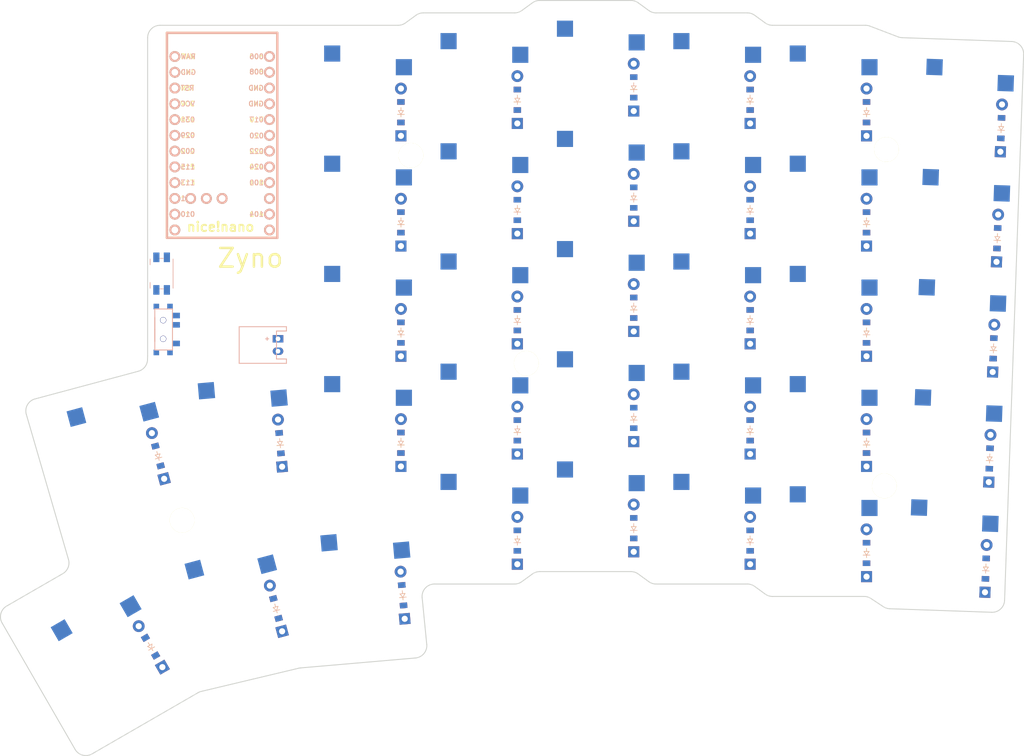
<source format=kicad_pcb>


(kicad_pcb (version 20171130) (host pcbnew 5.1.6)

  (page A3)
  (title_block
    (title "zyno_right")
    (rev "v1.0.0")
    (company "Unknown")
  )

  (general
    (thickness 1.6)
  )

  (layers
    (0 F.Cu signal)
    (31 B.Cu signal)
    (32 B.Adhes user)
    (33 F.Adhes user)
    (34 B.Paste user)
    (35 F.Paste user)
    (36 B.SilkS user)
    (37 F.SilkS user)
    (38 B.Mask user)
    (39 F.Mask user)
    (40 Dwgs.User user)
    (41 Cmts.User user)
    (42 Eco1.User user)
    (43 Eco2.User user)
    (44 Edge.Cuts user)
    (45 Margin user)
    (46 B.CrtYd user)
    (47 F.CrtYd user)
    (48 B.Fab user)
    (49 F.Fab user)
  )

  (setup
    (last_trace_width 0.25)
    (trace_clearance 0.2)
    (zone_clearance 0.508)
    (zone_45_only no)
    (trace_min 0.2)
    (via_size 0.8)
    (via_drill 0.4)
    (via_min_size 0.4)
    (via_min_drill 0.3)
    (uvia_size 0.3)
    (uvia_drill 0.1)
    (uvias_allowed no)
    (uvia_min_size 0.2)
    (uvia_min_drill 0.1)
    (edge_width 0.05)
    (segment_width 0.2)
    (pcb_text_width 0.3)
    (pcb_text_size 1.5 1.5)
    (mod_edge_width 0.12)
    (mod_text_size 1 1)
    (mod_text_width 0.15)
    (pad_size 1.524 1.524)
    (pad_drill 0.762)
    (pad_to_mask_clearance 0.05)
    (aux_axis_origin 0 0)
    (visible_elements FFFFFF7F)
    (pcbplotparams
      (layerselection 0x010fc_ffffffff)
      (usegerberextensions false)
      (usegerberattributes true)
      (usegerberadvancedattributes true)
      (creategerberjobfile true)
      (excludeedgelayer true)
      (linewidth 0.100000)
      (plotframeref false)
      (viasonmask false)
      (mode 1)
      (useauxorigin false)
      (hpglpennumber 1)
      (hpglpenspeed 20)
      (hpglpendiameter 15.000000)
      (psnegative false)
      (psa4output false)
      (plotreference true)
      (plotvalue true)
      (plotinvisibletext false)
      (padsonsilk false)
      (subtractmaskfromsilk false)
      (outputformat 1)
      (mirror false)
      (drillshape 1)
      (scaleselection 1)
      (outputdirectory ""))
  )

  (net 0 "")
(net 1 "P020")
(net 2 "mirror_outer_mod")
(net 3 "mirror_outer_bottom")
(net 4 "mirror_outer_home")
(net 5 "mirror_outer_top")
(net 6 "mirror_outer_num")
(net 7 "P022")
(net 8 "mirror_pinky_mod")
(net 9 "mirror_pinky_bottom")
(net 10 "mirror_pinky_home")
(net 11 "mirror_pinky_top")
(net 12 "mirror_pinky_num")
(net 13 "P024")
(net 14 "mirror_ring_mod")
(net 15 "mirror_ring_bottom")
(net 16 "mirror_ring_home")
(net 17 "mirror_ring_top")
(net 18 "mirror_ring_num")
(net 19 "P100")
(net 20 "mirror_middle_mod")
(net 21 "mirror_middle_bottom")
(net 22 "mirror_middle_home")
(net 23 "mirror_middle_top")
(net 24 "mirror_middle_num")
(net 25 "P011")
(net 26 "mirror_index_mod")
(net 27 "mirror_index_bottom")
(net 28 "mirror_index_home")
(net 29 "mirror_index_top")
(net 30 "mirror_index_num")
(net 31 "P017")
(net 32 "mirror_inner_bottom")
(net 33 "mirror_inner_home")
(net 34 "mirror_inner_top")
(net 35 "mirror_inner_num")
(net 36 "mirror_left_thumb")
(net 37 "P104")
(net 38 "mirror_home_thumb")
(net 39 "P106")
(net 40 "mirror_far_thumb")
(net 41 "mirror_close_index")
(net 42 "mirror_far_index")
(net 43 "P113")
(net 44 "P115")
(net 45 "P002")
(net 46 "P029")
(net 47 "P031")
(net 48 "RAW")
(net 49 "GND")
(net 50 "RST")
(net 51 "VCC")
(net 52 "P111")
(net 53 "P010")
(net 54 "P009")
(net 55 "P006")
(net 56 "P008")
(net 57 "P101")
(net 58 "P102")
(net 59 "P107")
(net 60 "pos")

  (net_class Default "This is the default net class."
    (clearance 0.2)
    (trace_width 0.25)
    (via_dia 0.8)
    (via_drill 0.4)
    (uvia_dia 0.3)
    (uvia_drill 0.1)
    (add_net "")
(add_net "P020")
(add_net "mirror_outer_mod")
(add_net "mirror_outer_bottom")
(add_net "mirror_outer_home")
(add_net "mirror_outer_top")
(add_net "mirror_outer_num")
(add_net "P022")
(add_net "mirror_pinky_mod")
(add_net "mirror_pinky_bottom")
(add_net "mirror_pinky_home")
(add_net "mirror_pinky_top")
(add_net "mirror_pinky_num")
(add_net "P024")
(add_net "mirror_ring_mod")
(add_net "mirror_ring_bottom")
(add_net "mirror_ring_home")
(add_net "mirror_ring_top")
(add_net "mirror_ring_num")
(add_net "P100")
(add_net "mirror_middle_mod")
(add_net "mirror_middle_bottom")
(add_net "mirror_middle_home")
(add_net "mirror_middle_top")
(add_net "mirror_middle_num")
(add_net "P011")
(add_net "mirror_index_mod")
(add_net "mirror_index_bottom")
(add_net "mirror_index_home")
(add_net "mirror_index_top")
(add_net "mirror_index_num")
(add_net "P017")
(add_net "mirror_inner_bottom")
(add_net "mirror_inner_home")
(add_net "mirror_inner_top")
(add_net "mirror_inner_num")
(add_net "mirror_left_thumb")
(add_net "P104")
(add_net "mirror_home_thumb")
(add_net "P106")
(add_net "mirror_far_thumb")
(add_net "mirror_close_index")
(add_net "mirror_far_index")
(add_net "P113")
(add_net "P115")
(add_net "P002")
(add_net "P029")
(add_net "P031")
(add_net "RAW")
(add_net "GND")
(add_net "RST")
(add_net "VCC")
(add_net "P111")
(add_net "P010")
(add_net "P009")
(add_net "P006")
(add_net "P008")
(add_net "P101")
(add_net "P102")
(add_net "P107")
(add_net "pos")
  )

  
        
      (module PG1350 (layer F.Cu) (tedit 5DD50112)
      (at 358.678359 150 -2)

      
      (fp_text reference "S1" (at 0 0) (layer F.SilkS) hide (effects (font (size 1.27 1.27) (thickness 0.15))))
      (fp_text value "" (at 0 0) (layer F.SilkS) hide (effects (font (size 1.27 1.27) (thickness 0.15))))

      
      (fp_line (start -7 -6) (end -7 -7) (layer Dwgs.User) (width 0.15))
      (fp_line (start -7 7) (end -6 7) (layer Dwgs.User) (width 0.15))
      (fp_line (start -6 -7) (end -7 -7) (layer Dwgs.User) (width 0.15))
      (fp_line (start -7 7) (end -7 6) (layer Dwgs.User) (width 0.15))
      (fp_line (start 7 6) (end 7 7) (layer Dwgs.User) (width 0.15))
      (fp_line (start 7 -7) (end 6 -7) (layer Dwgs.User) (width 0.15))
      (fp_line (start 6 7) (end 7 7) (layer Dwgs.User) (width 0.15))
      (fp_line (start 7 -7) (end 7 -6) (layer Dwgs.User) (width 0.15))      
      
      
      (pad "" np_thru_hole circle (at 0 0) (size 3.429 3.429) (drill 3.429) (layers *.Cu *.Mask))
        
      
      (pad "" np_thru_hole circle (at 5.5 0) (size 1.7018 1.7018) (drill 1.7018) (layers *.Cu *.Mask))
      (pad "" np_thru_hole circle (at -5.5 0) (size 1.7018 1.7018) (drill 1.7018) (layers *.Cu *.Mask))
      
        
      
      (fp_line (start -9 -8.5) (end 9 -8.5) (layer Dwgs.User) (width 0.15))
      (fp_line (start 9 -8.5) (end 9 8.5) (layer Dwgs.User) (width 0.15))
      (fp_line (start 9 8.5) (end -9 8.5) (layer Dwgs.User) (width 0.15))
      (fp_line (start -9 8.5) (end -9 -8.5) (layer Dwgs.User) (width 0.15))
      
        
          
          (pad "" np_thru_hole circle (at 5 -3.75) (size 3 3) (drill 3) (layers *.Cu *.Mask))
          (pad "" np_thru_hole circle (at 0 -5.95) (size 3 3) (drill 3) (layers *.Cu *.Mask))
      
          
          (pad 1 smd rect (at -3.275 -5.95 -2) (size 2.6 2.6) (layers B.Cu B.Paste B.Mask)  (net 1 "P020"))
          (pad 2 smd rect (at 8.275 -3.75 -2) (size 2.6 2.6) (layers B.Cu B.Paste B.Mask)  (net 2 "mirror_outer_mod"))
        )
        

        
      (module PG1350 (layer F.Cu) (tedit 5DD50112)
      (at 359.2978251 132.2608128 -2)

      
      (fp_text reference "S2" (at 0 0) (layer F.SilkS) hide (effects (font (size 1.27 1.27) (thickness 0.15))))
      (fp_text value "" (at 0 0) (layer F.SilkS) hide (effects (font (size 1.27 1.27) (thickness 0.15))))

      
      (fp_line (start -7 -6) (end -7 -7) (layer Dwgs.User) (width 0.15))
      (fp_line (start -7 7) (end -6 7) (layer Dwgs.User) (width 0.15))
      (fp_line (start -6 -7) (end -7 -7) (layer Dwgs.User) (width 0.15))
      (fp_line (start -7 7) (end -7 6) (layer Dwgs.User) (width 0.15))
      (fp_line (start 7 6) (end 7 7) (layer Dwgs.User) (width 0.15))
      (fp_line (start 7 -7) (end 6 -7) (layer Dwgs.User) (width 0.15))
      (fp_line (start 6 7) (end 7 7) (layer Dwgs.User) (width 0.15))
      (fp_line (start 7 -7) (end 7 -6) (layer Dwgs.User) (width 0.15))      
      
      
      (pad "" np_thru_hole circle (at 0 0) (size 3.429 3.429) (drill 3.429) (layers *.Cu *.Mask))
        
      
      (pad "" np_thru_hole circle (at 5.5 0) (size 1.7018 1.7018) (drill 1.7018) (layers *.Cu *.Mask))
      (pad "" np_thru_hole circle (at -5.5 0) (size 1.7018 1.7018) (drill 1.7018) (layers *.Cu *.Mask))
      
        
      
      (fp_line (start -9 -8.5) (end 9 -8.5) (layer Dwgs.User) (width 0.15))
      (fp_line (start 9 -8.5) (end 9 8.5) (layer Dwgs.User) (width 0.15))
      (fp_line (start 9 8.5) (end -9 8.5) (layer Dwgs.User) (width 0.15))
      (fp_line (start -9 8.5) (end -9 -8.5) (layer Dwgs.User) (width 0.15))
      
        
          
          (pad "" np_thru_hole circle (at 5 -3.75) (size 3 3) (drill 3) (layers *.Cu *.Mask))
          (pad "" np_thru_hole circle (at 0 -5.95) (size 3 3) (drill 3) (layers *.Cu *.Mask))
      
          
          (pad 1 smd rect (at -3.275 -5.95 -2) (size 2.6 2.6) (layers B.Cu B.Paste B.Mask)  (net 1 "P020"))
          (pad 2 smd rect (at 8.275 -3.75 -2) (size 2.6 2.6) (layers B.Cu B.Paste B.Mask)  (net 3 "mirror_outer_bottom"))
        )
        

        
      (module PG1350 (layer F.Cu) (tedit 5DD50112)
      (at 359.9172912 114.5216256 -2)

      
      (fp_text reference "S3" (at 0 0) (layer F.SilkS) hide (effects (font (size 1.27 1.27) (thickness 0.15))))
      (fp_text value "" (at 0 0) (layer F.SilkS) hide (effects (font (size 1.27 1.27) (thickness 0.15))))

      
      (fp_line (start -7 -6) (end -7 -7) (layer Dwgs.User) (width 0.15))
      (fp_line (start -7 7) (end -6 7) (layer Dwgs.User) (width 0.15))
      (fp_line (start -6 -7) (end -7 -7) (layer Dwgs.User) (width 0.15))
      (fp_line (start -7 7) (end -7 6) (layer Dwgs.User) (width 0.15))
      (fp_line (start 7 6) (end 7 7) (layer Dwgs.User) (width 0.15))
      (fp_line (start 7 -7) (end 6 -7) (layer Dwgs.User) (width 0.15))
      (fp_line (start 6 7) (end 7 7) (layer Dwgs.User) (width 0.15))
      (fp_line (start 7 -7) (end 7 -6) (layer Dwgs.User) (width 0.15))      
      
      
      (pad "" np_thru_hole circle (at 0 0) (size 3.429 3.429) (drill 3.429) (layers *.Cu *.Mask))
        
      
      (pad "" np_thru_hole circle (at 5.5 0) (size 1.7018 1.7018) (drill 1.7018) (layers *.Cu *.Mask))
      (pad "" np_thru_hole circle (at -5.5 0) (size 1.7018 1.7018) (drill 1.7018) (layers *.Cu *.Mask))
      
        
      
      (fp_line (start -9 -8.5) (end 9 -8.5) (layer Dwgs.User) (width 0.15))
      (fp_line (start 9 -8.5) (end 9 8.5) (layer Dwgs.User) (width 0.15))
      (fp_line (start 9 8.5) (end -9 8.5) (layer Dwgs.User) (width 0.15))
      (fp_line (start -9 8.5) (end -9 -8.5) (layer Dwgs.User) (width 0.15))
      
        
          
          (pad "" np_thru_hole circle (at 5 -3.75) (size 3 3) (drill 3) (layers *.Cu *.Mask))
          (pad "" np_thru_hole circle (at 0 -5.95) (size 3 3) (drill 3) (layers *.Cu *.Mask))
      
          
          (pad 1 smd rect (at -3.275 -5.95 -2) (size 2.6 2.6) (layers B.Cu B.Paste B.Mask)  (net 1 "P020"))
          (pad 2 smd rect (at 8.275 -3.75 -2) (size 2.6 2.6) (layers B.Cu B.Paste B.Mask)  (net 4 "mirror_outer_home"))
        )
        

        
      (module PG1350 (layer F.Cu) (tedit 5DD50112)
      (at 360.5367573 96.78243839999999 -2)

      
      (fp_text reference "S4" (at 0 0) (layer F.SilkS) hide (effects (font (size 1.27 1.27) (thickness 0.15))))
      (fp_text value "" (at 0 0) (layer F.SilkS) hide (effects (font (size 1.27 1.27) (thickness 0.15))))

      
      (fp_line (start -7 -6) (end -7 -7) (layer Dwgs.User) (width 0.15))
      (fp_line (start -7 7) (end -6 7) (layer Dwgs.User) (width 0.15))
      (fp_line (start -6 -7) (end -7 -7) (layer Dwgs.User) (width 0.15))
      (fp_line (start -7 7) (end -7 6) (layer Dwgs.User) (width 0.15))
      (fp_line (start 7 6) (end 7 7) (layer Dwgs.User) (width 0.15))
      (fp_line (start 7 -7) (end 6 -7) (layer Dwgs.User) (width 0.15))
      (fp_line (start 6 7) (end 7 7) (layer Dwgs.User) (width 0.15))
      (fp_line (start 7 -7) (end 7 -6) (layer Dwgs.User) (width 0.15))      
      
      
      (pad "" np_thru_hole circle (at 0 0) (size 3.429 3.429) (drill 3.429) (layers *.Cu *.Mask))
        
      
      (pad "" np_thru_hole circle (at 5.5 0) (size 1.7018 1.7018) (drill 1.7018) (layers *.Cu *.Mask))
      (pad "" np_thru_hole circle (at -5.5 0) (size 1.7018 1.7018) (drill 1.7018) (layers *.Cu *.Mask))
      
        
      
      (fp_line (start -9 -8.5) (end 9 -8.5) (layer Dwgs.User) (width 0.15))
      (fp_line (start 9 -8.5) (end 9 8.5) (layer Dwgs.User) (width 0.15))
      (fp_line (start 9 8.5) (end -9 8.5) (layer Dwgs.User) (width 0.15))
      (fp_line (start -9 8.5) (end -9 -8.5) (layer Dwgs.User) (width 0.15))
      
        
          
          (pad "" np_thru_hole circle (at 5 -3.75) (size 3 3) (drill 3) (layers *.Cu *.Mask))
          (pad "" np_thru_hole circle (at 0 -5.95) (size 3 3) (drill 3) (layers *.Cu *.Mask))
      
          
          (pad 1 smd rect (at -3.275 -5.95 -2) (size 2.6 2.6) (layers B.Cu B.Paste B.Mask)  (net 1 "P020"))
          (pad 2 smd rect (at 8.275 -3.75 -2) (size 2.6 2.6) (layers B.Cu B.Paste B.Mask)  (net 5 "mirror_outer_top"))
        )
        

        
      (module PG1350 (layer F.Cu) (tedit 5DD50112)
      (at 361.1562234 79.04325119999999 -2)

      
      (fp_text reference "S5" (at 0 0) (layer F.SilkS) hide (effects (font (size 1.27 1.27) (thickness 0.15))))
      (fp_text value "" (at 0 0) (layer F.SilkS) hide (effects (font (size 1.27 1.27) (thickness 0.15))))

      
      (fp_line (start -7 -6) (end -7 -7) (layer Dwgs.User) (width 0.15))
      (fp_line (start -7 7) (end -6 7) (layer Dwgs.User) (width 0.15))
      (fp_line (start -6 -7) (end -7 -7) (layer Dwgs.User) (width 0.15))
      (fp_line (start -7 7) (end -7 6) (layer Dwgs.User) (width 0.15))
      (fp_line (start 7 6) (end 7 7) (layer Dwgs.User) (width 0.15))
      (fp_line (start 7 -7) (end 6 -7) (layer Dwgs.User) (width 0.15))
      (fp_line (start 6 7) (end 7 7) (layer Dwgs.User) (width 0.15))
      (fp_line (start 7 -7) (end 7 -6) (layer Dwgs.User) (width 0.15))      
      
      
      (pad "" np_thru_hole circle (at 0 0) (size 3.429 3.429) (drill 3.429) (layers *.Cu *.Mask))
        
      
      (pad "" np_thru_hole circle (at 5.5 0) (size 1.7018 1.7018) (drill 1.7018) (layers *.Cu *.Mask))
      (pad "" np_thru_hole circle (at -5.5 0) (size 1.7018 1.7018) (drill 1.7018) (layers *.Cu *.Mask))
      
        
      
      (fp_line (start -9 -8.5) (end 9 -8.5) (layer Dwgs.User) (width 0.15))
      (fp_line (start 9 -8.5) (end 9 8.5) (layer Dwgs.User) (width 0.15))
      (fp_line (start 9 8.5) (end -9 8.5) (layer Dwgs.User) (width 0.15))
      (fp_line (start -9 8.5) (end -9 -8.5) (layer Dwgs.User) (width 0.15))
      
        
          
          (pad "" np_thru_hole circle (at 5 -3.75) (size 3 3) (drill 3) (layers *.Cu *.Mask))
          (pad "" np_thru_hole circle (at 0 -5.95) (size 3 3) (drill 3) (layers *.Cu *.Mask))
      
          
          (pad 1 smd rect (at -3.275 -5.95 -2) (size 2.6 2.6) (layers B.Cu B.Paste B.Mask)  (net 1 "P020"))
          (pad 2 smd rect (at 8.275 -3.75 -2) (size 2.6 2.6) (layers B.Cu B.Paste B.Mask)  (net 6 "mirror_outer_num"))
        )
        

        
      (module PG1350 (layer F.Cu) (tedit 5DD50112)
      (at 339.3391795 147.7540725 0)

      
      (fp_text reference "S6" (at 0 0) (layer F.SilkS) hide (effects (font (size 1.27 1.27) (thickness 0.15))))
      (fp_text value "" (at 0 0) (layer F.SilkS) hide (effects (font (size 1.27 1.27) (thickness 0.15))))

      
      (fp_line (start -7 -6) (end -7 -7) (layer Dwgs.User) (width 0.15))
      (fp_line (start -7 7) (end -6 7) (layer Dwgs.User) (width 0.15))
      (fp_line (start -6 -7) (end -7 -7) (layer Dwgs.User) (width 0.15))
      (fp_line (start -7 7) (end -7 6) (layer Dwgs.User) (width 0.15))
      (fp_line (start 7 6) (end 7 7) (layer Dwgs.User) (width 0.15))
      (fp_line (start 7 -7) (end 6 -7) (layer Dwgs.User) (width 0.15))
      (fp_line (start 6 7) (end 7 7) (layer Dwgs.User) (width 0.15))
      (fp_line (start 7 -7) (end 7 -6) (layer Dwgs.User) (width 0.15))      
      
      
      (pad "" np_thru_hole circle (at 0 0) (size 3.429 3.429) (drill 3.429) (layers *.Cu *.Mask))
        
      
      (pad "" np_thru_hole circle (at 5.5 0) (size 1.7018 1.7018) (drill 1.7018) (layers *.Cu *.Mask))
      (pad "" np_thru_hole circle (at -5.5 0) (size 1.7018 1.7018) (drill 1.7018) (layers *.Cu *.Mask))
      
        
      
      (fp_line (start -9 -8.5) (end 9 -8.5) (layer Dwgs.User) (width 0.15))
      (fp_line (start 9 -8.5) (end 9 8.5) (layer Dwgs.User) (width 0.15))
      (fp_line (start 9 8.5) (end -9 8.5) (layer Dwgs.User) (width 0.15))
      (fp_line (start -9 8.5) (end -9 -8.5) (layer Dwgs.User) (width 0.15))
      
        
          
          (pad "" np_thru_hole circle (at 5 -3.75) (size 3 3) (drill 3) (layers *.Cu *.Mask))
          (pad "" np_thru_hole circle (at 0 -5.95) (size 3 3) (drill 3) (layers *.Cu *.Mask))
      
          
          (pad 1 smd rect (at -3.275 -5.95 0) (size 2.6 2.6) (layers B.Cu B.Paste B.Mask)  (net 7 "P022"))
          (pad 2 smd rect (at 8.275 -3.75 0) (size 2.6 2.6) (layers B.Cu B.Paste B.Mask)  (net 8 "mirror_pinky_mod"))
        )
        

        
      (module PG1350 (layer F.Cu) (tedit 5DD50112)
      (at 339.3391795 130.0040725 0)

      
      (fp_text reference "S7" (at 0 0) (layer F.SilkS) hide (effects (font (size 1.27 1.27) (thickness 0.15))))
      (fp_text value "" (at 0 0) (layer F.SilkS) hide (effects (font (size 1.27 1.27) (thickness 0.15))))

      
      (fp_line (start -7 -6) (end -7 -7) (layer Dwgs.User) (width 0.15))
      (fp_line (start -7 7) (end -6 7) (layer Dwgs.User) (width 0.15))
      (fp_line (start -6 -7) (end -7 -7) (layer Dwgs.User) (width 0.15))
      (fp_line (start -7 7) (end -7 6) (layer Dwgs.User) (width 0.15))
      (fp_line (start 7 6) (end 7 7) (layer Dwgs.User) (width 0.15))
      (fp_line (start 7 -7) (end 6 -7) (layer Dwgs.User) (width 0.15))
      (fp_line (start 6 7) (end 7 7) (layer Dwgs.User) (width 0.15))
      (fp_line (start 7 -7) (end 7 -6) (layer Dwgs.User) (width 0.15))      
      
      
      (pad "" np_thru_hole circle (at 0 0) (size 3.429 3.429) (drill 3.429) (layers *.Cu *.Mask))
        
      
      (pad "" np_thru_hole circle (at 5.5 0) (size 1.7018 1.7018) (drill 1.7018) (layers *.Cu *.Mask))
      (pad "" np_thru_hole circle (at -5.5 0) (size 1.7018 1.7018) (drill 1.7018) (layers *.Cu *.Mask))
      
        
      
      (fp_line (start -9 -8.5) (end 9 -8.5) (layer Dwgs.User) (width 0.15))
      (fp_line (start 9 -8.5) (end 9 8.5) (layer Dwgs.User) (width 0.15))
      (fp_line (start 9 8.5) (end -9 8.5) (layer Dwgs.User) (width 0.15))
      (fp_line (start -9 8.5) (end -9 -8.5) (layer Dwgs.User) (width 0.15))
      
        
          
          (pad "" np_thru_hole circle (at 5 -3.75) (size 3 3) (drill 3) (layers *.Cu *.Mask))
          (pad "" np_thru_hole circle (at 0 -5.95) (size 3 3) (drill 3) (layers *.Cu *.Mask))
      
          
          (pad 1 smd rect (at -3.275 -5.95 0) (size 2.6 2.6) (layers B.Cu B.Paste B.Mask)  (net 7 "P022"))
          (pad 2 smd rect (at 8.275 -3.75 0) (size 2.6 2.6) (layers B.Cu B.Paste B.Mask)  (net 9 "mirror_pinky_bottom"))
        )
        

        
      (module PG1350 (layer F.Cu) (tedit 5DD50112)
      (at 339.3391795 112.2540725 0)

      
      (fp_text reference "S8" (at 0 0) (layer F.SilkS) hide (effects (font (size 1.27 1.27) (thickness 0.15))))
      (fp_text value "" (at 0 0) (layer F.SilkS) hide (effects (font (size 1.27 1.27) (thickness 0.15))))

      
      (fp_line (start -7 -6) (end -7 -7) (layer Dwgs.User) (width 0.15))
      (fp_line (start -7 7) (end -6 7) (layer Dwgs.User) (width 0.15))
      (fp_line (start -6 -7) (end -7 -7) (layer Dwgs.User) (width 0.15))
      (fp_line (start -7 7) (end -7 6) (layer Dwgs.User) (width 0.15))
      (fp_line (start 7 6) (end 7 7) (layer Dwgs.User) (width 0.15))
      (fp_line (start 7 -7) (end 6 -7) (layer Dwgs.User) (width 0.15))
      (fp_line (start 6 7) (end 7 7) (layer Dwgs.User) (width 0.15))
      (fp_line (start 7 -7) (end 7 -6) (layer Dwgs.User) (width 0.15))      
      
      
      (pad "" np_thru_hole circle (at 0 0) (size 3.429 3.429) (drill 3.429) (layers *.Cu *.Mask))
        
      
      (pad "" np_thru_hole circle (at 5.5 0) (size 1.7018 1.7018) (drill 1.7018) (layers *.Cu *.Mask))
      (pad "" np_thru_hole circle (at -5.5 0) (size 1.7018 1.7018) (drill 1.7018) (layers *.Cu *.Mask))
      
        
      
      (fp_line (start -9 -8.5) (end 9 -8.5) (layer Dwgs.User) (width 0.15))
      (fp_line (start 9 -8.5) (end 9 8.5) (layer Dwgs.User) (width 0.15))
      (fp_line (start 9 8.5) (end -9 8.5) (layer Dwgs.User) (width 0.15))
      (fp_line (start -9 8.5) (end -9 -8.5) (layer Dwgs.User) (width 0.15))
      
        
          
          (pad "" np_thru_hole circle (at 5 -3.75) (size 3 3) (drill 3) (layers *.Cu *.Mask))
          (pad "" np_thru_hole circle (at 0 -5.95) (size 3 3) (drill 3) (layers *.Cu *.Mask))
      
          
          (pad 1 smd rect (at -3.275 -5.95 0) (size 2.6 2.6) (layers B.Cu B.Paste B.Mask)  (net 7 "P022"))
          (pad 2 smd rect (at 8.275 -3.75 0) (size 2.6 2.6) (layers B.Cu B.Paste B.Mask)  (net 10 "mirror_pinky_home"))
        )
        

        
      (module PG1350 (layer F.Cu) (tedit 5DD50112)
      (at 339.3391795 94.5040725 0)

      
      (fp_text reference "S9" (at 0 0) (layer F.SilkS) hide (effects (font (size 1.27 1.27) (thickness 0.15))))
      (fp_text value "" (at 0 0) (layer F.SilkS) hide (effects (font (size 1.27 1.27) (thickness 0.15))))

      
      (fp_line (start -7 -6) (end -7 -7) (layer Dwgs.User) (width 0.15))
      (fp_line (start -7 7) (end -6 7) (layer Dwgs.User) (width 0.15))
      (fp_line (start -6 -7) (end -7 -7) (layer Dwgs.User) (width 0.15))
      (fp_line (start -7 7) (end -7 6) (layer Dwgs.User) (width 0.15))
      (fp_line (start 7 6) (end 7 7) (layer Dwgs.User) (width 0.15))
      (fp_line (start 7 -7) (end 6 -7) (layer Dwgs.User) (width 0.15))
      (fp_line (start 6 7) (end 7 7) (layer Dwgs.User) (width 0.15))
      (fp_line (start 7 -7) (end 7 -6) (layer Dwgs.User) (width 0.15))      
      
      
      (pad "" np_thru_hole circle (at 0 0) (size 3.429 3.429) (drill 3.429) (layers *.Cu *.Mask))
        
      
      (pad "" np_thru_hole circle (at 5.5 0) (size 1.7018 1.7018) (drill 1.7018) (layers *.Cu *.Mask))
      (pad "" np_thru_hole circle (at -5.5 0) (size 1.7018 1.7018) (drill 1.7018) (layers *.Cu *.Mask))
      
        
      
      (fp_line (start -9 -8.5) (end 9 -8.5) (layer Dwgs.User) (width 0.15))
      (fp_line (start 9 -8.5) (end 9 8.5) (layer Dwgs.User) (width 0.15))
      (fp_line (start 9 8.5) (end -9 8.5) (layer Dwgs.User) (width 0.15))
      (fp_line (start -9 8.5) (end -9 -8.5) (layer Dwgs.User) (width 0.15))
      
        
          
          (pad "" np_thru_hole circle (at 5 -3.75) (size 3 3) (drill 3) (layers *.Cu *.Mask))
          (pad "" np_thru_hole circle (at 0 -5.95) (size 3 3) (drill 3) (layers *.Cu *.Mask))
      
          
          (pad 1 smd rect (at -3.275 -5.95 0) (size 2.6 2.6) (layers B.Cu B.Paste B.Mask)  (net 7 "P022"))
          (pad 2 smd rect (at 8.275 -3.75 0) (size 2.6 2.6) (layers B.Cu B.Paste B.Mask)  (net 11 "mirror_pinky_top"))
        )
        

        
      (module PG1350 (layer F.Cu) (tedit 5DD50112)
      (at 339.3391795 76.7540725 0)

      
      (fp_text reference "S10" (at 0 0) (layer F.SilkS) hide (effects (font (size 1.27 1.27) (thickness 0.15))))
      (fp_text value "" (at 0 0) (layer F.SilkS) hide (effects (font (size 1.27 1.27) (thickness 0.15))))

      
      (fp_line (start -7 -6) (end -7 -7) (layer Dwgs.User) (width 0.15))
      (fp_line (start -7 7) (end -6 7) (layer Dwgs.User) (width 0.15))
      (fp_line (start -6 -7) (end -7 -7) (layer Dwgs.User) (width 0.15))
      (fp_line (start -7 7) (end -7 6) (layer Dwgs.User) (width 0.15))
      (fp_line (start 7 6) (end 7 7) (layer Dwgs.User) (width 0.15))
      (fp_line (start 7 -7) (end 6 -7) (layer Dwgs.User) (width 0.15))
      (fp_line (start 6 7) (end 7 7) (layer Dwgs.User) (width 0.15))
      (fp_line (start 7 -7) (end 7 -6) (layer Dwgs.User) (width 0.15))      
      
      
      (pad "" np_thru_hole circle (at 0 0) (size 3.429 3.429) (drill 3.429) (layers *.Cu *.Mask))
        
      
      (pad "" np_thru_hole circle (at 5.5 0) (size 1.7018 1.7018) (drill 1.7018) (layers *.Cu *.Mask))
      (pad "" np_thru_hole circle (at -5.5 0) (size 1.7018 1.7018) (drill 1.7018) (layers *.Cu *.Mask))
      
        
      
      (fp_line (start -9 -8.5) (end 9 -8.5) (layer Dwgs.User) (width 0.15))
      (fp_line (start 9 -8.5) (end 9 8.5) (layer Dwgs.User) (width 0.15))
      (fp_line (start 9 8.5) (end -9 8.5) (layer Dwgs.User) (width 0.15))
      (fp_line (start -9 8.5) (end -9 -8.5) (layer Dwgs.User) (width 0.15))
      
        
          
          (pad "" np_thru_hole circle (at 5 -3.75) (size 3 3) (drill 3) (layers *.Cu *.Mask))
          (pad "" np_thru_hole circle (at 0 -5.95) (size 3 3) (drill 3) (layers *.Cu *.Mask))
      
          
          (pad 1 smd rect (at -3.275 -5.95 0) (size 2.6 2.6) (layers B.Cu B.Paste B.Mask)  (net 7 "P022"))
          (pad 2 smd rect (at 8.275 -3.75 0) (size 2.6 2.6) (layers B.Cu B.Paste B.Mask)  (net 12 "mirror_pinky_num"))
        )
        

        
      (module PG1350 (layer F.Cu) (tedit 5DD50112)
      (at 320.5891795 145.7540725 0)

      
      (fp_text reference "S11" (at 0 0) (layer F.SilkS) hide (effects (font (size 1.27 1.27) (thickness 0.15))))
      (fp_text value "" (at 0 0) (layer F.SilkS) hide (effects (font (size 1.27 1.27) (thickness 0.15))))

      
      (fp_line (start -7 -6) (end -7 -7) (layer Dwgs.User) (width 0.15))
      (fp_line (start -7 7) (end -6 7) (layer Dwgs.User) (width 0.15))
      (fp_line (start -6 -7) (end -7 -7) (layer Dwgs.User) (width 0.15))
      (fp_line (start -7 7) (end -7 6) (layer Dwgs.User) (width 0.15))
      (fp_line (start 7 6) (end 7 7) (layer Dwgs.User) (width 0.15))
      (fp_line (start 7 -7) (end 6 -7) (layer Dwgs.User) (width 0.15))
      (fp_line (start 6 7) (end 7 7) (layer Dwgs.User) (width 0.15))
      (fp_line (start 7 -7) (end 7 -6) (layer Dwgs.User) (width 0.15))      
      
      
      (pad "" np_thru_hole circle (at 0 0) (size 3.429 3.429) (drill 3.429) (layers *.Cu *.Mask))
        
      
      (pad "" np_thru_hole circle (at 5.5 0) (size 1.7018 1.7018) (drill 1.7018) (layers *.Cu *.Mask))
      (pad "" np_thru_hole circle (at -5.5 0) (size 1.7018 1.7018) (drill 1.7018) (layers *.Cu *.Mask))
      
        
      
      (fp_line (start -9 -8.5) (end 9 -8.5) (layer Dwgs.User) (width 0.15))
      (fp_line (start 9 -8.5) (end 9 8.5) (layer Dwgs.User) (width 0.15))
      (fp_line (start 9 8.5) (end -9 8.5) (layer Dwgs.User) (width 0.15))
      (fp_line (start -9 8.5) (end -9 -8.5) (layer Dwgs.User) (width 0.15))
      
        
          
          (pad "" np_thru_hole circle (at 5 -3.75) (size 3 3) (drill 3) (layers *.Cu *.Mask))
          (pad "" np_thru_hole circle (at 0 -5.95) (size 3 3) (drill 3) (layers *.Cu *.Mask))
      
          
          (pad 1 smd rect (at -3.275 -5.95 0) (size 2.6 2.6) (layers B.Cu B.Paste B.Mask)  (net 13 "P024"))
          (pad 2 smd rect (at 8.275 -3.75 0) (size 2.6 2.6) (layers B.Cu B.Paste B.Mask)  (net 14 "mirror_ring_mod"))
        )
        

        
      (module PG1350 (layer F.Cu) (tedit 5DD50112)
      (at 320.5891795 128.0040725 0)

      
      (fp_text reference "S12" (at 0 0) (layer F.SilkS) hide (effects (font (size 1.27 1.27) (thickness 0.15))))
      (fp_text value "" (at 0 0) (layer F.SilkS) hide (effects (font (size 1.27 1.27) (thickness 0.15))))

      
      (fp_line (start -7 -6) (end -7 -7) (layer Dwgs.User) (width 0.15))
      (fp_line (start -7 7) (end -6 7) (layer Dwgs.User) (width 0.15))
      (fp_line (start -6 -7) (end -7 -7) (layer Dwgs.User) (width 0.15))
      (fp_line (start -7 7) (end -7 6) (layer Dwgs.User) (width 0.15))
      (fp_line (start 7 6) (end 7 7) (layer Dwgs.User) (width 0.15))
      (fp_line (start 7 -7) (end 6 -7) (layer Dwgs.User) (width 0.15))
      (fp_line (start 6 7) (end 7 7) (layer Dwgs.User) (width 0.15))
      (fp_line (start 7 -7) (end 7 -6) (layer Dwgs.User) (width 0.15))      
      
      
      (pad "" np_thru_hole circle (at 0 0) (size 3.429 3.429) (drill 3.429) (layers *.Cu *.Mask))
        
      
      (pad "" np_thru_hole circle (at 5.5 0) (size 1.7018 1.7018) (drill 1.7018) (layers *.Cu *.Mask))
      (pad "" np_thru_hole circle (at -5.5 0) (size 1.7018 1.7018) (drill 1.7018) (layers *.Cu *.Mask))
      
        
      
      (fp_line (start -9 -8.5) (end 9 -8.5) (layer Dwgs.User) (width 0.15))
      (fp_line (start 9 -8.5) (end 9 8.5) (layer Dwgs.User) (width 0.15))
      (fp_line (start 9 8.5) (end -9 8.5) (layer Dwgs.User) (width 0.15))
      (fp_line (start -9 8.5) (end -9 -8.5) (layer Dwgs.User) (width 0.15))
      
        
          
          (pad "" np_thru_hole circle (at 5 -3.75) (size 3 3) (drill 3) (layers *.Cu *.Mask))
          (pad "" np_thru_hole circle (at 0 -5.95) (size 3 3) (drill 3) (layers *.Cu *.Mask))
      
          
          (pad 1 smd rect (at -3.275 -5.95 0) (size 2.6 2.6) (layers B.Cu B.Paste B.Mask)  (net 13 "P024"))
          (pad 2 smd rect (at 8.275 -3.75 0) (size 2.6 2.6) (layers B.Cu B.Paste B.Mask)  (net 15 "mirror_ring_bottom"))
        )
        

        
      (module PG1350 (layer F.Cu) (tedit 5DD50112)
      (at 320.5891795 110.2540725 0)

      
      (fp_text reference "S13" (at 0 0) (layer F.SilkS) hide (effects (font (size 1.27 1.27) (thickness 0.15))))
      (fp_text value "" (at 0 0) (layer F.SilkS) hide (effects (font (size 1.27 1.27) (thickness 0.15))))

      
      (fp_line (start -7 -6) (end -7 -7) (layer Dwgs.User) (width 0.15))
      (fp_line (start -7 7) (end -6 7) (layer Dwgs.User) (width 0.15))
      (fp_line (start -6 -7) (end -7 -7) (layer Dwgs.User) (width 0.15))
      (fp_line (start -7 7) (end -7 6) (layer Dwgs.User) (width 0.15))
      (fp_line (start 7 6) (end 7 7) (layer Dwgs.User) (width 0.15))
      (fp_line (start 7 -7) (end 6 -7) (layer Dwgs.User) (width 0.15))
      (fp_line (start 6 7) (end 7 7) (layer Dwgs.User) (width 0.15))
      (fp_line (start 7 -7) (end 7 -6) (layer Dwgs.User) (width 0.15))      
      
      
      (pad "" np_thru_hole circle (at 0 0) (size 3.429 3.429) (drill 3.429) (layers *.Cu *.Mask))
        
      
      (pad "" np_thru_hole circle (at 5.5 0) (size 1.7018 1.7018) (drill 1.7018) (layers *.Cu *.Mask))
      (pad "" np_thru_hole circle (at -5.5 0) (size 1.7018 1.7018) (drill 1.7018) (layers *.Cu *.Mask))
      
        
      
      (fp_line (start -9 -8.5) (end 9 -8.5) (layer Dwgs.User) (width 0.15))
      (fp_line (start 9 -8.5) (end 9 8.5) (layer Dwgs.User) (width 0.15))
      (fp_line (start 9 8.5) (end -9 8.5) (layer Dwgs.User) (width 0.15))
      (fp_line (start -9 8.5) (end -9 -8.5) (layer Dwgs.User) (width 0.15))
      
        
          
          (pad "" np_thru_hole circle (at 5 -3.75) (size 3 3) (drill 3) (layers *.Cu *.Mask))
          (pad "" np_thru_hole circle (at 0 -5.95) (size 3 3) (drill 3) (layers *.Cu *.Mask))
      
          
          (pad 1 smd rect (at -3.275 -5.95 0) (size 2.6 2.6) (layers B.Cu B.Paste B.Mask)  (net 13 "P024"))
          (pad 2 smd rect (at 8.275 -3.75 0) (size 2.6 2.6) (layers B.Cu B.Paste B.Mask)  (net 16 "mirror_ring_home"))
        )
        

        
      (module PG1350 (layer F.Cu) (tedit 5DD50112)
      (at 320.5891795 92.5040725 0)

      
      (fp_text reference "S14" (at 0 0) (layer F.SilkS) hide (effects (font (size 1.27 1.27) (thickness 0.15))))
      (fp_text value "" (at 0 0) (layer F.SilkS) hide (effects (font (size 1.27 1.27) (thickness 0.15))))

      
      (fp_line (start -7 -6) (end -7 -7) (layer Dwgs.User) (width 0.15))
      (fp_line (start -7 7) (end -6 7) (layer Dwgs.User) (width 0.15))
      (fp_line (start -6 -7) (end -7 -7) (layer Dwgs.User) (width 0.15))
      (fp_line (start -7 7) (end -7 6) (layer Dwgs.User) (width 0.15))
      (fp_line (start 7 6) (end 7 7) (layer Dwgs.User) (width 0.15))
      (fp_line (start 7 -7) (end 6 -7) (layer Dwgs.User) (width 0.15))
      (fp_line (start 6 7) (end 7 7) (layer Dwgs.User) (width 0.15))
      (fp_line (start 7 -7) (end 7 -6) (layer Dwgs.User) (width 0.15))      
      
      
      (pad "" np_thru_hole circle (at 0 0) (size 3.429 3.429) (drill 3.429) (layers *.Cu *.Mask))
        
      
      (pad "" np_thru_hole circle (at 5.5 0) (size 1.7018 1.7018) (drill 1.7018) (layers *.Cu *.Mask))
      (pad "" np_thru_hole circle (at -5.5 0) (size 1.7018 1.7018) (drill 1.7018) (layers *.Cu *.Mask))
      
        
      
      (fp_line (start -9 -8.5) (end 9 -8.5) (layer Dwgs.User) (width 0.15))
      (fp_line (start 9 -8.5) (end 9 8.5) (layer Dwgs.User) (width 0.15))
      (fp_line (start 9 8.5) (end -9 8.5) (layer Dwgs.User) (width 0.15))
      (fp_line (start -9 8.5) (end -9 -8.5) (layer Dwgs.User) (width 0.15))
      
        
          
          (pad "" np_thru_hole circle (at 5 -3.75) (size 3 3) (drill 3) (layers *.Cu *.Mask))
          (pad "" np_thru_hole circle (at 0 -5.95) (size 3 3) (drill 3) (layers *.Cu *.Mask))
      
          
          (pad 1 smd rect (at -3.275 -5.95 0) (size 2.6 2.6) (layers B.Cu B.Paste B.Mask)  (net 13 "P024"))
          (pad 2 smd rect (at 8.275 -3.75 0) (size 2.6 2.6) (layers B.Cu B.Paste B.Mask)  (net 17 "mirror_ring_top"))
        )
        

        
      (module PG1350 (layer F.Cu) (tedit 5DD50112)
      (at 320.5891795 74.7540725 0)

      
      (fp_text reference "S15" (at 0 0) (layer F.SilkS) hide (effects (font (size 1.27 1.27) (thickness 0.15))))
      (fp_text value "" (at 0 0) (layer F.SilkS) hide (effects (font (size 1.27 1.27) (thickness 0.15))))

      
      (fp_line (start -7 -6) (end -7 -7) (layer Dwgs.User) (width 0.15))
      (fp_line (start -7 7) (end -6 7) (layer Dwgs.User) (width 0.15))
      (fp_line (start -6 -7) (end -7 -7) (layer Dwgs.User) (width 0.15))
      (fp_line (start -7 7) (end -7 6) (layer Dwgs.User) (width 0.15))
      (fp_line (start 7 6) (end 7 7) (layer Dwgs.User) (width 0.15))
      (fp_line (start 7 -7) (end 6 -7) (layer Dwgs.User) (width 0.15))
      (fp_line (start 6 7) (end 7 7) (layer Dwgs.User) (width 0.15))
      (fp_line (start 7 -7) (end 7 -6) (layer Dwgs.User) (width 0.15))      
      
      
      (pad "" np_thru_hole circle (at 0 0) (size 3.429 3.429) (drill 3.429) (layers *.Cu *.Mask))
        
      
      (pad "" np_thru_hole circle (at 5.5 0) (size 1.7018 1.7018) (drill 1.7018) (layers *.Cu *.Mask))
      (pad "" np_thru_hole circle (at -5.5 0) (size 1.7018 1.7018) (drill 1.7018) (layers *.Cu *.Mask))
      
        
      
      (fp_line (start -9 -8.5) (end 9 -8.5) (layer Dwgs.User) (width 0.15))
      (fp_line (start 9 -8.5) (end 9 8.5) (layer Dwgs.User) (width 0.15))
      (fp_line (start 9 8.5) (end -9 8.5) (layer Dwgs.User) (width 0.15))
      (fp_line (start -9 8.5) (end -9 -8.5) (layer Dwgs.User) (width 0.15))
      
        
          
          (pad "" np_thru_hole circle (at 5 -3.75) (size 3 3) (drill 3) (layers *.Cu *.Mask))
          (pad "" np_thru_hole circle (at 0 -5.95) (size 3 3) (drill 3) (layers *.Cu *.Mask))
      
          
          (pad 1 smd rect (at -3.275 -5.95 0) (size 2.6 2.6) (layers B.Cu B.Paste B.Mask)  (net 13 "P024"))
          (pad 2 smd rect (at 8.275 -3.75 0) (size 2.6 2.6) (layers B.Cu B.Paste B.Mask)  (net 18 "mirror_ring_num"))
        )
        

        
      (module PG1350 (layer F.Cu) (tedit 5DD50112)
      (at 301.8391795 143.7540724 0)

      
      (fp_text reference "S16" (at 0 0) (layer F.SilkS) hide (effects (font (size 1.27 1.27) (thickness 0.15))))
      (fp_text value "" (at 0 0) (layer F.SilkS) hide (effects (font (size 1.27 1.27) (thickness 0.15))))

      
      (fp_line (start -7 -6) (end -7 -7) (layer Dwgs.User) (width 0.15))
      (fp_line (start -7 7) (end -6 7) (layer Dwgs.User) (width 0.15))
      (fp_line (start -6 -7) (end -7 -7) (layer Dwgs.User) (width 0.15))
      (fp_line (start -7 7) (end -7 6) (layer Dwgs.User) (width 0.15))
      (fp_line (start 7 6) (end 7 7) (layer Dwgs.User) (width 0.15))
      (fp_line (start 7 -7) (end 6 -7) (layer Dwgs.User) (width 0.15))
      (fp_line (start 6 7) (end 7 7) (layer Dwgs.User) (width 0.15))
      (fp_line (start 7 -7) (end 7 -6) (layer Dwgs.User) (width 0.15))      
      
      
      (pad "" np_thru_hole circle (at 0 0) (size 3.429 3.429) (drill 3.429) (layers *.Cu *.Mask))
        
      
      (pad "" np_thru_hole circle (at 5.5 0) (size 1.7018 1.7018) (drill 1.7018) (layers *.Cu *.Mask))
      (pad "" np_thru_hole circle (at -5.5 0) (size 1.7018 1.7018) (drill 1.7018) (layers *.Cu *.Mask))
      
        
      
      (fp_line (start -9 -8.5) (end 9 -8.5) (layer Dwgs.User) (width 0.15))
      (fp_line (start 9 -8.5) (end 9 8.5) (layer Dwgs.User) (width 0.15))
      (fp_line (start 9 8.5) (end -9 8.5) (layer Dwgs.User) (width 0.15))
      (fp_line (start -9 8.5) (end -9 -8.5) (layer Dwgs.User) (width 0.15))
      
        
          
          (pad "" np_thru_hole circle (at 5 -3.75) (size 3 3) (drill 3) (layers *.Cu *.Mask))
          (pad "" np_thru_hole circle (at 0 -5.95) (size 3 3) (drill 3) (layers *.Cu *.Mask))
      
          
          (pad 1 smd rect (at -3.275 -5.95 0) (size 2.6 2.6) (layers B.Cu B.Paste B.Mask)  (net 19 "P100"))
          (pad 2 smd rect (at 8.275 -3.75 0) (size 2.6 2.6) (layers B.Cu B.Paste B.Mask)  (net 20 "mirror_middle_mod"))
        )
        

        
      (module PG1350 (layer F.Cu) (tedit 5DD50112)
      (at 301.8391795 126.00407240000001 0)

      
      (fp_text reference "S17" (at 0 0) (layer F.SilkS) hide (effects (font (size 1.27 1.27) (thickness 0.15))))
      (fp_text value "" (at 0 0) (layer F.SilkS) hide (effects (font (size 1.27 1.27) (thickness 0.15))))

      
      (fp_line (start -7 -6) (end -7 -7) (layer Dwgs.User) (width 0.15))
      (fp_line (start -7 7) (end -6 7) (layer Dwgs.User) (width 0.15))
      (fp_line (start -6 -7) (end -7 -7) (layer Dwgs.User) (width 0.15))
      (fp_line (start -7 7) (end -7 6) (layer Dwgs.User) (width 0.15))
      (fp_line (start 7 6) (end 7 7) (layer Dwgs.User) (width 0.15))
      (fp_line (start 7 -7) (end 6 -7) (layer Dwgs.User) (width 0.15))
      (fp_line (start 6 7) (end 7 7) (layer Dwgs.User) (width 0.15))
      (fp_line (start 7 -7) (end 7 -6) (layer Dwgs.User) (width 0.15))      
      
      
      (pad "" np_thru_hole circle (at 0 0) (size 3.429 3.429) (drill 3.429) (layers *.Cu *.Mask))
        
      
      (pad "" np_thru_hole circle (at 5.5 0) (size 1.7018 1.7018) (drill 1.7018) (layers *.Cu *.Mask))
      (pad "" np_thru_hole circle (at -5.5 0) (size 1.7018 1.7018) (drill 1.7018) (layers *.Cu *.Mask))
      
        
      
      (fp_line (start -9 -8.5) (end 9 -8.5) (layer Dwgs.User) (width 0.15))
      (fp_line (start 9 -8.5) (end 9 8.5) (layer Dwgs.User) (width 0.15))
      (fp_line (start 9 8.5) (end -9 8.5) (layer Dwgs.User) (width 0.15))
      (fp_line (start -9 8.5) (end -9 -8.5) (layer Dwgs.User) (width 0.15))
      
        
          
          (pad "" np_thru_hole circle (at 5 -3.75) (size 3 3) (drill 3) (layers *.Cu *.Mask))
          (pad "" np_thru_hole circle (at 0 -5.95) (size 3 3) (drill 3) (layers *.Cu *.Mask))
      
          
          (pad 1 smd rect (at -3.275 -5.95 0) (size 2.6 2.6) (layers B.Cu B.Paste B.Mask)  (net 19 "P100"))
          (pad 2 smd rect (at 8.275 -3.75 0) (size 2.6 2.6) (layers B.Cu B.Paste B.Mask)  (net 21 "mirror_middle_bottom"))
        )
        

        
      (module PG1350 (layer F.Cu) (tedit 5DD50112)
      (at 301.8391795 108.25407240000001 0)

      
      (fp_text reference "S18" (at 0 0) (layer F.SilkS) hide (effects (font (size 1.27 1.27) (thickness 0.15))))
      (fp_text value "" (at 0 0) (layer F.SilkS) hide (effects (font (size 1.27 1.27) (thickness 0.15))))

      
      (fp_line (start -7 -6) (end -7 -7) (layer Dwgs.User) (width 0.15))
      (fp_line (start -7 7) (end -6 7) (layer Dwgs.User) (width 0.15))
      (fp_line (start -6 -7) (end -7 -7) (layer Dwgs.User) (width 0.15))
      (fp_line (start -7 7) (end -7 6) (layer Dwgs.User) (width 0.15))
      (fp_line (start 7 6) (end 7 7) (layer Dwgs.User) (width 0.15))
      (fp_line (start 7 -7) (end 6 -7) (layer Dwgs.User) (width 0.15))
      (fp_line (start 6 7) (end 7 7) (layer Dwgs.User) (width 0.15))
      (fp_line (start 7 -7) (end 7 -6) (layer Dwgs.User) (width 0.15))      
      
      
      (pad "" np_thru_hole circle (at 0 0) (size 3.429 3.429) (drill 3.429) (layers *.Cu *.Mask))
        
      
      (pad "" np_thru_hole circle (at 5.5 0) (size 1.7018 1.7018) (drill 1.7018) (layers *.Cu *.Mask))
      (pad "" np_thru_hole circle (at -5.5 0) (size 1.7018 1.7018) (drill 1.7018) (layers *.Cu *.Mask))
      
        
      
      (fp_line (start -9 -8.5) (end 9 -8.5) (layer Dwgs.User) (width 0.15))
      (fp_line (start 9 -8.5) (end 9 8.5) (layer Dwgs.User) (width 0.15))
      (fp_line (start 9 8.5) (end -9 8.5) (layer Dwgs.User) (width 0.15))
      (fp_line (start -9 8.5) (end -9 -8.5) (layer Dwgs.User) (width 0.15))
      
        
          
          (pad "" np_thru_hole circle (at 5 -3.75) (size 3 3) (drill 3) (layers *.Cu *.Mask))
          (pad "" np_thru_hole circle (at 0 -5.95) (size 3 3) (drill 3) (layers *.Cu *.Mask))
      
          
          (pad 1 smd rect (at -3.275 -5.95 0) (size 2.6 2.6) (layers B.Cu B.Paste B.Mask)  (net 19 "P100"))
          (pad 2 smd rect (at 8.275 -3.75 0) (size 2.6 2.6) (layers B.Cu B.Paste B.Mask)  (net 22 "mirror_middle_home"))
        )
        

        
      (module PG1350 (layer F.Cu) (tedit 5DD50112)
      (at 301.8391795 90.50407240000001 0)

      
      (fp_text reference "S19" (at 0 0) (layer F.SilkS) hide (effects (font (size 1.27 1.27) (thickness 0.15))))
      (fp_text value "" (at 0 0) (layer F.SilkS) hide (effects (font (size 1.27 1.27) (thickness 0.15))))

      
      (fp_line (start -7 -6) (end -7 -7) (layer Dwgs.User) (width 0.15))
      (fp_line (start -7 7) (end -6 7) (layer Dwgs.User) (width 0.15))
      (fp_line (start -6 -7) (end -7 -7) (layer Dwgs.User) (width 0.15))
      (fp_line (start -7 7) (end -7 6) (layer Dwgs.User) (width 0.15))
      (fp_line (start 7 6) (end 7 7) (layer Dwgs.User) (width 0.15))
      (fp_line (start 7 -7) (end 6 -7) (layer Dwgs.User) (width 0.15))
      (fp_line (start 6 7) (end 7 7) (layer Dwgs.User) (width 0.15))
      (fp_line (start 7 -7) (end 7 -6) (layer Dwgs.User) (width 0.15))      
      
      
      (pad "" np_thru_hole circle (at 0 0) (size 3.429 3.429) (drill 3.429) (layers *.Cu *.Mask))
        
      
      (pad "" np_thru_hole circle (at 5.5 0) (size 1.7018 1.7018) (drill 1.7018) (layers *.Cu *.Mask))
      (pad "" np_thru_hole circle (at -5.5 0) (size 1.7018 1.7018) (drill 1.7018) (layers *.Cu *.Mask))
      
        
      
      (fp_line (start -9 -8.5) (end 9 -8.5) (layer Dwgs.User) (width 0.15))
      (fp_line (start 9 -8.5) (end 9 8.5) (layer Dwgs.User) (width 0.15))
      (fp_line (start 9 8.5) (end -9 8.5) (layer Dwgs.User) (width 0.15))
      (fp_line (start -9 8.5) (end -9 -8.5) (layer Dwgs.User) (width 0.15))
      
        
          
          (pad "" np_thru_hole circle (at 5 -3.75) (size 3 3) (drill 3) (layers *.Cu *.Mask))
          (pad "" np_thru_hole circle (at 0 -5.95) (size 3 3) (drill 3) (layers *.Cu *.Mask))
      
          
          (pad 1 smd rect (at -3.275 -5.95 0) (size 2.6 2.6) (layers B.Cu B.Paste B.Mask)  (net 19 "P100"))
          (pad 2 smd rect (at 8.275 -3.75 0) (size 2.6 2.6) (layers B.Cu B.Paste B.Mask)  (net 23 "mirror_middle_top"))
        )
        

        
      (module PG1350 (layer F.Cu) (tedit 5DD50112)
      (at 301.8391795 72.75407240000001 0)

      
      (fp_text reference "S20" (at 0 0) (layer F.SilkS) hide (effects (font (size 1.27 1.27) (thickness 0.15))))
      (fp_text value "" (at 0 0) (layer F.SilkS) hide (effects (font (size 1.27 1.27) (thickness 0.15))))

      
      (fp_line (start -7 -6) (end -7 -7) (layer Dwgs.User) (width 0.15))
      (fp_line (start -7 7) (end -6 7) (layer Dwgs.User) (width 0.15))
      (fp_line (start -6 -7) (end -7 -7) (layer Dwgs.User) (width 0.15))
      (fp_line (start -7 7) (end -7 6) (layer Dwgs.User) (width 0.15))
      (fp_line (start 7 6) (end 7 7) (layer Dwgs.User) (width 0.15))
      (fp_line (start 7 -7) (end 6 -7) (layer Dwgs.User) (width 0.15))
      (fp_line (start 6 7) (end 7 7) (layer Dwgs.User) (width 0.15))
      (fp_line (start 7 -7) (end 7 -6) (layer Dwgs.User) (width 0.15))      
      
      
      (pad "" np_thru_hole circle (at 0 0) (size 3.429 3.429) (drill 3.429) (layers *.Cu *.Mask))
        
      
      (pad "" np_thru_hole circle (at 5.5 0) (size 1.7018 1.7018) (drill 1.7018) (layers *.Cu *.Mask))
      (pad "" np_thru_hole circle (at -5.5 0) (size 1.7018 1.7018) (drill 1.7018) (layers *.Cu *.Mask))
      
        
      
      (fp_line (start -9 -8.5) (end 9 -8.5) (layer Dwgs.User) (width 0.15))
      (fp_line (start 9 -8.5) (end 9 8.5) (layer Dwgs.User) (width 0.15))
      (fp_line (start 9 8.5) (end -9 8.5) (layer Dwgs.User) (width 0.15))
      (fp_line (start -9 8.5) (end -9 -8.5) (layer Dwgs.User) (width 0.15))
      
        
          
          (pad "" np_thru_hole circle (at 5 -3.75) (size 3 3) (drill 3) (layers *.Cu *.Mask))
          (pad "" np_thru_hole circle (at 0 -5.95) (size 3 3) (drill 3) (layers *.Cu *.Mask))
      
          
          (pad 1 smd rect (at -3.275 -5.95 0) (size 2.6 2.6) (layers B.Cu B.Paste B.Mask)  (net 19 "P100"))
          (pad 2 smd rect (at 8.275 -3.75 0) (size 2.6 2.6) (layers B.Cu B.Paste B.Mask)  (net 24 "mirror_middle_num"))
        )
        

        
      (module PG1350 (layer F.Cu) (tedit 5DD50112)
      (at 283.0891795 145.7540724 0)

      
      (fp_text reference "S21" (at 0 0) (layer F.SilkS) hide (effects (font (size 1.27 1.27) (thickness 0.15))))
      (fp_text value "" (at 0 0) (layer F.SilkS) hide (effects (font (size 1.27 1.27) (thickness 0.15))))

      
      (fp_line (start -7 -6) (end -7 -7) (layer Dwgs.User) (width 0.15))
      (fp_line (start -7 7) (end -6 7) (layer Dwgs.User) (width 0.15))
      (fp_line (start -6 -7) (end -7 -7) (layer Dwgs.User) (width 0.15))
      (fp_line (start -7 7) (end -7 6) (layer Dwgs.User) (width 0.15))
      (fp_line (start 7 6) (end 7 7) (layer Dwgs.User) (width 0.15))
      (fp_line (start 7 -7) (end 6 -7) (layer Dwgs.User) (width 0.15))
      (fp_line (start 6 7) (end 7 7) (layer Dwgs.User) (width 0.15))
      (fp_line (start 7 -7) (end 7 -6) (layer Dwgs.User) (width 0.15))      
      
      
      (pad "" np_thru_hole circle (at 0 0) (size 3.429 3.429) (drill 3.429) (layers *.Cu *.Mask))
        
      
      (pad "" np_thru_hole circle (at 5.5 0) (size 1.7018 1.7018) (drill 1.7018) (layers *.Cu *.Mask))
      (pad "" np_thru_hole circle (at -5.5 0) (size 1.7018 1.7018) (drill 1.7018) (layers *.Cu *.Mask))
      
        
      
      (fp_line (start -9 -8.5) (end 9 -8.5) (layer Dwgs.User) (width 0.15))
      (fp_line (start 9 -8.5) (end 9 8.5) (layer Dwgs.User) (width 0.15))
      (fp_line (start 9 8.5) (end -9 8.5) (layer Dwgs.User) (width 0.15))
      (fp_line (start -9 8.5) (end -9 -8.5) (layer Dwgs.User) (width 0.15))
      
        
          
          (pad "" np_thru_hole circle (at 5 -3.75) (size 3 3) (drill 3) (layers *.Cu *.Mask))
          (pad "" np_thru_hole circle (at 0 -5.95) (size 3 3) (drill 3) (layers *.Cu *.Mask))
      
          
          (pad 1 smd rect (at -3.275 -5.95 0) (size 2.6 2.6) (layers B.Cu B.Paste B.Mask)  (net 25 "P011"))
          (pad 2 smd rect (at 8.275 -3.75 0) (size 2.6 2.6) (layers B.Cu B.Paste B.Mask)  (net 26 "mirror_index_mod"))
        )
        

        
      (module PG1350 (layer F.Cu) (tedit 5DD50112)
      (at 283.0891795 128.0040724 0)

      
      (fp_text reference "S22" (at 0 0) (layer F.SilkS) hide (effects (font (size 1.27 1.27) (thickness 0.15))))
      (fp_text value "" (at 0 0) (layer F.SilkS) hide (effects (font (size 1.27 1.27) (thickness 0.15))))

      
      (fp_line (start -7 -6) (end -7 -7) (layer Dwgs.User) (width 0.15))
      (fp_line (start -7 7) (end -6 7) (layer Dwgs.User) (width 0.15))
      (fp_line (start -6 -7) (end -7 -7) (layer Dwgs.User) (width 0.15))
      (fp_line (start -7 7) (end -7 6) (layer Dwgs.User) (width 0.15))
      (fp_line (start 7 6) (end 7 7) (layer Dwgs.User) (width 0.15))
      (fp_line (start 7 -7) (end 6 -7) (layer Dwgs.User) (width 0.15))
      (fp_line (start 6 7) (end 7 7) (layer Dwgs.User) (width 0.15))
      (fp_line (start 7 -7) (end 7 -6) (layer Dwgs.User) (width 0.15))      
      
      
      (pad "" np_thru_hole circle (at 0 0) (size 3.429 3.429) (drill 3.429) (layers *.Cu *.Mask))
        
      
      (pad "" np_thru_hole circle (at 5.5 0) (size 1.7018 1.7018) (drill 1.7018) (layers *.Cu *.Mask))
      (pad "" np_thru_hole circle (at -5.5 0) (size 1.7018 1.7018) (drill 1.7018) (layers *.Cu *.Mask))
      
        
      
      (fp_line (start -9 -8.5) (end 9 -8.5) (layer Dwgs.User) (width 0.15))
      (fp_line (start 9 -8.5) (end 9 8.5) (layer Dwgs.User) (width 0.15))
      (fp_line (start 9 8.5) (end -9 8.5) (layer Dwgs.User) (width 0.15))
      (fp_line (start -9 8.5) (end -9 -8.5) (layer Dwgs.User) (width 0.15))
      
        
          
          (pad "" np_thru_hole circle (at 5 -3.75) (size 3 3) (drill 3) (layers *.Cu *.Mask))
          (pad "" np_thru_hole circle (at 0 -5.95) (size 3 3) (drill 3) (layers *.Cu *.Mask))
      
          
          (pad 1 smd rect (at -3.275 -5.95 0) (size 2.6 2.6) (layers B.Cu B.Paste B.Mask)  (net 25 "P011"))
          (pad 2 smd rect (at 8.275 -3.75 0) (size 2.6 2.6) (layers B.Cu B.Paste B.Mask)  (net 27 "mirror_index_bottom"))
        )
        

        
      (module PG1350 (layer F.Cu) (tedit 5DD50112)
      (at 283.0891795 110.25407240000001 0)

      
      (fp_text reference "S23" (at 0 0) (layer F.SilkS) hide (effects (font (size 1.27 1.27) (thickness 0.15))))
      (fp_text value "" (at 0 0) (layer F.SilkS) hide (effects (font (size 1.27 1.27) (thickness 0.15))))

      
      (fp_line (start -7 -6) (end -7 -7) (layer Dwgs.User) (width 0.15))
      (fp_line (start -7 7) (end -6 7) (layer Dwgs.User) (width 0.15))
      (fp_line (start -6 -7) (end -7 -7) (layer Dwgs.User) (width 0.15))
      (fp_line (start -7 7) (end -7 6) (layer Dwgs.User) (width 0.15))
      (fp_line (start 7 6) (end 7 7) (layer Dwgs.User) (width 0.15))
      (fp_line (start 7 -7) (end 6 -7) (layer Dwgs.User) (width 0.15))
      (fp_line (start 6 7) (end 7 7) (layer Dwgs.User) (width 0.15))
      (fp_line (start 7 -7) (end 7 -6) (layer Dwgs.User) (width 0.15))      
      
      
      (pad "" np_thru_hole circle (at 0 0) (size 3.429 3.429) (drill 3.429) (layers *.Cu *.Mask))
        
      
      (pad "" np_thru_hole circle (at 5.5 0) (size 1.7018 1.7018) (drill 1.7018) (layers *.Cu *.Mask))
      (pad "" np_thru_hole circle (at -5.5 0) (size 1.7018 1.7018) (drill 1.7018) (layers *.Cu *.Mask))
      
        
      
      (fp_line (start -9 -8.5) (end 9 -8.5) (layer Dwgs.User) (width 0.15))
      (fp_line (start 9 -8.5) (end 9 8.5) (layer Dwgs.User) (width 0.15))
      (fp_line (start 9 8.5) (end -9 8.5) (layer Dwgs.User) (width 0.15))
      (fp_line (start -9 8.5) (end -9 -8.5) (layer Dwgs.User) (width 0.15))
      
        
          
          (pad "" np_thru_hole circle (at 5 -3.75) (size 3 3) (drill 3) (layers *.Cu *.Mask))
          (pad "" np_thru_hole circle (at 0 -5.95) (size 3 3) (drill 3) (layers *.Cu *.Mask))
      
          
          (pad 1 smd rect (at -3.275 -5.95 0) (size 2.6 2.6) (layers B.Cu B.Paste B.Mask)  (net 25 "P011"))
          (pad 2 smd rect (at 8.275 -3.75 0) (size 2.6 2.6) (layers B.Cu B.Paste B.Mask)  (net 28 "mirror_index_home"))
        )
        

        
      (module PG1350 (layer F.Cu) (tedit 5DD50112)
      (at 283.0891795 92.50407240000001 0)

      
      (fp_text reference "S24" (at 0 0) (layer F.SilkS) hide (effects (font (size 1.27 1.27) (thickness 0.15))))
      (fp_text value "" (at 0 0) (layer F.SilkS) hide (effects (font (size 1.27 1.27) (thickness 0.15))))

      
      (fp_line (start -7 -6) (end -7 -7) (layer Dwgs.User) (width 0.15))
      (fp_line (start -7 7) (end -6 7) (layer Dwgs.User) (width 0.15))
      (fp_line (start -6 -7) (end -7 -7) (layer Dwgs.User) (width 0.15))
      (fp_line (start -7 7) (end -7 6) (layer Dwgs.User) (width 0.15))
      (fp_line (start 7 6) (end 7 7) (layer Dwgs.User) (width 0.15))
      (fp_line (start 7 -7) (end 6 -7) (layer Dwgs.User) (width 0.15))
      (fp_line (start 6 7) (end 7 7) (layer Dwgs.User) (width 0.15))
      (fp_line (start 7 -7) (end 7 -6) (layer Dwgs.User) (width 0.15))      
      
      
      (pad "" np_thru_hole circle (at 0 0) (size 3.429 3.429) (drill 3.429) (layers *.Cu *.Mask))
        
      
      (pad "" np_thru_hole circle (at 5.5 0) (size 1.7018 1.7018) (drill 1.7018) (layers *.Cu *.Mask))
      (pad "" np_thru_hole circle (at -5.5 0) (size 1.7018 1.7018) (drill 1.7018) (layers *.Cu *.Mask))
      
        
      
      (fp_line (start -9 -8.5) (end 9 -8.5) (layer Dwgs.User) (width 0.15))
      (fp_line (start 9 -8.5) (end 9 8.5) (layer Dwgs.User) (width 0.15))
      (fp_line (start 9 8.5) (end -9 8.5) (layer Dwgs.User) (width 0.15))
      (fp_line (start -9 8.5) (end -9 -8.5) (layer Dwgs.User) (width 0.15))
      
        
          
          (pad "" np_thru_hole circle (at 5 -3.75) (size 3 3) (drill 3) (layers *.Cu *.Mask))
          (pad "" np_thru_hole circle (at 0 -5.95) (size 3 3) (drill 3) (layers *.Cu *.Mask))
      
          
          (pad 1 smd rect (at -3.275 -5.95 0) (size 2.6 2.6) (layers B.Cu B.Paste B.Mask)  (net 25 "P011"))
          (pad 2 smd rect (at 8.275 -3.75 0) (size 2.6 2.6) (layers B.Cu B.Paste B.Mask)  (net 29 "mirror_index_top"))
        )
        

        
      (module PG1350 (layer F.Cu) (tedit 5DD50112)
      (at 283.0891795 74.75407240000001 0)

      
      (fp_text reference "S25" (at 0 0) (layer F.SilkS) hide (effects (font (size 1.27 1.27) (thickness 0.15))))
      (fp_text value "" (at 0 0) (layer F.SilkS) hide (effects (font (size 1.27 1.27) (thickness 0.15))))

      
      (fp_line (start -7 -6) (end -7 -7) (layer Dwgs.User) (width 0.15))
      (fp_line (start -7 7) (end -6 7) (layer Dwgs.User) (width 0.15))
      (fp_line (start -6 -7) (end -7 -7) (layer Dwgs.User) (width 0.15))
      (fp_line (start -7 7) (end -7 6) (layer Dwgs.User) (width 0.15))
      (fp_line (start 7 6) (end 7 7) (layer Dwgs.User) (width 0.15))
      (fp_line (start 7 -7) (end 6 -7) (layer Dwgs.User) (width 0.15))
      (fp_line (start 6 7) (end 7 7) (layer Dwgs.User) (width 0.15))
      (fp_line (start 7 -7) (end 7 -6) (layer Dwgs.User) (width 0.15))      
      
      
      (pad "" np_thru_hole circle (at 0 0) (size 3.429 3.429) (drill 3.429) (layers *.Cu *.Mask))
        
      
      (pad "" np_thru_hole circle (at 5.5 0) (size 1.7018 1.7018) (drill 1.7018) (layers *.Cu *.Mask))
      (pad "" np_thru_hole circle (at -5.5 0) (size 1.7018 1.7018) (drill 1.7018) (layers *.Cu *.Mask))
      
        
      
      (fp_line (start -9 -8.5) (end 9 -8.5) (layer Dwgs.User) (width 0.15))
      (fp_line (start 9 -8.5) (end 9 8.5) (layer Dwgs.User) (width 0.15))
      (fp_line (start 9 8.5) (end -9 8.5) (layer Dwgs.User) (width 0.15))
      (fp_line (start -9 8.5) (end -9 -8.5) (layer Dwgs.User) (width 0.15))
      
        
          
          (pad "" np_thru_hole circle (at 5 -3.75) (size 3 3) (drill 3) (layers *.Cu *.Mask))
          (pad "" np_thru_hole circle (at 0 -5.95) (size 3 3) (drill 3) (layers *.Cu *.Mask))
      
          
          (pad 1 smd rect (at -3.275 -5.95 0) (size 2.6 2.6) (layers B.Cu B.Paste B.Mask)  (net 25 "P011"))
          (pad 2 smd rect (at 8.275 -3.75 0) (size 2.6 2.6) (layers B.Cu B.Paste B.Mask)  (net 30 "mirror_index_num"))
        )
        

        
      (module PG1350 (layer F.Cu) (tedit 5DD50112)
      (at 264.3391795 130.0040724 0)

      
      (fp_text reference "S26" (at 0 0) (layer F.SilkS) hide (effects (font (size 1.27 1.27) (thickness 0.15))))
      (fp_text value "" (at 0 0) (layer F.SilkS) hide (effects (font (size 1.27 1.27) (thickness 0.15))))

      
      (fp_line (start -7 -6) (end -7 -7) (layer Dwgs.User) (width 0.15))
      (fp_line (start -7 7) (end -6 7) (layer Dwgs.User) (width 0.15))
      (fp_line (start -6 -7) (end -7 -7) (layer Dwgs.User) (width 0.15))
      (fp_line (start -7 7) (end -7 6) (layer Dwgs.User) (width 0.15))
      (fp_line (start 7 6) (end 7 7) (layer Dwgs.User) (width 0.15))
      (fp_line (start 7 -7) (end 6 -7) (layer Dwgs.User) (width 0.15))
      (fp_line (start 6 7) (end 7 7) (layer Dwgs.User) (width 0.15))
      (fp_line (start 7 -7) (end 7 -6) (layer Dwgs.User) (width 0.15))      
      
      
      (pad "" np_thru_hole circle (at 0 0) (size 3.429 3.429) (drill 3.429) (layers *.Cu *.Mask))
        
      
      (pad "" np_thru_hole circle (at 5.5 0) (size 1.7018 1.7018) (drill 1.7018) (layers *.Cu *.Mask))
      (pad "" np_thru_hole circle (at -5.5 0) (size 1.7018 1.7018) (drill 1.7018) (layers *.Cu *.Mask))
      
        
      
      (fp_line (start -9 -8.5) (end 9 -8.5) (layer Dwgs.User) (width 0.15))
      (fp_line (start 9 -8.5) (end 9 8.5) (layer Dwgs.User) (width 0.15))
      (fp_line (start 9 8.5) (end -9 8.5) (layer Dwgs.User) (width 0.15))
      (fp_line (start -9 8.5) (end -9 -8.5) (layer Dwgs.User) (width 0.15))
      
        
          
          (pad "" np_thru_hole circle (at 5 -3.75) (size 3 3) (drill 3) (layers *.Cu *.Mask))
          (pad "" np_thru_hole circle (at 0 -5.95) (size 3 3) (drill 3) (layers *.Cu *.Mask))
      
          
          (pad 1 smd rect (at -3.275 -5.95 0) (size 2.6 2.6) (layers B.Cu B.Paste B.Mask)  (net 31 "P017"))
          (pad 2 smd rect (at 8.275 -3.75 0) (size 2.6 2.6) (layers B.Cu B.Paste B.Mask)  (net 32 "mirror_inner_bottom"))
        )
        

        
      (module PG1350 (layer F.Cu) (tedit 5DD50112)
      (at 264.3391795 112.25407240000001 0)

      
      (fp_text reference "S27" (at 0 0) (layer F.SilkS) hide (effects (font (size 1.27 1.27) (thickness 0.15))))
      (fp_text value "" (at 0 0) (layer F.SilkS) hide (effects (font (size 1.27 1.27) (thickness 0.15))))

      
      (fp_line (start -7 -6) (end -7 -7) (layer Dwgs.User) (width 0.15))
      (fp_line (start -7 7) (end -6 7) (layer Dwgs.User) (width 0.15))
      (fp_line (start -6 -7) (end -7 -7) (layer Dwgs.User) (width 0.15))
      (fp_line (start -7 7) (end -7 6) (layer Dwgs.User) (width 0.15))
      (fp_line (start 7 6) (end 7 7) (layer Dwgs.User) (width 0.15))
      (fp_line (start 7 -7) (end 6 -7) (layer Dwgs.User) (width 0.15))
      (fp_line (start 6 7) (end 7 7) (layer Dwgs.User) (width 0.15))
      (fp_line (start 7 -7) (end 7 -6) (layer Dwgs.User) (width 0.15))      
      
      
      (pad "" np_thru_hole circle (at 0 0) (size 3.429 3.429) (drill 3.429) (layers *.Cu *.Mask))
        
      
      (pad "" np_thru_hole circle (at 5.5 0) (size 1.7018 1.7018) (drill 1.7018) (layers *.Cu *.Mask))
      (pad "" np_thru_hole circle (at -5.5 0) (size 1.7018 1.7018) (drill 1.7018) (layers *.Cu *.Mask))
      
        
      
      (fp_line (start -9 -8.5) (end 9 -8.5) (layer Dwgs.User) (width 0.15))
      (fp_line (start 9 -8.5) (end 9 8.5) (layer Dwgs.User) (width 0.15))
      (fp_line (start 9 8.5) (end -9 8.5) (layer Dwgs.User) (width 0.15))
      (fp_line (start -9 8.5) (end -9 -8.5) (layer Dwgs.User) (width 0.15))
      
        
          
          (pad "" np_thru_hole circle (at 5 -3.75) (size 3 3) (drill 3) (layers *.Cu *.Mask))
          (pad "" np_thru_hole circle (at 0 -5.95) (size 3 3) (drill 3) (layers *.Cu *.Mask))
      
          
          (pad 1 smd rect (at -3.275 -5.95 0) (size 2.6 2.6) (layers B.Cu B.Paste B.Mask)  (net 31 "P017"))
          (pad 2 smd rect (at 8.275 -3.75 0) (size 2.6 2.6) (layers B.Cu B.Paste B.Mask)  (net 33 "mirror_inner_home"))
        )
        

        
      (module PG1350 (layer F.Cu) (tedit 5DD50112)
      (at 264.3391795 94.50407240000001 0)

      
      (fp_text reference "S28" (at 0 0) (layer F.SilkS) hide (effects (font (size 1.27 1.27) (thickness 0.15))))
      (fp_text value "" (at 0 0) (layer F.SilkS) hide (effects (font (size 1.27 1.27) (thickness 0.15))))

      
      (fp_line (start -7 -6) (end -7 -7) (layer Dwgs.User) (width 0.15))
      (fp_line (start -7 7) (end -6 7) (layer Dwgs.User) (width 0.15))
      (fp_line (start -6 -7) (end -7 -7) (layer Dwgs.User) (width 0.15))
      (fp_line (start -7 7) (end -7 6) (layer Dwgs.User) (width 0.15))
      (fp_line (start 7 6) (end 7 7) (layer Dwgs.User) (width 0.15))
      (fp_line (start 7 -7) (end 6 -7) (layer Dwgs.User) (width 0.15))
      (fp_line (start 6 7) (end 7 7) (layer Dwgs.User) (width 0.15))
      (fp_line (start 7 -7) (end 7 -6) (layer Dwgs.User) (width 0.15))      
      
      
      (pad "" np_thru_hole circle (at 0 0) (size 3.429 3.429) (drill 3.429) (layers *.Cu *.Mask))
        
      
      (pad "" np_thru_hole circle (at 5.5 0) (size 1.7018 1.7018) (drill 1.7018) (layers *.Cu *.Mask))
      (pad "" np_thru_hole circle (at -5.5 0) (size 1.7018 1.7018) (drill 1.7018) (layers *.Cu *.Mask))
      
        
      
      (fp_line (start -9 -8.5) (end 9 -8.5) (layer Dwgs.User) (width 0.15))
      (fp_line (start 9 -8.5) (end 9 8.5) (layer Dwgs.User) (width 0.15))
      (fp_line (start 9 8.5) (end -9 8.5) (layer Dwgs.User) (width 0.15))
      (fp_line (start -9 8.5) (end -9 -8.5) (layer Dwgs.User) (width 0.15))
      
        
          
          (pad "" np_thru_hole circle (at 5 -3.75) (size 3 3) (drill 3) (layers *.Cu *.Mask))
          (pad "" np_thru_hole circle (at 0 -5.95) (size 3 3) (drill 3) (layers *.Cu *.Mask))
      
          
          (pad 1 smd rect (at -3.275 -5.95 0) (size 2.6 2.6) (layers B.Cu B.Paste B.Mask)  (net 31 "P017"))
          (pad 2 smd rect (at 8.275 -3.75 0) (size 2.6 2.6) (layers B.Cu B.Paste B.Mask)  (net 34 "mirror_inner_top"))
        )
        

        
      (module PG1350 (layer F.Cu) (tedit 5DD50112)
      (at 264.3391795 76.75407240000001 0)

      
      (fp_text reference "S29" (at 0 0) (layer F.SilkS) hide (effects (font (size 1.27 1.27) (thickness 0.15))))
      (fp_text value "" (at 0 0) (layer F.SilkS) hide (effects (font (size 1.27 1.27) (thickness 0.15))))

      
      (fp_line (start -7 -6) (end -7 -7) (layer Dwgs.User) (width 0.15))
      (fp_line (start -7 7) (end -6 7) (layer Dwgs.User) (width 0.15))
      (fp_line (start -6 -7) (end -7 -7) (layer Dwgs.User) (width 0.15))
      (fp_line (start -7 7) (end -7 6) (layer Dwgs.User) (width 0.15))
      (fp_line (start 7 6) (end 7 7) (layer Dwgs.User) (width 0.15))
      (fp_line (start 7 -7) (end 6 -7) (layer Dwgs.User) (width 0.15))
      (fp_line (start 6 7) (end 7 7) (layer Dwgs.User) (width 0.15))
      (fp_line (start 7 -7) (end 7 -6) (layer Dwgs.User) (width 0.15))      
      
      
      (pad "" np_thru_hole circle (at 0 0) (size 3.429 3.429) (drill 3.429) (layers *.Cu *.Mask))
        
      
      (pad "" np_thru_hole circle (at 5.5 0) (size 1.7018 1.7018) (drill 1.7018) (layers *.Cu *.Mask))
      (pad "" np_thru_hole circle (at -5.5 0) (size 1.7018 1.7018) (drill 1.7018) (layers *.Cu *.Mask))
      
        
      
      (fp_line (start -9 -8.5) (end 9 -8.5) (layer Dwgs.User) (width 0.15))
      (fp_line (start 9 -8.5) (end 9 8.5) (layer Dwgs.User) (width 0.15))
      (fp_line (start 9 8.5) (end -9 8.5) (layer Dwgs.User) (width 0.15))
      (fp_line (start -9 8.5) (end -9 -8.5) (layer Dwgs.User) (width 0.15))
      
        
          
          (pad "" np_thru_hole circle (at 5 -3.75) (size 3 3) (drill 3) (layers *.Cu *.Mask))
          (pad "" np_thru_hole circle (at 0 -5.95) (size 3 3) (drill 3) (layers *.Cu *.Mask))
      
          
          (pad 1 smd rect (at -3.275 -5.95 0) (size 2.6 2.6) (layers B.Cu B.Paste B.Mask)  (net 31 "P017"))
          (pad 2 smd rect (at 8.275 -3.75 0) (size 2.6 2.6) (layers B.Cu B.Paste B.Mask)  (net 35 "mirror_inner_num"))
        )
        

        
      (module PG1350 (layer F.Cu) (tedit 5DD50112)
      (at 264.3391795 155.2540724 5)

      
      (fp_text reference "S30" (at 0 0) (layer F.SilkS) hide (effects (font (size 1.27 1.27) (thickness 0.15))))
      (fp_text value "" (at 0 0) (layer F.SilkS) hide (effects (font (size 1.27 1.27) (thickness 0.15))))

      
      (fp_line (start -7 -6) (end -7 -7) (layer Dwgs.User) (width 0.15))
      (fp_line (start -7 7) (end -6 7) (layer Dwgs.User) (width 0.15))
      (fp_line (start -6 -7) (end -7 -7) (layer Dwgs.User) (width 0.15))
      (fp_line (start -7 7) (end -7 6) (layer Dwgs.User) (width 0.15))
      (fp_line (start 7 6) (end 7 7) (layer Dwgs.User) (width 0.15))
      (fp_line (start 7 -7) (end 6 -7) (layer Dwgs.User) (width 0.15))
      (fp_line (start 6 7) (end 7 7) (layer Dwgs.User) (width 0.15))
      (fp_line (start 7 -7) (end 7 -6) (layer Dwgs.User) (width 0.15))      
      
      
      (pad "" np_thru_hole circle (at 0 0) (size 3.429 3.429) (drill 3.429) (layers *.Cu *.Mask))
        
      
      (pad "" np_thru_hole circle (at 5.5 0) (size 1.7018 1.7018) (drill 1.7018) (layers *.Cu *.Mask))
      (pad "" np_thru_hole circle (at -5.5 0) (size 1.7018 1.7018) (drill 1.7018) (layers *.Cu *.Mask))
      
        
      
      (fp_line (start -9 -8.5) (end 9 -8.5) (layer Dwgs.User) (width 0.15))
      (fp_line (start 9 -8.5) (end 9 8.5) (layer Dwgs.User) (width 0.15))
      (fp_line (start 9 8.5) (end -9 8.5) (layer Dwgs.User) (width 0.15))
      (fp_line (start -9 8.5) (end -9 -8.5) (layer Dwgs.User) (width 0.15))
      
        
          
          (pad "" np_thru_hole circle (at 5 -3.75) (size 3 3) (drill 3) (layers *.Cu *.Mask))
          (pad "" np_thru_hole circle (at 0 -5.95) (size 3 3) (drill 3) (layers *.Cu *.Mask))
      
          
          (pad 1 smd rect (at -3.275 -5.95 5) (size 2.6 2.6) (layers B.Cu B.Paste B.Mask)  (net 31 "P017"))
          (pad 2 smd rect (at 8.275 -3.75 5) (size 2.6 2.6) (layers B.Cu B.Paste B.Mask)  (net 36 "mirror_left_thumb"))
        )
        

        
      (module PG1350 (layer F.Cu) (tedit 5DD50112)
      (at 243.5716134 158.82768370000002 15)

      
      (fp_text reference "S31" (at 0 0) (layer F.SilkS) hide (effects (font (size 1.27 1.27) (thickness 0.15))))
      (fp_text value "" (at 0 0) (layer F.SilkS) hide (effects (font (size 1.27 1.27) (thickness 0.15))))

      
      (fp_line (start -7 -6) (end -7 -7) (layer Dwgs.User) (width 0.15))
      (fp_line (start -7 7) (end -6 7) (layer Dwgs.User) (width 0.15))
      (fp_line (start -6 -7) (end -7 -7) (layer Dwgs.User) (width 0.15))
      (fp_line (start -7 7) (end -7 6) (layer Dwgs.User) (width 0.15))
      (fp_line (start 7 6) (end 7 7) (layer Dwgs.User) (width 0.15))
      (fp_line (start 7 -7) (end 6 -7) (layer Dwgs.User) (width 0.15))
      (fp_line (start 6 7) (end 7 7) (layer Dwgs.User) (width 0.15))
      (fp_line (start 7 -7) (end 7 -6) (layer Dwgs.User) (width 0.15))      
      
      
      (pad "" np_thru_hole circle (at 0 0) (size 3.429 3.429) (drill 3.429) (layers *.Cu *.Mask))
        
      
      (pad "" np_thru_hole circle (at 5.5 0) (size 1.7018 1.7018) (drill 1.7018) (layers *.Cu *.Mask))
      (pad "" np_thru_hole circle (at -5.5 0) (size 1.7018 1.7018) (drill 1.7018) (layers *.Cu *.Mask))
      
        
      
      (fp_line (start -9 -8.5) (end 9 -8.5) (layer Dwgs.User) (width 0.15))
      (fp_line (start 9 -8.5) (end 9 8.5) (layer Dwgs.User) (width 0.15))
      (fp_line (start 9 8.5) (end -9 8.5) (layer Dwgs.User) (width 0.15))
      (fp_line (start -9 8.5) (end -9 -8.5) (layer Dwgs.User) (width 0.15))
      
        
          
          (pad "" np_thru_hole circle (at 5 -3.75) (size 3 3) (drill 3) (layers *.Cu *.Mask))
          (pad "" np_thru_hole circle (at 0 -5.95) (size 3 3) (drill 3) (layers *.Cu *.Mask))
      
          
          (pad 1 smd rect (at -3.275 -5.95 15) (size 2.6 2.6) (layers B.Cu B.Paste B.Mask)  (net 37 "P104"))
          (pad 2 smd rect (at 8.275 -3.75 15) (size 2.6 2.6) (layers B.Cu B.Paste B.Mask)  (net 38 "mirror_home_thumb"))
        )
        

        
      (module PG1350 (layer F.Cu) (tedit 5DD50112)
      (at 223.30036099999998 167.2098865 30)

      
      (fp_text reference "S32" (at 0 0) (layer F.SilkS) hide (effects (font (size 1.27 1.27) (thickness 0.15))))
      (fp_text value "" (at 0 0) (layer F.SilkS) hide (effects (font (size 1.27 1.27) (thickness 0.15))))

      
      (fp_line (start -7 -6) (end -7 -7) (layer Dwgs.User) (width 0.15))
      (fp_line (start -7 7) (end -6 7) (layer Dwgs.User) (width 0.15))
      (fp_line (start -6 -7) (end -7 -7) (layer Dwgs.User) (width 0.15))
      (fp_line (start -7 7) (end -7 6) (layer Dwgs.User) (width 0.15))
      (fp_line (start 7 6) (end 7 7) (layer Dwgs.User) (width 0.15))
      (fp_line (start 7 -7) (end 6 -7) (layer Dwgs.User) (width 0.15))
      (fp_line (start 6 7) (end 7 7) (layer Dwgs.User) (width 0.15))
      (fp_line (start 7 -7) (end 7 -6) (layer Dwgs.User) (width 0.15))      
      
      
      (pad "" np_thru_hole circle (at 0 0) (size 3.429 3.429) (drill 3.429) (layers *.Cu *.Mask))
        
      
      (pad "" np_thru_hole circle (at 5.5 0) (size 1.7018 1.7018) (drill 1.7018) (layers *.Cu *.Mask))
      (pad "" np_thru_hole circle (at -5.5 0) (size 1.7018 1.7018) (drill 1.7018) (layers *.Cu *.Mask))
      
        
      
      (fp_line (start -9 -8.5) (end 9 -8.5) (layer Dwgs.User) (width 0.15))
      (fp_line (start 9 -8.5) (end 9 8.5) (layer Dwgs.User) (width 0.15))
      (fp_line (start 9 8.5) (end -9 8.5) (layer Dwgs.User) (width 0.15))
      (fp_line (start -9 8.5) (end -9 -8.5) (layer Dwgs.User) (width 0.15))
      
        
          
          (pad "" np_thru_hole circle (at 5 -3.75) (size 3 3) (drill 3) (layers *.Cu *.Mask))
          (pad "" np_thru_hole circle (at 0 -5.95) (size 3 3) (drill 3) (layers *.Cu *.Mask))
      
          
          (pad 1 smd rect (at -3.275 -5.95 30) (size 2.6 2.6) (layers B.Cu B.Paste B.Mask)  (net 39 "P106"))
          (pad 2 smd rect (at 8.275 -3.75 30) (size 2.6 2.6) (layers B.Cu B.Paste B.Mask)  (net 40 "mirror_far_thumb"))
        )
        

        
      (module PG1350 (layer F.Cu) (tedit 5DD50112)
      (at 244.5891795 130.7540724 5)

      
      (fp_text reference "S33" (at 0 0) (layer F.SilkS) hide (effects (font (size 1.27 1.27) (thickness 0.15))))
      (fp_text value "" (at 0 0) (layer F.SilkS) hide (effects (font (size 1.27 1.27) (thickness 0.15))))

      
      (fp_line (start -7 -6) (end -7 -7) (layer Dwgs.User) (width 0.15))
      (fp_line (start -7 7) (end -6 7) (layer Dwgs.User) (width 0.15))
      (fp_line (start -6 -7) (end -7 -7) (layer Dwgs.User) (width 0.15))
      (fp_line (start -7 7) (end -7 6) (layer Dwgs.User) (width 0.15))
      (fp_line (start 7 6) (end 7 7) (layer Dwgs.User) (width 0.15))
      (fp_line (start 7 -7) (end 6 -7) (layer Dwgs.User) (width 0.15))
      (fp_line (start 6 7) (end 7 7) (layer Dwgs.User) (width 0.15))
      (fp_line (start 7 -7) (end 7 -6) (layer Dwgs.User) (width 0.15))      
      
      
      (pad "" np_thru_hole circle (at 0 0) (size 3.429 3.429) (drill 3.429) (layers *.Cu *.Mask))
        
      
      (pad "" np_thru_hole circle (at 5.5 0) (size 1.7018 1.7018) (drill 1.7018) (layers *.Cu *.Mask))
      (pad "" np_thru_hole circle (at -5.5 0) (size 1.7018 1.7018) (drill 1.7018) (layers *.Cu *.Mask))
      
        
      
      (fp_line (start -9 -8.5) (end 9 -8.5) (layer Dwgs.User) (width 0.15))
      (fp_line (start 9 -8.5) (end 9 8.5) (layer Dwgs.User) (width 0.15))
      (fp_line (start 9 8.5) (end -9 8.5) (layer Dwgs.User) (width 0.15))
      (fp_line (start -9 8.5) (end -9 -8.5) (layer Dwgs.User) (width 0.15))
      
        
          
          (pad "" np_thru_hole circle (at 5 -3.75) (size 3 3) (drill 3) (layers *.Cu *.Mask))
          (pad "" np_thru_hole circle (at 0 -5.95) (size 3 3) (drill 3) (layers *.Cu *.Mask))
      
          
          (pad 1 smd rect (at -3.275 -5.95 5) (size 2.6 2.6) (layers B.Cu B.Paste B.Mask)  (net 37 "P104"))
          (pad 2 smd rect (at 8.275 -3.75 5) (size 2.6 2.6) (layers B.Cu B.Paste B.Mask)  (net 41 "mirror_close_index"))
        )
        

        
      (module PG1350 (layer F.Cu) (tedit 5DD50112)
      (at 224.5687594 134.2623169 15)

      
      (fp_text reference "S34" (at 0 0) (layer F.SilkS) hide (effects (font (size 1.27 1.27) (thickness 0.15))))
      (fp_text value "" (at 0 0) (layer F.SilkS) hide (effects (font (size 1.27 1.27) (thickness 0.15))))

      
      (fp_line (start -7 -6) (end -7 -7) (layer Dwgs.User) (width 0.15))
      (fp_line (start -7 7) (end -6 7) (layer Dwgs.User) (width 0.15))
      (fp_line (start -6 -7) (end -7 -7) (layer Dwgs.User) (width 0.15))
      (fp_line (start -7 7) (end -7 6) (layer Dwgs.User) (width 0.15))
      (fp_line (start 7 6) (end 7 7) (layer Dwgs.User) (width 0.15))
      (fp_line (start 7 -7) (end 6 -7) (layer Dwgs.User) (width 0.15))
      (fp_line (start 6 7) (end 7 7) (layer Dwgs.User) (width 0.15))
      (fp_line (start 7 -7) (end 7 -6) (layer Dwgs.User) (width 0.15))      
      
      
      (pad "" np_thru_hole circle (at 0 0) (size 3.429 3.429) (drill 3.429) (layers *.Cu *.Mask))
        
      
      (pad "" np_thru_hole circle (at 5.5 0) (size 1.7018 1.7018) (drill 1.7018) (layers *.Cu *.Mask))
      (pad "" np_thru_hole circle (at -5.5 0) (size 1.7018 1.7018) (drill 1.7018) (layers *.Cu *.Mask))
      
        
      
      (fp_line (start -9 -8.5) (end 9 -8.5) (layer Dwgs.User) (width 0.15))
      (fp_line (start 9 -8.5) (end 9 8.5) (layer Dwgs.User) (width 0.15))
      (fp_line (start 9 8.5) (end -9 8.5) (layer Dwgs.User) (width 0.15))
      (fp_line (start -9 8.5) (end -9 -8.5) (layer Dwgs.User) (width 0.15))
      
        
          
          (pad "" np_thru_hole circle (at 5 -3.75) (size 3 3) (drill 3) (layers *.Cu *.Mask))
          (pad "" np_thru_hole circle (at 0 -5.95) (size 3 3) (drill 3) (layers *.Cu *.Mask))
      
          
          (pad 1 smd rect (at -3.275 -5.95 15) (size 2.6 2.6) (layers B.Cu B.Paste B.Mask)  (net 39 "P106"))
          (pad 2 smd rect (at 8.275 -3.75 15) (size 2.6 2.6) (layers B.Cu B.Paste B.Mask)  (net 42 "mirror_far_index"))
        )
        

  
    (module ComboDiode (layer F.Cu) (tedit 5B24D78E)


        (at 366.3514592 153.770084 88)

        
        (fp_text reference "D1" (at 0 0) (layer F.SilkS) hide (effects (font (size 1.27 1.27) (thickness 0.15))))
        (fp_text value "" (at 0 0) (layer F.SilkS) hide (effects (font (size 1.27 1.27) (thickness 0.15))))
        
        
        (fp_line (start 0.25 0) (end 0.75 0) (layer F.SilkS) (width 0.1))
        (fp_line (start 0.25 0.4) (end -0.35 0) (layer F.SilkS) (width 0.1))
        (fp_line (start 0.25 -0.4) (end 0.25 0.4) (layer F.SilkS) (width 0.1))
        (fp_line (start -0.35 0) (end 0.25 -0.4) (layer F.SilkS) (width 0.1))
        (fp_line (start -0.35 0) (end -0.35 0.55) (layer F.SilkS) (width 0.1))
        (fp_line (start -0.35 0) (end -0.35 -0.55) (layer F.SilkS) (width 0.1))
        (fp_line (start -0.75 0) (end -0.35 0) (layer F.SilkS) (width 0.1))
        (fp_line (start 0.25 0) (end 0.75 0) (layer B.SilkS) (width 0.1))
        (fp_line (start 0.25 0.4) (end -0.35 0) (layer B.SilkS) (width 0.1))
        (fp_line (start 0.25 -0.4) (end 0.25 0.4) (layer B.SilkS) (width 0.1))
        (fp_line (start -0.35 0) (end 0.25 -0.4) (layer B.SilkS) (width 0.1))
        (fp_line (start -0.35 0) (end -0.35 0.55) (layer B.SilkS) (width 0.1))
        (fp_line (start -0.35 0) (end -0.35 -0.55) (layer B.SilkS) (width 0.1))
        (fp_line (start -0.75 0) (end -0.35 0) (layer B.SilkS) (width 0.1))
    
        
        (pad 1 smd rect (at -1.65 0 88) (size 0.9 1.2) (layers F.Cu F.Paste F.Mask) (net 43 "P113"))
        (pad 2 smd rect (at 1.65 0 88) (size 0.9 1.2) (layers B.Cu B.Paste B.Mask) (net 2 "mirror_outer_mod"))
        (pad 1 smd rect (at -1.65 0 88) (size 0.9 1.2) (layers B.Cu B.Paste B.Mask) (net 43 "P113"))
        (pad 2 smd rect (at 1.65 0 88) (size 0.9 1.2) (layers F.Cu F.Paste F.Mask) (net 2 "mirror_outer_mod"))
        
        
        (pad 1 thru_hole rect (at -3.81 0 88) (size 1.778 1.778) (drill 0.9906) (layers *.Cu *.Mask) (net 43 "P113"))
        (pad 2 thru_hole circle (at 3.81 0 88) (size 1.905 1.905) (drill 0.9906) (layers *.Cu *.Mask) (net 2 "mirror_outer_mod"))
    )
  
    

  
    (module ComboDiode (layer F.Cu) (tedit 5B24D78E)


        (at 366.97092530000003 136.0308968 88)

        
        (fp_text reference "D2" (at 0 0) (layer F.SilkS) hide (effects (font (size 1.27 1.27) (thickness 0.15))))
        (fp_text value "" (at 0 0) (layer F.SilkS) hide (effects (font (size 1.27 1.27) (thickness 0.15))))
        
        
        (fp_line (start 0.25 0) (end 0.75 0) (layer F.SilkS) (width 0.1))
        (fp_line (start 0.25 0.4) (end -0.35 0) (layer F.SilkS) (width 0.1))
        (fp_line (start 0.25 -0.4) (end 0.25 0.4) (layer F.SilkS) (width 0.1))
        (fp_line (start -0.35 0) (end 0.25 -0.4) (layer F.SilkS) (width 0.1))
        (fp_line (start -0.35 0) (end -0.35 0.55) (layer F.SilkS) (width 0.1))
        (fp_line (start -0.35 0) (end -0.35 -0.55) (layer F.SilkS) (width 0.1))
        (fp_line (start -0.75 0) (end -0.35 0) (layer F.SilkS) (width 0.1))
        (fp_line (start 0.25 0) (end 0.75 0) (layer B.SilkS) (width 0.1))
        (fp_line (start 0.25 0.4) (end -0.35 0) (layer B.SilkS) (width 0.1))
        (fp_line (start 0.25 -0.4) (end 0.25 0.4) (layer B.SilkS) (width 0.1))
        (fp_line (start -0.35 0) (end 0.25 -0.4) (layer B.SilkS) (width 0.1))
        (fp_line (start -0.35 0) (end -0.35 0.55) (layer B.SilkS) (width 0.1))
        (fp_line (start -0.35 0) (end -0.35 -0.55) (layer B.SilkS) (width 0.1))
        (fp_line (start -0.75 0) (end -0.35 0) (layer B.SilkS) (width 0.1))
    
        
        (pad 1 smd rect (at -1.65 0 88) (size 0.9 1.2) (layers F.Cu F.Paste F.Mask) (net 44 "P115"))
        (pad 2 smd rect (at 1.65 0 88) (size 0.9 1.2) (layers B.Cu B.Paste B.Mask) (net 3 "mirror_outer_bottom"))
        (pad 1 smd rect (at -1.65 0 88) (size 0.9 1.2) (layers B.Cu B.Paste B.Mask) (net 44 "P115"))
        (pad 2 smd rect (at 1.65 0 88) (size 0.9 1.2) (layers F.Cu F.Paste F.Mask) (net 3 "mirror_outer_bottom"))
        
        
        (pad 1 thru_hole rect (at -3.81 0 88) (size 1.778 1.778) (drill 0.9906) (layers *.Cu *.Mask) (net 44 "P115"))
        (pad 2 thru_hole circle (at 3.81 0 88) (size 1.905 1.905) (drill 0.9906) (layers *.Cu *.Mask) (net 3 "mirror_outer_bottom"))
    )
  
    

  
    (module ComboDiode (layer F.Cu) (tedit 5B24D78E)


        (at 367.59039140000004 118.29170959999999 88)

        
        (fp_text reference "D3" (at 0 0) (layer F.SilkS) hide (effects (font (size 1.27 1.27) (thickness 0.15))))
        (fp_text value "" (at 0 0) (layer F.SilkS) hide (effects (font (size 1.27 1.27) (thickness 0.15))))
        
        
        (fp_line (start 0.25 0) (end 0.75 0) (layer F.SilkS) (width 0.1))
        (fp_line (start 0.25 0.4) (end -0.35 0) (layer F.SilkS) (width 0.1))
        (fp_line (start 0.25 -0.4) (end 0.25 0.4) (layer F.SilkS) (width 0.1))
        (fp_line (start -0.35 0) (end 0.25 -0.4) (layer F.SilkS) (width 0.1))
        (fp_line (start -0.35 0) (end -0.35 0.55) (layer F.SilkS) (width 0.1))
        (fp_line (start -0.35 0) (end -0.35 -0.55) (layer F.SilkS) (width 0.1))
        (fp_line (start -0.75 0) (end -0.35 0) (layer F.SilkS) (width 0.1))
        (fp_line (start 0.25 0) (end 0.75 0) (layer B.SilkS) (width 0.1))
        (fp_line (start 0.25 0.4) (end -0.35 0) (layer B.SilkS) (width 0.1))
        (fp_line (start 0.25 -0.4) (end 0.25 0.4) (layer B.SilkS) (width 0.1))
        (fp_line (start -0.35 0) (end 0.25 -0.4) (layer B.SilkS) (width 0.1))
        (fp_line (start -0.35 0) (end -0.35 0.55) (layer B.SilkS) (width 0.1))
        (fp_line (start -0.35 0) (end -0.35 -0.55) (layer B.SilkS) (width 0.1))
        (fp_line (start -0.75 0) (end -0.35 0) (layer B.SilkS) (width 0.1))
    
        
        (pad 1 smd rect (at -1.65 0 88) (size 0.9 1.2) (layers F.Cu F.Paste F.Mask) (net 45 "P002"))
        (pad 2 smd rect (at 1.65 0 88) (size 0.9 1.2) (layers B.Cu B.Paste B.Mask) (net 4 "mirror_outer_home"))
        (pad 1 smd rect (at -1.65 0 88) (size 0.9 1.2) (layers B.Cu B.Paste B.Mask) (net 45 "P002"))
        (pad 2 smd rect (at 1.65 0 88) (size 0.9 1.2) (layers F.Cu F.Paste F.Mask) (net 4 "mirror_outer_home"))
        
        
        (pad 1 thru_hole rect (at -3.81 0 88) (size 1.778 1.778) (drill 0.9906) (layers *.Cu *.Mask) (net 45 "P002"))
        (pad 2 thru_hole circle (at 3.81 0 88) (size 1.905 1.905) (drill 0.9906) (layers *.Cu *.Mask) (net 4 "mirror_outer_home"))
    )
  
    

  
    (module ComboDiode (layer F.Cu) (tedit 5B24D78E)


        (at 368.2098575 100.55252239999999 88)

        
        (fp_text reference "D4" (at 0 0) (layer F.SilkS) hide (effects (font (size 1.27 1.27) (thickness 0.15))))
        (fp_text value "" (at 0 0) (layer F.SilkS) hide (effects (font (size 1.27 1.27) (thickness 0.15))))
        
        
        (fp_line (start 0.25 0) (end 0.75 0) (layer F.SilkS) (width 0.1))
        (fp_line (start 0.25 0.4) (end -0.35 0) (layer F.SilkS) (width 0.1))
        (fp_line (start 0.25 -0.4) (end 0.25 0.4) (layer F.SilkS) (width 0.1))
        (fp_line (start -0.35 0) (end 0.25 -0.4) (layer F.SilkS) (width 0.1))
        (fp_line (start -0.35 0) (end -0.35 0.55) (layer F.SilkS) (width 0.1))
        (fp_line (start -0.35 0) (end -0.35 -0.55) (layer F.SilkS) (width 0.1))
        (fp_line (start -0.75 0) (end -0.35 0) (layer F.SilkS) (width 0.1))
        (fp_line (start 0.25 0) (end 0.75 0) (layer B.SilkS) (width 0.1))
        (fp_line (start 0.25 0.4) (end -0.35 0) (layer B.SilkS) (width 0.1))
        (fp_line (start 0.25 -0.4) (end 0.25 0.4) (layer B.SilkS) (width 0.1))
        (fp_line (start -0.35 0) (end 0.25 -0.4) (layer B.SilkS) (width 0.1))
        (fp_line (start -0.35 0) (end -0.35 0.55) (layer B.SilkS) (width 0.1))
        (fp_line (start -0.35 0) (end -0.35 -0.55) (layer B.SilkS) (width 0.1))
        (fp_line (start -0.75 0) (end -0.35 0) (layer B.SilkS) (width 0.1))
    
        
        (pad 1 smd rect (at -1.65 0 88) (size 0.9 1.2) (layers F.Cu F.Paste F.Mask) (net 46 "P029"))
        (pad 2 smd rect (at 1.65 0 88) (size 0.9 1.2) (layers B.Cu B.Paste B.Mask) (net 5 "mirror_outer_top"))
        (pad 1 smd rect (at -1.65 0 88) (size 0.9 1.2) (layers B.Cu B.Paste B.Mask) (net 46 "P029"))
        (pad 2 smd rect (at 1.65 0 88) (size 0.9 1.2) (layers F.Cu F.Paste F.Mask) (net 5 "mirror_outer_top"))
        
        
        (pad 1 thru_hole rect (at -3.81 0 88) (size 1.778 1.778) (drill 0.9906) (layers *.Cu *.Mask) (net 46 "P029"))
        (pad 2 thru_hole circle (at 3.81 0 88) (size 1.905 1.905) (drill 0.9906) (layers *.Cu *.Mask) (net 5 "mirror_outer_top"))
    )
  
    

  
    (module ComboDiode (layer F.Cu) (tedit 5B24D78E)


        (at 368.8293236 82.81333519999998 88)

        
        (fp_text reference "D5" (at 0 0) (layer F.SilkS) hide (effects (font (size 1.27 1.27) (thickness 0.15))))
        (fp_text value "" (at 0 0) (layer F.SilkS) hide (effects (font (size 1.27 1.27) (thickness 0.15))))
        
        
        (fp_line (start 0.25 0) (end 0.75 0) (layer F.SilkS) (width 0.1))
        (fp_line (start 0.25 0.4) (end -0.35 0) (layer F.SilkS) (width 0.1))
        (fp_line (start 0.25 -0.4) (end 0.25 0.4) (layer F.SilkS) (width 0.1))
        (fp_line (start -0.35 0) (end 0.25 -0.4) (layer F.SilkS) (width 0.1))
        (fp_line (start -0.35 0) (end -0.35 0.55) (layer F.SilkS) (width 0.1))
        (fp_line (start -0.35 0) (end -0.35 -0.55) (layer F.SilkS) (width 0.1))
        (fp_line (start -0.75 0) (end -0.35 0) (layer F.SilkS) (width 0.1))
        (fp_line (start 0.25 0) (end 0.75 0) (layer B.SilkS) (width 0.1))
        (fp_line (start 0.25 0.4) (end -0.35 0) (layer B.SilkS) (width 0.1))
        (fp_line (start 0.25 -0.4) (end 0.25 0.4) (layer B.SilkS) (width 0.1))
        (fp_line (start -0.35 0) (end 0.25 -0.4) (layer B.SilkS) (width 0.1))
        (fp_line (start -0.35 0) (end -0.35 0.55) (layer B.SilkS) (width 0.1))
        (fp_line (start -0.35 0) (end -0.35 -0.55) (layer B.SilkS) (width 0.1))
        (fp_line (start -0.75 0) (end -0.35 0) (layer B.SilkS) (width 0.1))
    
        
        (pad 1 smd rect (at -1.65 0 88) (size 0.9 1.2) (layers F.Cu F.Paste F.Mask) (net 47 "P031"))
        (pad 2 smd rect (at 1.65 0 88) (size 0.9 1.2) (layers B.Cu B.Paste B.Mask) (net 6 "mirror_outer_num"))
        (pad 1 smd rect (at -1.65 0 88) (size 0.9 1.2) (layers B.Cu B.Paste B.Mask) (net 47 "P031"))
        (pad 2 smd rect (at 1.65 0 88) (size 0.9 1.2) (layers F.Cu F.Paste F.Mask) (net 6 "mirror_outer_num"))
        
        
        (pad 1 thru_hole rect (at -3.81 0 88) (size 1.778 1.778) (drill 0.9906) (layers *.Cu *.Mask) (net 47 "P031"))
        (pad 2 thru_hole circle (at 3.81 0 88) (size 1.905 1.905) (drill 0.9906) (layers *.Cu *.Mask) (net 6 "mirror_outer_num"))
    )
  
    

  
    (module ComboDiode (layer F.Cu) (tedit 5B24D78E)


        (at 347.1391795 151.2540725 90)

        
        (fp_text reference "D6" (at 0 0) (layer F.SilkS) hide (effects (font (size 1.27 1.27) (thickness 0.15))))
        (fp_text value "" (at 0 0) (layer F.SilkS) hide (effects (font (size 1.27 1.27) (thickness 0.15))))
        
        
        (fp_line (start 0.25 0) (end 0.75 0) (layer F.SilkS) (width 0.1))
        (fp_line (start 0.25 0.4) (end -0.35 0) (layer F.SilkS) (width 0.1))
        (fp_line (start 0.25 -0.4) (end 0.25 0.4) (layer F.SilkS) (width 0.1))
        (fp_line (start -0.35 0) (end 0.25 -0.4) (layer F.SilkS) (width 0.1))
        (fp_line (start -0.35 0) (end -0.35 0.55) (layer F.SilkS) (width 0.1))
        (fp_line (start -0.35 0) (end -0.35 -0.55) (layer F.SilkS) (width 0.1))
        (fp_line (start -0.75 0) (end -0.35 0) (layer F.SilkS) (width 0.1))
        (fp_line (start 0.25 0) (end 0.75 0) (layer B.SilkS) (width 0.1))
        (fp_line (start 0.25 0.4) (end -0.35 0) (layer B.SilkS) (width 0.1))
        (fp_line (start 0.25 -0.4) (end 0.25 0.4) (layer B.SilkS) (width 0.1))
        (fp_line (start -0.35 0) (end 0.25 -0.4) (layer B.SilkS) (width 0.1))
        (fp_line (start -0.35 0) (end -0.35 0.55) (layer B.SilkS) (width 0.1))
        (fp_line (start -0.35 0) (end -0.35 -0.55) (layer B.SilkS) (width 0.1))
        (fp_line (start -0.75 0) (end -0.35 0) (layer B.SilkS) (width 0.1))
    
        
        (pad 1 smd rect (at -1.65 0 90) (size 0.9 1.2) (layers F.Cu F.Paste F.Mask) (net 43 "P113"))
        (pad 2 smd rect (at 1.65 0 90) (size 0.9 1.2) (layers B.Cu B.Paste B.Mask) (net 8 "mirror_pinky_mod"))
        (pad 1 smd rect (at -1.65 0 90) (size 0.9 1.2) (layers B.Cu B.Paste B.Mask) (net 43 "P113"))
        (pad 2 smd rect (at 1.65 0 90) (size 0.9 1.2) (layers F.Cu F.Paste F.Mask) (net 8 "mirror_pinky_mod"))
        
        
        (pad 1 thru_hole rect (at -3.81 0 90) (size 1.778 1.778) (drill 0.9906) (layers *.Cu *.Mask) (net 43 "P113"))
        (pad 2 thru_hole circle (at 3.81 0 90) (size 1.905 1.905) (drill 0.9906) (layers *.Cu *.Mask) (net 8 "mirror_pinky_mod"))
    )
  
    

  
    (module ComboDiode (layer F.Cu) (tedit 5B24D78E)


        (at 347.1391795 133.5040725 90)

        
        (fp_text reference "D7" (at 0 0) (layer F.SilkS) hide (effects (font (size 1.27 1.27) (thickness 0.15))))
        (fp_text value "" (at 0 0) (layer F.SilkS) hide (effects (font (size 1.27 1.27) (thickness 0.15))))
        
        
        (fp_line (start 0.25 0) (end 0.75 0) (layer F.SilkS) (width 0.1))
        (fp_line (start 0.25 0.4) (end -0.35 0) (layer F.SilkS) (width 0.1))
        (fp_line (start 0.25 -0.4) (end 0.25 0.4) (layer F.SilkS) (width 0.1))
        (fp_line (start -0.35 0) (end 0.25 -0.4) (layer F.SilkS) (width 0.1))
        (fp_line (start -0.35 0) (end -0.35 0.55) (layer F.SilkS) (width 0.1))
        (fp_line (start -0.35 0) (end -0.35 -0.55) (layer F.SilkS) (width 0.1))
        (fp_line (start -0.75 0) (end -0.35 0) (layer F.SilkS) (width 0.1))
        (fp_line (start 0.25 0) (end 0.75 0) (layer B.SilkS) (width 0.1))
        (fp_line (start 0.25 0.4) (end -0.35 0) (layer B.SilkS) (width 0.1))
        (fp_line (start 0.25 -0.4) (end 0.25 0.4) (layer B.SilkS) (width 0.1))
        (fp_line (start -0.35 0) (end 0.25 -0.4) (layer B.SilkS) (width 0.1))
        (fp_line (start -0.35 0) (end -0.35 0.55) (layer B.SilkS) (width 0.1))
        (fp_line (start -0.35 0) (end -0.35 -0.55) (layer B.SilkS) (width 0.1))
        (fp_line (start -0.75 0) (end -0.35 0) (layer B.SilkS) (width 0.1))
    
        
        (pad 1 smd rect (at -1.65 0 90) (size 0.9 1.2) (layers F.Cu F.Paste F.Mask) (net 44 "P115"))
        (pad 2 smd rect (at 1.65 0 90) (size 0.9 1.2) (layers B.Cu B.Paste B.Mask) (net 9 "mirror_pinky_bottom"))
        (pad 1 smd rect (at -1.65 0 90) (size 0.9 1.2) (layers B.Cu B.Paste B.Mask) (net 44 "P115"))
        (pad 2 smd rect (at 1.65 0 90) (size 0.9 1.2) (layers F.Cu F.Paste F.Mask) (net 9 "mirror_pinky_bottom"))
        
        
        (pad 1 thru_hole rect (at -3.81 0 90) (size 1.778 1.778) (drill 0.9906) (layers *.Cu *.Mask) (net 44 "P115"))
        (pad 2 thru_hole circle (at 3.81 0 90) (size 1.905 1.905) (drill 0.9906) (layers *.Cu *.Mask) (net 9 "mirror_pinky_bottom"))
    )
  
    

  
    (module ComboDiode (layer F.Cu) (tedit 5B24D78E)


        (at 347.1391795 115.7540725 90)

        
        (fp_text reference "D8" (at 0 0) (layer F.SilkS) hide (effects (font (size 1.27 1.27) (thickness 0.15))))
        (fp_text value "" (at 0 0) (layer F.SilkS) hide (effects (font (size 1.27 1.27) (thickness 0.15))))
        
        
        (fp_line (start 0.25 0) (end 0.75 0) (layer F.SilkS) (width 0.1))
        (fp_line (start 0.25 0.4) (end -0.35 0) (layer F.SilkS) (width 0.1))
        (fp_line (start 0.25 -0.4) (end 0.25 0.4) (layer F.SilkS) (width 0.1))
        (fp_line (start -0.35 0) (end 0.25 -0.4) (layer F.SilkS) (width 0.1))
        (fp_line (start -0.35 0) (end -0.35 0.55) (layer F.SilkS) (width 0.1))
        (fp_line (start -0.35 0) (end -0.35 -0.55) (layer F.SilkS) (width 0.1))
        (fp_line (start -0.75 0) (end -0.35 0) (layer F.SilkS) (width 0.1))
        (fp_line (start 0.25 0) (end 0.75 0) (layer B.SilkS) (width 0.1))
        (fp_line (start 0.25 0.4) (end -0.35 0) (layer B.SilkS) (width 0.1))
        (fp_line (start 0.25 -0.4) (end 0.25 0.4) (layer B.SilkS) (width 0.1))
        (fp_line (start -0.35 0) (end 0.25 -0.4) (layer B.SilkS) (width 0.1))
        (fp_line (start -0.35 0) (end -0.35 0.55) (layer B.SilkS) (width 0.1))
        (fp_line (start -0.35 0) (end -0.35 -0.55) (layer B.SilkS) (width 0.1))
        (fp_line (start -0.75 0) (end -0.35 0) (layer B.SilkS) (width 0.1))
    
        
        (pad 1 smd rect (at -1.65 0 90) (size 0.9 1.2) (layers F.Cu F.Paste F.Mask) (net 45 "P002"))
        (pad 2 smd rect (at 1.65 0 90) (size 0.9 1.2) (layers B.Cu B.Paste B.Mask) (net 10 "mirror_pinky_home"))
        (pad 1 smd rect (at -1.65 0 90) (size 0.9 1.2) (layers B.Cu B.Paste B.Mask) (net 45 "P002"))
        (pad 2 smd rect (at 1.65 0 90) (size 0.9 1.2) (layers F.Cu F.Paste F.Mask) (net 10 "mirror_pinky_home"))
        
        
        (pad 1 thru_hole rect (at -3.81 0 90) (size 1.778 1.778) (drill 0.9906) (layers *.Cu *.Mask) (net 45 "P002"))
        (pad 2 thru_hole circle (at 3.81 0 90) (size 1.905 1.905) (drill 0.9906) (layers *.Cu *.Mask) (net 10 "mirror_pinky_home"))
    )
  
    

  
    (module ComboDiode (layer F.Cu) (tedit 5B24D78E)


        (at 347.1391795 98.0040725 90)

        
        (fp_text reference "D9" (at 0 0) (layer F.SilkS) hide (effects (font (size 1.27 1.27) (thickness 0.15))))
        (fp_text value "" (at 0 0) (layer F.SilkS) hide (effects (font (size 1.27 1.27) (thickness 0.15))))
        
        
        (fp_line (start 0.25 0) (end 0.75 0) (layer F.SilkS) (width 0.1))
        (fp_line (start 0.25 0.4) (end -0.35 0) (layer F.SilkS) (width 0.1))
        (fp_line (start 0.25 -0.4) (end 0.25 0.4) (layer F.SilkS) (width 0.1))
        (fp_line (start -0.35 0) (end 0.25 -0.4) (layer F.SilkS) (width 0.1))
        (fp_line (start -0.35 0) (end -0.35 0.55) (layer F.SilkS) (width 0.1))
        (fp_line (start -0.35 0) (end -0.35 -0.55) (layer F.SilkS) (width 0.1))
        (fp_line (start -0.75 0) (end -0.35 0) (layer F.SilkS) (width 0.1))
        (fp_line (start 0.25 0) (end 0.75 0) (layer B.SilkS) (width 0.1))
        (fp_line (start 0.25 0.4) (end -0.35 0) (layer B.SilkS) (width 0.1))
        (fp_line (start 0.25 -0.4) (end 0.25 0.4) (layer B.SilkS) (width 0.1))
        (fp_line (start -0.35 0) (end 0.25 -0.4) (layer B.SilkS) (width 0.1))
        (fp_line (start -0.35 0) (end -0.35 0.55) (layer B.SilkS) (width 0.1))
        (fp_line (start -0.35 0) (end -0.35 -0.55) (layer B.SilkS) (width 0.1))
        (fp_line (start -0.75 0) (end -0.35 0) (layer B.SilkS) (width 0.1))
    
        
        (pad 1 smd rect (at -1.65 0 90) (size 0.9 1.2) (layers F.Cu F.Paste F.Mask) (net 46 "P029"))
        (pad 2 smd rect (at 1.65 0 90) (size 0.9 1.2) (layers B.Cu B.Paste B.Mask) (net 11 "mirror_pinky_top"))
        (pad 1 smd rect (at -1.65 0 90) (size 0.9 1.2) (layers B.Cu B.Paste B.Mask) (net 46 "P029"))
        (pad 2 smd rect (at 1.65 0 90) (size 0.9 1.2) (layers F.Cu F.Paste F.Mask) (net 11 "mirror_pinky_top"))
        
        
        (pad 1 thru_hole rect (at -3.81 0 90) (size 1.778 1.778) (drill 0.9906) (layers *.Cu *.Mask) (net 46 "P029"))
        (pad 2 thru_hole circle (at 3.81 0 90) (size 1.905 1.905) (drill 0.9906) (layers *.Cu *.Mask) (net 11 "mirror_pinky_top"))
    )
  
    

  
    (module ComboDiode (layer F.Cu) (tedit 5B24D78E)


        (at 347.1391795 80.2540725 90)

        
        (fp_text reference "D10" (at 0 0) (layer F.SilkS) hide (effects (font (size 1.27 1.27) (thickness 0.15))))
        (fp_text value "" (at 0 0) (layer F.SilkS) hide (effects (font (size 1.27 1.27) (thickness 0.15))))
        
        
        (fp_line (start 0.25 0) (end 0.75 0) (layer F.SilkS) (width 0.1))
        (fp_line (start 0.25 0.4) (end -0.35 0) (layer F.SilkS) (width 0.1))
        (fp_line (start 0.25 -0.4) (end 0.25 0.4) (layer F.SilkS) (width 0.1))
        (fp_line (start -0.35 0) (end 0.25 -0.4) (layer F.SilkS) (width 0.1))
        (fp_line (start -0.35 0) (end -0.35 0.55) (layer F.SilkS) (width 0.1))
        (fp_line (start -0.35 0) (end -0.35 -0.55) (layer F.SilkS) (width 0.1))
        (fp_line (start -0.75 0) (end -0.35 0) (layer F.SilkS) (width 0.1))
        (fp_line (start 0.25 0) (end 0.75 0) (layer B.SilkS) (width 0.1))
        (fp_line (start 0.25 0.4) (end -0.35 0) (layer B.SilkS) (width 0.1))
        (fp_line (start 0.25 -0.4) (end 0.25 0.4) (layer B.SilkS) (width 0.1))
        (fp_line (start -0.35 0) (end 0.25 -0.4) (layer B.SilkS) (width 0.1))
        (fp_line (start -0.35 0) (end -0.35 0.55) (layer B.SilkS) (width 0.1))
        (fp_line (start -0.35 0) (end -0.35 -0.55) (layer B.SilkS) (width 0.1))
        (fp_line (start -0.75 0) (end -0.35 0) (layer B.SilkS) (width 0.1))
    
        
        (pad 1 smd rect (at -1.65 0 90) (size 0.9 1.2) (layers F.Cu F.Paste F.Mask) (net 47 "P031"))
        (pad 2 smd rect (at 1.65 0 90) (size 0.9 1.2) (layers B.Cu B.Paste B.Mask) (net 12 "mirror_pinky_num"))
        (pad 1 smd rect (at -1.65 0 90) (size 0.9 1.2) (layers B.Cu B.Paste B.Mask) (net 47 "P031"))
        (pad 2 smd rect (at 1.65 0 90) (size 0.9 1.2) (layers F.Cu F.Paste F.Mask) (net 12 "mirror_pinky_num"))
        
        
        (pad 1 thru_hole rect (at -3.81 0 90) (size 1.778 1.778) (drill 0.9906) (layers *.Cu *.Mask) (net 47 "P031"))
        (pad 2 thru_hole circle (at 3.81 0 90) (size 1.905 1.905) (drill 0.9906) (layers *.Cu *.Mask) (net 12 "mirror_pinky_num"))
    )
  
    

  
    (module ComboDiode (layer F.Cu) (tedit 5B24D78E)


        (at 328.3891795 149.2540725 90)

        
        (fp_text reference "D11" (at 0 0) (layer F.SilkS) hide (effects (font (size 1.27 1.27) (thickness 0.15))))
        (fp_text value "" (at 0 0) (layer F.SilkS) hide (effects (font (size 1.27 1.27) (thickness 0.15))))
        
        
        (fp_line (start 0.25 0) (end 0.75 0) (layer F.SilkS) (width 0.1))
        (fp_line (start 0.25 0.4) (end -0.35 0) (layer F.SilkS) (width 0.1))
        (fp_line (start 0.25 -0.4) (end 0.25 0.4) (layer F.SilkS) (width 0.1))
        (fp_line (start -0.35 0) (end 0.25 -0.4) (layer F.SilkS) (width 0.1))
        (fp_line (start -0.35 0) (end -0.35 0.55) (layer F.SilkS) (width 0.1))
        (fp_line (start -0.35 0) (end -0.35 -0.55) (layer F.SilkS) (width 0.1))
        (fp_line (start -0.75 0) (end -0.35 0) (layer F.SilkS) (width 0.1))
        (fp_line (start 0.25 0) (end 0.75 0) (layer B.SilkS) (width 0.1))
        (fp_line (start 0.25 0.4) (end -0.35 0) (layer B.SilkS) (width 0.1))
        (fp_line (start 0.25 -0.4) (end 0.25 0.4) (layer B.SilkS) (width 0.1))
        (fp_line (start -0.35 0) (end 0.25 -0.4) (layer B.SilkS) (width 0.1))
        (fp_line (start -0.35 0) (end -0.35 0.55) (layer B.SilkS) (width 0.1))
        (fp_line (start -0.35 0) (end -0.35 -0.55) (layer B.SilkS) (width 0.1))
        (fp_line (start -0.75 0) (end -0.35 0) (layer B.SilkS) (width 0.1))
    
        
        (pad 1 smd rect (at -1.65 0 90) (size 0.9 1.2) (layers F.Cu F.Paste F.Mask) (net 43 "P113"))
        (pad 2 smd rect (at 1.65 0 90) (size 0.9 1.2) (layers B.Cu B.Paste B.Mask) (net 14 "mirror_ring_mod"))
        (pad 1 smd rect (at -1.65 0 90) (size 0.9 1.2) (layers B.Cu B.Paste B.Mask) (net 43 "P113"))
        (pad 2 smd rect (at 1.65 0 90) (size 0.9 1.2) (layers F.Cu F.Paste F.Mask) (net 14 "mirror_ring_mod"))
        
        
        (pad 1 thru_hole rect (at -3.81 0 90) (size 1.778 1.778) (drill 0.9906) (layers *.Cu *.Mask) (net 43 "P113"))
        (pad 2 thru_hole circle (at 3.81 0 90) (size 1.905 1.905) (drill 0.9906) (layers *.Cu *.Mask) (net 14 "mirror_ring_mod"))
    )
  
    

  
    (module ComboDiode (layer F.Cu) (tedit 5B24D78E)


        (at 328.3891795 131.5040725 90)

        
        (fp_text reference "D12" (at 0 0) (layer F.SilkS) hide (effects (font (size 1.27 1.27) (thickness 0.15))))
        (fp_text value "" (at 0 0) (layer F.SilkS) hide (effects (font (size 1.27 1.27) (thickness 0.15))))
        
        
        (fp_line (start 0.25 0) (end 0.75 0) (layer F.SilkS) (width 0.1))
        (fp_line (start 0.25 0.4) (end -0.35 0) (layer F.SilkS) (width 0.1))
        (fp_line (start 0.25 -0.4) (end 0.25 0.4) (layer F.SilkS) (width 0.1))
        (fp_line (start -0.35 0) (end 0.25 -0.4) (layer F.SilkS) (width 0.1))
        (fp_line (start -0.35 0) (end -0.35 0.55) (layer F.SilkS) (width 0.1))
        (fp_line (start -0.35 0) (end -0.35 -0.55) (layer F.SilkS) (width 0.1))
        (fp_line (start -0.75 0) (end -0.35 0) (layer F.SilkS) (width 0.1))
        (fp_line (start 0.25 0) (end 0.75 0) (layer B.SilkS) (width 0.1))
        (fp_line (start 0.25 0.4) (end -0.35 0) (layer B.SilkS) (width 0.1))
        (fp_line (start 0.25 -0.4) (end 0.25 0.4) (layer B.SilkS) (width 0.1))
        (fp_line (start -0.35 0) (end 0.25 -0.4) (layer B.SilkS) (width 0.1))
        (fp_line (start -0.35 0) (end -0.35 0.55) (layer B.SilkS) (width 0.1))
        (fp_line (start -0.35 0) (end -0.35 -0.55) (layer B.SilkS) (width 0.1))
        (fp_line (start -0.75 0) (end -0.35 0) (layer B.SilkS) (width 0.1))
    
        
        (pad 1 smd rect (at -1.65 0 90) (size 0.9 1.2) (layers F.Cu F.Paste F.Mask) (net 44 "P115"))
        (pad 2 smd rect (at 1.65 0 90) (size 0.9 1.2) (layers B.Cu B.Paste B.Mask) (net 15 "mirror_ring_bottom"))
        (pad 1 smd rect (at -1.65 0 90) (size 0.9 1.2) (layers B.Cu B.Paste B.Mask) (net 44 "P115"))
        (pad 2 smd rect (at 1.65 0 90) (size 0.9 1.2) (layers F.Cu F.Paste F.Mask) (net 15 "mirror_ring_bottom"))
        
        
        (pad 1 thru_hole rect (at -3.81 0 90) (size 1.778 1.778) (drill 0.9906) (layers *.Cu *.Mask) (net 44 "P115"))
        (pad 2 thru_hole circle (at 3.81 0 90) (size 1.905 1.905) (drill 0.9906) (layers *.Cu *.Mask) (net 15 "mirror_ring_bottom"))
    )
  
    

  
    (module ComboDiode (layer F.Cu) (tedit 5B24D78E)


        (at 328.3891795 113.7540725 90)

        
        (fp_text reference "D13" (at 0 0) (layer F.SilkS) hide (effects (font (size 1.27 1.27) (thickness 0.15))))
        (fp_text value "" (at 0 0) (layer F.SilkS) hide (effects (font (size 1.27 1.27) (thickness 0.15))))
        
        
        (fp_line (start 0.25 0) (end 0.75 0) (layer F.SilkS) (width 0.1))
        (fp_line (start 0.25 0.4) (end -0.35 0) (layer F.SilkS) (width 0.1))
        (fp_line (start 0.25 -0.4) (end 0.25 0.4) (layer F.SilkS) (width 0.1))
        (fp_line (start -0.35 0) (end 0.25 -0.4) (layer F.SilkS) (width 0.1))
        (fp_line (start -0.35 0) (end -0.35 0.55) (layer F.SilkS) (width 0.1))
        (fp_line (start -0.35 0) (end -0.35 -0.55) (layer F.SilkS) (width 0.1))
        (fp_line (start -0.75 0) (end -0.35 0) (layer F.SilkS) (width 0.1))
        (fp_line (start 0.25 0) (end 0.75 0) (layer B.SilkS) (width 0.1))
        (fp_line (start 0.25 0.4) (end -0.35 0) (layer B.SilkS) (width 0.1))
        (fp_line (start 0.25 -0.4) (end 0.25 0.4) (layer B.SilkS) (width 0.1))
        (fp_line (start -0.35 0) (end 0.25 -0.4) (layer B.SilkS) (width 0.1))
        (fp_line (start -0.35 0) (end -0.35 0.55) (layer B.SilkS) (width 0.1))
        (fp_line (start -0.35 0) (end -0.35 -0.55) (layer B.SilkS) (width 0.1))
        (fp_line (start -0.75 0) (end -0.35 0) (layer B.SilkS) (width 0.1))
    
        
        (pad 1 smd rect (at -1.65 0 90) (size 0.9 1.2) (layers F.Cu F.Paste F.Mask) (net 45 "P002"))
        (pad 2 smd rect (at 1.65 0 90) (size 0.9 1.2) (layers B.Cu B.Paste B.Mask) (net 16 "mirror_ring_home"))
        (pad 1 smd rect (at -1.65 0 90) (size 0.9 1.2) (layers B.Cu B.Paste B.Mask) (net 45 "P002"))
        (pad 2 smd rect (at 1.65 0 90) (size 0.9 1.2) (layers F.Cu F.Paste F.Mask) (net 16 "mirror_ring_home"))
        
        
        (pad 1 thru_hole rect (at -3.81 0 90) (size 1.778 1.778) (drill 0.9906) (layers *.Cu *.Mask) (net 45 "P002"))
        (pad 2 thru_hole circle (at 3.81 0 90) (size 1.905 1.905) (drill 0.9906) (layers *.Cu *.Mask) (net 16 "mirror_ring_home"))
    )
  
    

  
    (module ComboDiode (layer F.Cu) (tedit 5B24D78E)


        (at 328.3891795 96.0040725 90)

        
        (fp_text reference "D14" (at 0 0) (layer F.SilkS) hide (effects (font (size 1.27 1.27) (thickness 0.15))))
        (fp_text value "" (at 0 0) (layer F.SilkS) hide (effects (font (size 1.27 1.27) (thickness 0.15))))
        
        
        (fp_line (start 0.25 0) (end 0.75 0) (layer F.SilkS) (width 0.1))
        (fp_line (start 0.25 0.4) (end -0.35 0) (layer F.SilkS) (width 0.1))
        (fp_line (start 0.25 -0.4) (end 0.25 0.4) (layer F.SilkS) (width 0.1))
        (fp_line (start -0.35 0) (end 0.25 -0.4) (layer F.SilkS) (width 0.1))
        (fp_line (start -0.35 0) (end -0.35 0.55) (layer F.SilkS) (width 0.1))
        (fp_line (start -0.35 0) (end -0.35 -0.55) (layer F.SilkS) (width 0.1))
        (fp_line (start -0.75 0) (end -0.35 0) (layer F.SilkS) (width 0.1))
        (fp_line (start 0.25 0) (end 0.75 0) (layer B.SilkS) (width 0.1))
        (fp_line (start 0.25 0.4) (end -0.35 0) (layer B.SilkS) (width 0.1))
        (fp_line (start 0.25 -0.4) (end 0.25 0.4) (layer B.SilkS) (width 0.1))
        (fp_line (start -0.35 0) (end 0.25 -0.4) (layer B.SilkS) (width 0.1))
        (fp_line (start -0.35 0) (end -0.35 0.55) (layer B.SilkS) (width 0.1))
        (fp_line (start -0.35 0) (end -0.35 -0.55) (layer B.SilkS) (width 0.1))
        (fp_line (start -0.75 0) (end -0.35 0) (layer B.SilkS) (width 0.1))
    
        
        (pad 1 smd rect (at -1.65 0 90) (size 0.9 1.2) (layers F.Cu F.Paste F.Mask) (net 46 "P029"))
        (pad 2 smd rect (at 1.65 0 90) (size 0.9 1.2) (layers B.Cu B.Paste B.Mask) (net 17 "mirror_ring_top"))
        (pad 1 smd rect (at -1.65 0 90) (size 0.9 1.2) (layers B.Cu B.Paste B.Mask) (net 46 "P029"))
        (pad 2 smd rect (at 1.65 0 90) (size 0.9 1.2) (layers F.Cu F.Paste F.Mask) (net 17 "mirror_ring_top"))
        
        
        (pad 1 thru_hole rect (at -3.81 0 90) (size 1.778 1.778) (drill 0.9906) (layers *.Cu *.Mask) (net 46 "P029"))
        (pad 2 thru_hole circle (at 3.81 0 90) (size 1.905 1.905) (drill 0.9906) (layers *.Cu *.Mask) (net 17 "mirror_ring_top"))
    )
  
    

  
    (module ComboDiode (layer F.Cu) (tedit 5B24D78E)


        (at 328.3891795 78.2540725 90)

        
        (fp_text reference "D15" (at 0 0) (layer F.SilkS) hide (effects (font (size 1.27 1.27) (thickness 0.15))))
        (fp_text value "" (at 0 0) (layer F.SilkS) hide (effects (font (size 1.27 1.27) (thickness 0.15))))
        
        
        (fp_line (start 0.25 0) (end 0.75 0) (layer F.SilkS) (width 0.1))
        (fp_line (start 0.25 0.4) (end -0.35 0) (layer F.SilkS) (width 0.1))
        (fp_line (start 0.25 -0.4) (end 0.25 0.4) (layer F.SilkS) (width 0.1))
        (fp_line (start -0.35 0) (end 0.25 -0.4) (layer F.SilkS) (width 0.1))
        (fp_line (start -0.35 0) (end -0.35 0.55) (layer F.SilkS) (width 0.1))
        (fp_line (start -0.35 0) (end -0.35 -0.55) (layer F.SilkS) (width 0.1))
        (fp_line (start -0.75 0) (end -0.35 0) (layer F.SilkS) (width 0.1))
        (fp_line (start 0.25 0) (end 0.75 0) (layer B.SilkS) (width 0.1))
        (fp_line (start 0.25 0.4) (end -0.35 0) (layer B.SilkS) (width 0.1))
        (fp_line (start 0.25 -0.4) (end 0.25 0.4) (layer B.SilkS) (width 0.1))
        (fp_line (start -0.35 0) (end 0.25 -0.4) (layer B.SilkS) (width 0.1))
        (fp_line (start -0.35 0) (end -0.35 0.55) (layer B.SilkS) (width 0.1))
        (fp_line (start -0.35 0) (end -0.35 -0.55) (layer B.SilkS) (width 0.1))
        (fp_line (start -0.75 0) (end -0.35 0) (layer B.SilkS) (width 0.1))
    
        
        (pad 1 smd rect (at -1.65 0 90) (size 0.9 1.2) (layers F.Cu F.Paste F.Mask) (net 47 "P031"))
        (pad 2 smd rect (at 1.65 0 90) (size 0.9 1.2) (layers B.Cu B.Paste B.Mask) (net 18 "mirror_ring_num"))
        (pad 1 smd rect (at -1.65 0 90) (size 0.9 1.2) (layers B.Cu B.Paste B.Mask) (net 47 "P031"))
        (pad 2 smd rect (at 1.65 0 90) (size 0.9 1.2) (layers F.Cu F.Paste F.Mask) (net 18 "mirror_ring_num"))
        
        
        (pad 1 thru_hole rect (at -3.81 0 90) (size 1.778 1.778) (drill 0.9906) (layers *.Cu *.Mask) (net 47 "P031"))
        (pad 2 thru_hole circle (at 3.81 0 90) (size 1.905 1.905) (drill 0.9906) (layers *.Cu *.Mask) (net 18 "mirror_ring_num"))
    )
  
    

  
    (module ComboDiode (layer F.Cu) (tedit 5B24D78E)


        (at 309.6391795 147.2540724 90)

        
        (fp_text reference "D16" (at 0 0) (layer F.SilkS) hide (effects (font (size 1.27 1.27) (thickness 0.15))))
        (fp_text value "" (at 0 0) (layer F.SilkS) hide (effects (font (size 1.27 1.27) (thickness 0.15))))
        
        
        (fp_line (start 0.25 0) (end 0.75 0) (layer F.SilkS) (width 0.1))
        (fp_line (start 0.25 0.4) (end -0.35 0) (layer F.SilkS) (width 0.1))
        (fp_line (start 0.25 -0.4) (end 0.25 0.4) (layer F.SilkS) (width 0.1))
        (fp_line (start -0.35 0) (end 0.25 -0.4) (layer F.SilkS) (width 0.1))
        (fp_line (start -0.35 0) (end -0.35 0.55) (layer F.SilkS) (width 0.1))
        (fp_line (start -0.35 0) (end -0.35 -0.55) (layer F.SilkS) (width 0.1))
        (fp_line (start -0.75 0) (end -0.35 0) (layer F.SilkS) (width 0.1))
        (fp_line (start 0.25 0) (end 0.75 0) (layer B.SilkS) (width 0.1))
        (fp_line (start 0.25 0.4) (end -0.35 0) (layer B.SilkS) (width 0.1))
        (fp_line (start 0.25 -0.4) (end 0.25 0.4) (layer B.SilkS) (width 0.1))
        (fp_line (start -0.35 0) (end 0.25 -0.4) (layer B.SilkS) (width 0.1))
        (fp_line (start -0.35 0) (end -0.35 0.55) (layer B.SilkS) (width 0.1))
        (fp_line (start -0.35 0) (end -0.35 -0.55) (layer B.SilkS) (width 0.1))
        (fp_line (start -0.75 0) (end -0.35 0) (layer B.SilkS) (width 0.1))
    
        
        (pad 1 smd rect (at -1.65 0 90) (size 0.9 1.2) (layers F.Cu F.Paste F.Mask) (net 43 "P113"))
        (pad 2 smd rect (at 1.65 0 90) (size 0.9 1.2) (layers B.Cu B.Paste B.Mask) (net 20 "mirror_middle_mod"))
        (pad 1 smd rect (at -1.65 0 90) (size 0.9 1.2) (layers B.Cu B.Paste B.Mask) (net 43 "P113"))
        (pad 2 smd rect (at 1.65 0 90) (size 0.9 1.2) (layers F.Cu F.Paste F.Mask) (net 20 "mirror_middle_mod"))
        
        
        (pad 1 thru_hole rect (at -3.81 0 90) (size 1.778 1.778) (drill 0.9906) (layers *.Cu *.Mask) (net 43 "P113"))
        (pad 2 thru_hole circle (at 3.81 0 90) (size 1.905 1.905) (drill 0.9906) (layers *.Cu *.Mask) (net 20 "mirror_middle_mod"))
    )
  
    

  
    (module ComboDiode (layer F.Cu) (tedit 5B24D78E)


        (at 309.6391795 129.5040724 90)

        
        (fp_text reference "D17" (at 0 0) (layer F.SilkS) hide (effects (font (size 1.27 1.27) (thickness 0.15))))
        (fp_text value "" (at 0 0) (layer F.SilkS) hide (effects (font (size 1.27 1.27) (thickness 0.15))))
        
        
        (fp_line (start 0.25 0) (end 0.75 0) (layer F.SilkS) (width 0.1))
        (fp_line (start 0.25 0.4) (end -0.35 0) (layer F.SilkS) (width 0.1))
        (fp_line (start 0.25 -0.4) (end 0.25 0.4) (layer F.SilkS) (width 0.1))
        (fp_line (start -0.35 0) (end 0.25 -0.4) (layer F.SilkS) (width 0.1))
        (fp_line (start -0.35 0) (end -0.35 0.55) (layer F.SilkS) (width 0.1))
        (fp_line (start -0.35 0) (end -0.35 -0.55) (layer F.SilkS) (width 0.1))
        (fp_line (start -0.75 0) (end -0.35 0) (layer F.SilkS) (width 0.1))
        (fp_line (start 0.25 0) (end 0.75 0) (layer B.SilkS) (width 0.1))
        (fp_line (start 0.25 0.4) (end -0.35 0) (layer B.SilkS) (width 0.1))
        (fp_line (start 0.25 -0.4) (end 0.25 0.4) (layer B.SilkS) (width 0.1))
        (fp_line (start -0.35 0) (end 0.25 -0.4) (layer B.SilkS) (width 0.1))
        (fp_line (start -0.35 0) (end -0.35 0.55) (layer B.SilkS) (width 0.1))
        (fp_line (start -0.35 0) (end -0.35 -0.55) (layer B.SilkS) (width 0.1))
        (fp_line (start -0.75 0) (end -0.35 0) (layer B.SilkS) (width 0.1))
    
        
        (pad 1 smd rect (at -1.65 0 90) (size 0.9 1.2) (layers F.Cu F.Paste F.Mask) (net 44 "P115"))
        (pad 2 smd rect (at 1.65 0 90) (size 0.9 1.2) (layers B.Cu B.Paste B.Mask) (net 21 "mirror_middle_bottom"))
        (pad 1 smd rect (at -1.65 0 90) (size 0.9 1.2) (layers B.Cu B.Paste B.Mask) (net 44 "P115"))
        (pad 2 smd rect (at 1.65 0 90) (size 0.9 1.2) (layers F.Cu F.Paste F.Mask) (net 21 "mirror_middle_bottom"))
        
        
        (pad 1 thru_hole rect (at -3.81 0 90) (size 1.778 1.778) (drill 0.9906) (layers *.Cu *.Mask) (net 44 "P115"))
        (pad 2 thru_hole circle (at 3.81 0 90) (size 1.905 1.905) (drill 0.9906) (layers *.Cu *.Mask) (net 21 "mirror_middle_bottom"))
    )
  
    

  
    (module ComboDiode (layer F.Cu) (tedit 5B24D78E)


        (at 309.6391795 111.75407240000001 90)

        
        (fp_text reference "D18" (at 0 0) (layer F.SilkS) hide (effects (font (size 1.27 1.27) (thickness 0.15))))
        (fp_text value "" (at 0 0) (layer F.SilkS) hide (effects (font (size 1.27 1.27) (thickness 0.15))))
        
        
        (fp_line (start 0.25 0) (end 0.75 0) (layer F.SilkS) (width 0.1))
        (fp_line (start 0.25 0.4) (end -0.35 0) (layer F.SilkS) (width 0.1))
        (fp_line (start 0.25 -0.4) (end 0.25 0.4) (layer F.SilkS) (width 0.1))
        (fp_line (start -0.35 0) (end 0.25 -0.4) (layer F.SilkS) (width 0.1))
        (fp_line (start -0.35 0) (end -0.35 0.55) (layer F.SilkS) (width 0.1))
        (fp_line (start -0.35 0) (end -0.35 -0.55) (layer F.SilkS) (width 0.1))
        (fp_line (start -0.75 0) (end -0.35 0) (layer F.SilkS) (width 0.1))
        (fp_line (start 0.25 0) (end 0.75 0) (layer B.SilkS) (width 0.1))
        (fp_line (start 0.25 0.4) (end -0.35 0) (layer B.SilkS) (width 0.1))
        (fp_line (start 0.25 -0.4) (end 0.25 0.4) (layer B.SilkS) (width 0.1))
        (fp_line (start -0.35 0) (end 0.25 -0.4) (layer B.SilkS) (width 0.1))
        (fp_line (start -0.35 0) (end -0.35 0.55) (layer B.SilkS) (width 0.1))
        (fp_line (start -0.35 0) (end -0.35 -0.55) (layer B.SilkS) (width 0.1))
        (fp_line (start -0.75 0) (end -0.35 0) (layer B.SilkS) (width 0.1))
    
        
        (pad 1 smd rect (at -1.65 0 90) (size 0.9 1.2) (layers F.Cu F.Paste F.Mask) (net 45 "P002"))
        (pad 2 smd rect (at 1.65 0 90) (size 0.9 1.2) (layers B.Cu B.Paste B.Mask) (net 22 "mirror_middle_home"))
        (pad 1 smd rect (at -1.65 0 90) (size 0.9 1.2) (layers B.Cu B.Paste B.Mask) (net 45 "P002"))
        (pad 2 smd rect (at 1.65 0 90) (size 0.9 1.2) (layers F.Cu F.Paste F.Mask) (net 22 "mirror_middle_home"))
        
        
        (pad 1 thru_hole rect (at -3.81 0 90) (size 1.778 1.778) (drill 0.9906) (layers *.Cu *.Mask) (net 45 "P002"))
        (pad 2 thru_hole circle (at 3.81 0 90) (size 1.905 1.905) (drill 0.9906) (layers *.Cu *.Mask) (net 22 "mirror_middle_home"))
    )
  
    

  
    (module ComboDiode (layer F.Cu) (tedit 5B24D78E)


        (at 309.6391795 94.00407240000001 90)

        
        (fp_text reference "D19" (at 0 0) (layer F.SilkS) hide (effects (font (size 1.27 1.27) (thickness 0.15))))
        (fp_text value "" (at 0 0) (layer F.SilkS) hide (effects (font (size 1.27 1.27) (thickness 0.15))))
        
        
        (fp_line (start 0.25 0) (end 0.75 0) (layer F.SilkS) (width 0.1))
        (fp_line (start 0.25 0.4) (end -0.35 0) (layer F.SilkS) (width 0.1))
        (fp_line (start 0.25 -0.4) (end 0.25 0.4) (layer F.SilkS) (width 0.1))
        (fp_line (start -0.35 0) (end 0.25 -0.4) (layer F.SilkS) (width 0.1))
        (fp_line (start -0.35 0) (end -0.35 0.55) (layer F.SilkS) (width 0.1))
        (fp_line (start -0.35 0) (end -0.35 -0.55) (layer F.SilkS) (width 0.1))
        (fp_line (start -0.75 0) (end -0.35 0) (layer F.SilkS) (width 0.1))
        (fp_line (start 0.25 0) (end 0.75 0) (layer B.SilkS) (width 0.1))
        (fp_line (start 0.25 0.4) (end -0.35 0) (layer B.SilkS) (width 0.1))
        (fp_line (start 0.25 -0.4) (end 0.25 0.4) (layer B.SilkS) (width 0.1))
        (fp_line (start -0.35 0) (end 0.25 -0.4) (layer B.SilkS) (width 0.1))
        (fp_line (start -0.35 0) (end -0.35 0.55) (layer B.SilkS) (width 0.1))
        (fp_line (start -0.35 0) (end -0.35 -0.55) (layer B.SilkS) (width 0.1))
        (fp_line (start -0.75 0) (end -0.35 0) (layer B.SilkS) (width 0.1))
    
        
        (pad 1 smd rect (at -1.65 0 90) (size 0.9 1.2) (layers F.Cu F.Paste F.Mask) (net 46 "P029"))
        (pad 2 smd rect (at 1.65 0 90) (size 0.9 1.2) (layers B.Cu B.Paste B.Mask) (net 23 "mirror_middle_top"))
        (pad 1 smd rect (at -1.65 0 90) (size 0.9 1.2) (layers B.Cu B.Paste B.Mask) (net 46 "P029"))
        (pad 2 smd rect (at 1.65 0 90) (size 0.9 1.2) (layers F.Cu F.Paste F.Mask) (net 23 "mirror_middle_top"))
        
        
        (pad 1 thru_hole rect (at -3.81 0 90) (size 1.778 1.778) (drill 0.9906) (layers *.Cu *.Mask) (net 46 "P029"))
        (pad 2 thru_hole circle (at 3.81 0 90) (size 1.905 1.905) (drill 0.9906) (layers *.Cu *.Mask) (net 23 "mirror_middle_top"))
    )
  
    

  
    (module ComboDiode (layer F.Cu) (tedit 5B24D78E)


        (at 309.6391795 76.25407240000001 90)

        
        (fp_text reference "D20" (at 0 0) (layer F.SilkS) hide (effects (font (size 1.27 1.27) (thickness 0.15))))
        (fp_text value "" (at 0 0) (layer F.SilkS) hide (effects (font (size 1.27 1.27) (thickness 0.15))))
        
        
        (fp_line (start 0.25 0) (end 0.75 0) (layer F.SilkS) (width 0.1))
        (fp_line (start 0.25 0.4) (end -0.35 0) (layer F.SilkS) (width 0.1))
        (fp_line (start 0.25 -0.4) (end 0.25 0.4) (layer F.SilkS) (width 0.1))
        (fp_line (start -0.35 0) (end 0.25 -0.4) (layer F.SilkS) (width 0.1))
        (fp_line (start -0.35 0) (end -0.35 0.55) (layer F.SilkS) (width 0.1))
        (fp_line (start -0.35 0) (end -0.35 -0.55) (layer F.SilkS) (width 0.1))
        (fp_line (start -0.75 0) (end -0.35 0) (layer F.SilkS) (width 0.1))
        (fp_line (start 0.25 0) (end 0.75 0) (layer B.SilkS) (width 0.1))
        (fp_line (start 0.25 0.4) (end -0.35 0) (layer B.SilkS) (width 0.1))
        (fp_line (start 0.25 -0.4) (end 0.25 0.4) (layer B.SilkS) (width 0.1))
        (fp_line (start -0.35 0) (end 0.25 -0.4) (layer B.SilkS) (width 0.1))
        (fp_line (start -0.35 0) (end -0.35 0.55) (layer B.SilkS) (width 0.1))
        (fp_line (start -0.35 0) (end -0.35 -0.55) (layer B.SilkS) (width 0.1))
        (fp_line (start -0.75 0) (end -0.35 0) (layer B.SilkS) (width 0.1))
    
        
        (pad 1 smd rect (at -1.65 0 90) (size 0.9 1.2) (layers F.Cu F.Paste F.Mask) (net 47 "P031"))
        (pad 2 smd rect (at 1.65 0 90) (size 0.9 1.2) (layers B.Cu B.Paste B.Mask) (net 24 "mirror_middle_num"))
        (pad 1 smd rect (at -1.65 0 90) (size 0.9 1.2) (layers B.Cu B.Paste B.Mask) (net 47 "P031"))
        (pad 2 smd rect (at 1.65 0 90) (size 0.9 1.2) (layers F.Cu F.Paste F.Mask) (net 24 "mirror_middle_num"))
        
        
        (pad 1 thru_hole rect (at -3.81 0 90) (size 1.778 1.778) (drill 0.9906) (layers *.Cu *.Mask) (net 47 "P031"))
        (pad 2 thru_hole circle (at 3.81 0 90) (size 1.905 1.905) (drill 0.9906) (layers *.Cu *.Mask) (net 24 "mirror_middle_num"))
    )
  
    

  
    (module ComboDiode (layer F.Cu) (tedit 5B24D78E)


        (at 290.8891795 149.2540724 90)

        
        (fp_text reference "D21" (at 0 0) (layer F.SilkS) hide (effects (font (size 1.27 1.27) (thickness 0.15))))
        (fp_text value "" (at 0 0) (layer F.SilkS) hide (effects (font (size 1.27 1.27) (thickness 0.15))))
        
        
        (fp_line (start 0.25 0) (end 0.75 0) (layer F.SilkS) (width 0.1))
        (fp_line (start 0.25 0.4) (end -0.35 0) (layer F.SilkS) (width 0.1))
        (fp_line (start 0.25 -0.4) (end 0.25 0.4) (layer F.SilkS) (width 0.1))
        (fp_line (start -0.35 0) (end 0.25 -0.4) (layer F.SilkS) (width 0.1))
        (fp_line (start -0.35 0) (end -0.35 0.55) (layer F.SilkS) (width 0.1))
        (fp_line (start -0.35 0) (end -0.35 -0.55) (layer F.SilkS) (width 0.1))
        (fp_line (start -0.75 0) (end -0.35 0) (layer F.SilkS) (width 0.1))
        (fp_line (start 0.25 0) (end 0.75 0) (layer B.SilkS) (width 0.1))
        (fp_line (start 0.25 0.4) (end -0.35 0) (layer B.SilkS) (width 0.1))
        (fp_line (start 0.25 -0.4) (end 0.25 0.4) (layer B.SilkS) (width 0.1))
        (fp_line (start -0.35 0) (end 0.25 -0.4) (layer B.SilkS) (width 0.1))
        (fp_line (start -0.35 0) (end -0.35 0.55) (layer B.SilkS) (width 0.1))
        (fp_line (start -0.35 0) (end -0.35 -0.55) (layer B.SilkS) (width 0.1))
        (fp_line (start -0.75 0) (end -0.35 0) (layer B.SilkS) (width 0.1))
    
        
        (pad 1 smd rect (at -1.65 0 90) (size 0.9 1.2) (layers F.Cu F.Paste F.Mask) (net 43 "P113"))
        (pad 2 smd rect (at 1.65 0 90) (size 0.9 1.2) (layers B.Cu B.Paste B.Mask) (net 26 "mirror_index_mod"))
        (pad 1 smd rect (at -1.65 0 90) (size 0.9 1.2) (layers B.Cu B.Paste B.Mask) (net 43 "P113"))
        (pad 2 smd rect (at 1.65 0 90) (size 0.9 1.2) (layers F.Cu F.Paste F.Mask) (net 26 "mirror_index_mod"))
        
        
        (pad 1 thru_hole rect (at -3.81 0 90) (size 1.778 1.778) (drill 0.9906) (layers *.Cu *.Mask) (net 43 "P113"))
        (pad 2 thru_hole circle (at 3.81 0 90) (size 1.905 1.905) (drill 0.9906) (layers *.Cu *.Mask) (net 26 "mirror_index_mod"))
    )
  
    

  
    (module ComboDiode (layer F.Cu) (tedit 5B24D78E)


        (at 290.8891795 131.5040724 90)

        
        (fp_text reference "D22" (at 0 0) (layer F.SilkS) hide (effects (font (size 1.27 1.27) (thickness 0.15))))
        (fp_text value "" (at 0 0) (layer F.SilkS) hide (effects (font (size 1.27 1.27) (thickness 0.15))))
        
        
        (fp_line (start 0.25 0) (end 0.75 0) (layer F.SilkS) (width 0.1))
        (fp_line (start 0.25 0.4) (end -0.35 0) (layer F.SilkS) (width 0.1))
        (fp_line (start 0.25 -0.4) (end 0.25 0.4) (layer F.SilkS) (width 0.1))
        (fp_line (start -0.35 0) (end 0.25 -0.4) (layer F.SilkS) (width 0.1))
        (fp_line (start -0.35 0) (end -0.35 0.55) (layer F.SilkS) (width 0.1))
        (fp_line (start -0.35 0) (end -0.35 -0.55) (layer F.SilkS) (width 0.1))
        (fp_line (start -0.75 0) (end -0.35 0) (layer F.SilkS) (width 0.1))
        (fp_line (start 0.25 0) (end 0.75 0) (layer B.SilkS) (width 0.1))
        (fp_line (start 0.25 0.4) (end -0.35 0) (layer B.SilkS) (width 0.1))
        (fp_line (start 0.25 -0.4) (end 0.25 0.4) (layer B.SilkS) (width 0.1))
        (fp_line (start -0.35 0) (end 0.25 -0.4) (layer B.SilkS) (width 0.1))
        (fp_line (start -0.35 0) (end -0.35 0.55) (layer B.SilkS) (width 0.1))
        (fp_line (start -0.35 0) (end -0.35 -0.55) (layer B.SilkS) (width 0.1))
        (fp_line (start -0.75 0) (end -0.35 0) (layer B.SilkS) (width 0.1))
    
        
        (pad 1 smd rect (at -1.65 0 90) (size 0.9 1.2) (layers F.Cu F.Paste F.Mask) (net 44 "P115"))
        (pad 2 smd rect (at 1.65 0 90) (size 0.9 1.2) (layers B.Cu B.Paste B.Mask) (net 27 "mirror_index_bottom"))
        (pad 1 smd rect (at -1.65 0 90) (size 0.9 1.2) (layers B.Cu B.Paste B.Mask) (net 44 "P115"))
        (pad 2 smd rect (at 1.65 0 90) (size 0.9 1.2) (layers F.Cu F.Paste F.Mask) (net 27 "mirror_index_bottom"))
        
        
        (pad 1 thru_hole rect (at -3.81 0 90) (size 1.778 1.778) (drill 0.9906) (layers *.Cu *.Mask) (net 44 "P115"))
        (pad 2 thru_hole circle (at 3.81 0 90) (size 1.905 1.905) (drill 0.9906) (layers *.Cu *.Mask) (net 27 "mirror_index_bottom"))
    )
  
    

  
    (module ComboDiode (layer F.Cu) (tedit 5B24D78E)


        (at 290.8891795 113.75407240000001 90)

        
        (fp_text reference "D23" (at 0 0) (layer F.SilkS) hide (effects (font (size 1.27 1.27) (thickness 0.15))))
        (fp_text value "" (at 0 0) (layer F.SilkS) hide (effects (font (size 1.27 1.27) (thickness 0.15))))
        
        
        (fp_line (start 0.25 0) (end 0.75 0) (layer F.SilkS) (width 0.1))
        (fp_line (start 0.25 0.4) (end -0.35 0) (layer F.SilkS) (width 0.1))
        (fp_line (start 0.25 -0.4) (end 0.25 0.4) (layer F.SilkS) (width 0.1))
        (fp_line (start -0.35 0) (end 0.25 -0.4) (layer F.SilkS) (width 0.1))
        (fp_line (start -0.35 0) (end -0.35 0.55) (layer F.SilkS) (width 0.1))
        (fp_line (start -0.35 0) (end -0.35 -0.55) (layer F.SilkS) (width 0.1))
        (fp_line (start -0.75 0) (end -0.35 0) (layer F.SilkS) (width 0.1))
        (fp_line (start 0.25 0) (end 0.75 0) (layer B.SilkS) (width 0.1))
        (fp_line (start 0.25 0.4) (end -0.35 0) (layer B.SilkS) (width 0.1))
        (fp_line (start 0.25 -0.4) (end 0.25 0.4) (layer B.SilkS) (width 0.1))
        (fp_line (start -0.35 0) (end 0.25 -0.4) (layer B.SilkS) (width 0.1))
        (fp_line (start -0.35 0) (end -0.35 0.55) (layer B.SilkS) (width 0.1))
        (fp_line (start -0.35 0) (end -0.35 -0.55) (layer B.SilkS) (width 0.1))
        (fp_line (start -0.75 0) (end -0.35 0) (layer B.SilkS) (width 0.1))
    
        
        (pad 1 smd rect (at -1.65 0 90) (size 0.9 1.2) (layers F.Cu F.Paste F.Mask) (net 45 "P002"))
        (pad 2 smd rect (at 1.65 0 90) (size 0.9 1.2) (layers B.Cu B.Paste B.Mask) (net 28 "mirror_index_home"))
        (pad 1 smd rect (at -1.65 0 90) (size 0.9 1.2) (layers B.Cu B.Paste B.Mask) (net 45 "P002"))
        (pad 2 smd rect (at 1.65 0 90) (size 0.9 1.2) (layers F.Cu F.Paste F.Mask) (net 28 "mirror_index_home"))
        
        
        (pad 1 thru_hole rect (at -3.81 0 90) (size 1.778 1.778) (drill 0.9906) (layers *.Cu *.Mask) (net 45 "P002"))
        (pad 2 thru_hole circle (at 3.81 0 90) (size 1.905 1.905) (drill 0.9906) (layers *.Cu *.Mask) (net 28 "mirror_index_home"))
    )
  
    

  
    (module ComboDiode (layer F.Cu) (tedit 5B24D78E)


        (at 290.8891795 96.00407240000001 90)

        
        (fp_text reference "D24" (at 0 0) (layer F.SilkS) hide (effects (font (size 1.27 1.27) (thickness 0.15))))
        (fp_text value "" (at 0 0) (layer F.SilkS) hide (effects (font (size 1.27 1.27) (thickness 0.15))))
        
        
        (fp_line (start 0.25 0) (end 0.75 0) (layer F.SilkS) (width 0.1))
        (fp_line (start 0.25 0.4) (end -0.35 0) (layer F.SilkS) (width 0.1))
        (fp_line (start 0.25 -0.4) (end 0.25 0.4) (layer F.SilkS) (width 0.1))
        (fp_line (start -0.35 0) (end 0.25 -0.4) (layer F.SilkS) (width 0.1))
        (fp_line (start -0.35 0) (end -0.35 0.55) (layer F.SilkS) (width 0.1))
        (fp_line (start -0.35 0) (end -0.35 -0.55) (layer F.SilkS) (width 0.1))
        (fp_line (start -0.75 0) (end -0.35 0) (layer F.SilkS) (width 0.1))
        (fp_line (start 0.25 0) (end 0.75 0) (layer B.SilkS) (width 0.1))
        (fp_line (start 0.25 0.4) (end -0.35 0) (layer B.SilkS) (width 0.1))
        (fp_line (start 0.25 -0.4) (end 0.25 0.4) (layer B.SilkS) (width 0.1))
        (fp_line (start -0.35 0) (end 0.25 -0.4) (layer B.SilkS) (width 0.1))
        (fp_line (start -0.35 0) (end -0.35 0.55) (layer B.SilkS) (width 0.1))
        (fp_line (start -0.35 0) (end -0.35 -0.55) (layer B.SilkS) (width 0.1))
        (fp_line (start -0.75 0) (end -0.35 0) (layer B.SilkS) (width 0.1))
    
        
        (pad 1 smd rect (at -1.65 0 90) (size 0.9 1.2) (layers F.Cu F.Paste F.Mask) (net 46 "P029"))
        (pad 2 smd rect (at 1.65 0 90) (size 0.9 1.2) (layers B.Cu B.Paste B.Mask) (net 29 "mirror_index_top"))
        (pad 1 smd rect (at -1.65 0 90) (size 0.9 1.2) (layers B.Cu B.Paste B.Mask) (net 46 "P029"))
        (pad 2 smd rect (at 1.65 0 90) (size 0.9 1.2) (layers F.Cu F.Paste F.Mask) (net 29 "mirror_index_top"))
        
        
        (pad 1 thru_hole rect (at -3.81 0 90) (size 1.778 1.778) (drill 0.9906) (layers *.Cu *.Mask) (net 46 "P029"))
        (pad 2 thru_hole circle (at 3.81 0 90) (size 1.905 1.905) (drill 0.9906) (layers *.Cu *.Mask) (net 29 "mirror_index_top"))
    )
  
    

  
    (module ComboDiode (layer F.Cu) (tedit 5B24D78E)


        (at 290.8891795 78.25407240000001 90)

        
        (fp_text reference "D25" (at 0 0) (layer F.SilkS) hide (effects (font (size 1.27 1.27) (thickness 0.15))))
        (fp_text value "" (at 0 0) (layer F.SilkS) hide (effects (font (size 1.27 1.27) (thickness 0.15))))
        
        
        (fp_line (start 0.25 0) (end 0.75 0) (layer F.SilkS) (width 0.1))
        (fp_line (start 0.25 0.4) (end -0.35 0) (layer F.SilkS) (width 0.1))
        (fp_line (start 0.25 -0.4) (end 0.25 0.4) (layer F.SilkS) (width 0.1))
        (fp_line (start -0.35 0) (end 0.25 -0.4) (layer F.SilkS) (width 0.1))
        (fp_line (start -0.35 0) (end -0.35 0.55) (layer F.SilkS) (width 0.1))
        (fp_line (start -0.35 0) (end -0.35 -0.55) (layer F.SilkS) (width 0.1))
        (fp_line (start -0.75 0) (end -0.35 0) (layer F.SilkS) (width 0.1))
        (fp_line (start 0.25 0) (end 0.75 0) (layer B.SilkS) (width 0.1))
        (fp_line (start 0.25 0.4) (end -0.35 0) (layer B.SilkS) (width 0.1))
        (fp_line (start 0.25 -0.4) (end 0.25 0.4) (layer B.SilkS) (width 0.1))
        (fp_line (start -0.35 0) (end 0.25 -0.4) (layer B.SilkS) (width 0.1))
        (fp_line (start -0.35 0) (end -0.35 0.55) (layer B.SilkS) (width 0.1))
        (fp_line (start -0.35 0) (end -0.35 -0.55) (layer B.SilkS) (width 0.1))
        (fp_line (start -0.75 0) (end -0.35 0) (layer B.SilkS) (width 0.1))
    
        
        (pad 1 smd rect (at -1.65 0 90) (size 0.9 1.2) (layers F.Cu F.Paste F.Mask) (net 47 "P031"))
        (pad 2 smd rect (at 1.65 0 90) (size 0.9 1.2) (layers B.Cu B.Paste B.Mask) (net 30 "mirror_index_num"))
        (pad 1 smd rect (at -1.65 0 90) (size 0.9 1.2) (layers B.Cu B.Paste B.Mask) (net 47 "P031"))
        (pad 2 smd rect (at 1.65 0 90) (size 0.9 1.2) (layers F.Cu F.Paste F.Mask) (net 30 "mirror_index_num"))
        
        
        (pad 1 thru_hole rect (at -3.81 0 90) (size 1.778 1.778) (drill 0.9906) (layers *.Cu *.Mask) (net 47 "P031"))
        (pad 2 thru_hole circle (at 3.81 0 90) (size 1.905 1.905) (drill 0.9906) (layers *.Cu *.Mask) (net 30 "mirror_index_num"))
    )
  
    

  
    (module ComboDiode (layer F.Cu) (tedit 5B24D78E)


        (at 272.1391795 133.5040724 90)

        
        (fp_text reference "D26" (at 0 0) (layer F.SilkS) hide (effects (font (size 1.27 1.27) (thickness 0.15))))
        (fp_text value "" (at 0 0) (layer F.SilkS) hide (effects (font (size 1.27 1.27) (thickness 0.15))))
        
        
        (fp_line (start 0.25 0) (end 0.75 0) (layer F.SilkS) (width 0.1))
        (fp_line (start 0.25 0.4) (end -0.35 0) (layer F.SilkS) (width 0.1))
        (fp_line (start 0.25 -0.4) (end 0.25 0.4) (layer F.SilkS) (width 0.1))
        (fp_line (start -0.35 0) (end 0.25 -0.4) (layer F.SilkS) (width 0.1))
        (fp_line (start -0.35 0) (end -0.35 0.55) (layer F.SilkS) (width 0.1))
        (fp_line (start -0.35 0) (end -0.35 -0.55) (layer F.SilkS) (width 0.1))
        (fp_line (start -0.75 0) (end -0.35 0) (layer F.SilkS) (width 0.1))
        (fp_line (start 0.25 0) (end 0.75 0) (layer B.SilkS) (width 0.1))
        (fp_line (start 0.25 0.4) (end -0.35 0) (layer B.SilkS) (width 0.1))
        (fp_line (start 0.25 -0.4) (end 0.25 0.4) (layer B.SilkS) (width 0.1))
        (fp_line (start -0.35 0) (end 0.25 -0.4) (layer B.SilkS) (width 0.1))
        (fp_line (start -0.35 0) (end -0.35 0.55) (layer B.SilkS) (width 0.1))
        (fp_line (start -0.35 0) (end -0.35 -0.55) (layer B.SilkS) (width 0.1))
        (fp_line (start -0.75 0) (end -0.35 0) (layer B.SilkS) (width 0.1))
    
        
        (pad 1 smd rect (at -1.65 0 90) (size 0.9 1.2) (layers F.Cu F.Paste F.Mask) (net 44 "P115"))
        (pad 2 smd rect (at 1.65 0 90) (size 0.9 1.2) (layers B.Cu B.Paste B.Mask) (net 32 "mirror_inner_bottom"))
        (pad 1 smd rect (at -1.65 0 90) (size 0.9 1.2) (layers B.Cu B.Paste B.Mask) (net 44 "P115"))
        (pad 2 smd rect (at 1.65 0 90) (size 0.9 1.2) (layers F.Cu F.Paste F.Mask) (net 32 "mirror_inner_bottom"))
        
        
        (pad 1 thru_hole rect (at -3.81 0 90) (size 1.778 1.778) (drill 0.9906) (layers *.Cu *.Mask) (net 44 "P115"))
        (pad 2 thru_hole circle (at 3.81 0 90) (size 1.905 1.905) (drill 0.9906) (layers *.Cu *.Mask) (net 32 "mirror_inner_bottom"))
    )
  
    

  
    (module ComboDiode (layer F.Cu) (tedit 5B24D78E)


        (at 272.1391795 115.75407240000001 90)

        
        (fp_text reference "D27" (at 0 0) (layer F.SilkS) hide (effects (font (size 1.27 1.27) (thickness 0.15))))
        (fp_text value "" (at 0 0) (layer F.SilkS) hide (effects (font (size 1.27 1.27) (thickness 0.15))))
        
        
        (fp_line (start 0.25 0) (end 0.75 0) (layer F.SilkS) (width 0.1))
        (fp_line (start 0.25 0.4) (end -0.35 0) (layer F.SilkS) (width 0.1))
        (fp_line (start 0.25 -0.4) (end 0.25 0.4) (layer F.SilkS) (width 0.1))
        (fp_line (start -0.35 0) (end 0.25 -0.4) (layer F.SilkS) (width 0.1))
        (fp_line (start -0.35 0) (end -0.35 0.55) (layer F.SilkS) (width 0.1))
        (fp_line (start -0.35 0) (end -0.35 -0.55) (layer F.SilkS) (width 0.1))
        (fp_line (start -0.75 0) (end -0.35 0) (layer F.SilkS) (width 0.1))
        (fp_line (start 0.25 0) (end 0.75 0) (layer B.SilkS) (width 0.1))
        (fp_line (start 0.25 0.4) (end -0.35 0) (layer B.SilkS) (width 0.1))
        (fp_line (start 0.25 -0.4) (end 0.25 0.4) (layer B.SilkS) (width 0.1))
        (fp_line (start -0.35 0) (end 0.25 -0.4) (layer B.SilkS) (width 0.1))
        (fp_line (start -0.35 0) (end -0.35 0.55) (layer B.SilkS) (width 0.1))
        (fp_line (start -0.35 0) (end -0.35 -0.55) (layer B.SilkS) (width 0.1))
        (fp_line (start -0.75 0) (end -0.35 0) (layer B.SilkS) (width 0.1))
    
        
        (pad 1 smd rect (at -1.65 0 90) (size 0.9 1.2) (layers F.Cu F.Paste F.Mask) (net 45 "P002"))
        (pad 2 smd rect (at 1.65 0 90) (size 0.9 1.2) (layers B.Cu B.Paste B.Mask) (net 33 "mirror_inner_home"))
        (pad 1 smd rect (at -1.65 0 90) (size 0.9 1.2) (layers B.Cu B.Paste B.Mask) (net 45 "P002"))
        (pad 2 smd rect (at 1.65 0 90) (size 0.9 1.2) (layers F.Cu F.Paste F.Mask) (net 33 "mirror_inner_home"))
        
        
        (pad 1 thru_hole rect (at -3.81 0 90) (size 1.778 1.778) (drill 0.9906) (layers *.Cu *.Mask) (net 45 "P002"))
        (pad 2 thru_hole circle (at 3.81 0 90) (size 1.905 1.905) (drill 0.9906) (layers *.Cu *.Mask) (net 33 "mirror_inner_home"))
    )
  
    

  
    (module ComboDiode (layer F.Cu) (tedit 5B24D78E)


        (at 272.1391795 98.00407240000001 90)

        
        (fp_text reference "D28" (at 0 0) (layer F.SilkS) hide (effects (font (size 1.27 1.27) (thickness 0.15))))
        (fp_text value "" (at 0 0) (layer F.SilkS) hide (effects (font (size 1.27 1.27) (thickness 0.15))))
        
        
        (fp_line (start 0.25 0) (end 0.75 0) (layer F.SilkS) (width 0.1))
        (fp_line (start 0.25 0.4) (end -0.35 0) (layer F.SilkS) (width 0.1))
        (fp_line (start 0.25 -0.4) (end 0.25 0.4) (layer F.SilkS) (width 0.1))
        (fp_line (start -0.35 0) (end 0.25 -0.4) (layer F.SilkS) (width 0.1))
        (fp_line (start -0.35 0) (end -0.35 0.55) (layer F.SilkS) (width 0.1))
        (fp_line (start -0.35 0) (end -0.35 -0.55) (layer F.SilkS) (width 0.1))
        (fp_line (start -0.75 0) (end -0.35 0) (layer F.SilkS) (width 0.1))
        (fp_line (start 0.25 0) (end 0.75 0) (layer B.SilkS) (width 0.1))
        (fp_line (start 0.25 0.4) (end -0.35 0) (layer B.SilkS) (width 0.1))
        (fp_line (start 0.25 -0.4) (end 0.25 0.4) (layer B.SilkS) (width 0.1))
        (fp_line (start -0.35 0) (end 0.25 -0.4) (layer B.SilkS) (width 0.1))
        (fp_line (start -0.35 0) (end -0.35 0.55) (layer B.SilkS) (width 0.1))
        (fp_line (start -0.35 0) (end -0.35 -0.55) (layer B.SilkS) (width 0.1))
        (fp_line (start -0.75 0) (end -0.35 0) (layer B.SilkS) (width 0.1))
    
        
        (pad 1 smd rect (at -1.65 0 90) (size 0.9 1.2) (layers F.Cu F.Paste F.Mask) (net 46 "P029"))
        (pad 2 smd rect (at 1.65 0 90) (size 0.9 1.2) (layers B.Cu B.Paste B.Mask) (net 34 "mirror_inner_top"))
        (pad 1 smd rect (at -1.65 0 90) (size 0.9 1.2) (layers B.Cu B.Paste B.Mask) (net 46 "P029"))
        (pad 2 smd rect (at 1.65 0 90) (size 0.9 1.2) (layers F.Cu F.Paste F.Mask) (net 34 "mirror_inner_top"))
        
        
        (pad 1 thru_hole rect (at -3.81 0 90) (size 1.778 1.778) (drill 0.9906) (layers *.Cu *.Mask) (net 46 "P029"))
        (pad 2 thru_hole circle (at 3.81 0 90) (size 1.905 1.905) (drill 0.9906) (layers *.Cu *.Mask) (net 34 "mirror_inner_top"))
    )
  
    

  
    (module ComboDiode (layer F.Cu) (tedit 5B24D78E)


        (at 272.1391795 80.25407240000001 90)

        
        (fp_text reference "D29" (at 0 0) (layer F.SilkS) hide (effects (font (size 1.27 1.27) (thickness 0.15))))
        (fp_text value "" (at 0 0) (layer F.SilkS) hide (effects (font (size 1.27 1.27) (thickness 0.15))))
        
        
        (fp_line (start 0.25 0) (end 0.75 0) (layer F.SilkS) (width 0.1))
        (fp_line (start 0.25 0.4) (end -0.35 0) (layer F.SilkS) (width 0.1))
        (fp_line (start 0.25 -0.4) (end 0.25 0.4) (layer F.SilkS) (width 0.1))
        (fp_line (start -0.35 0) (end 0.25 -0.4) (layer F.SilkS) (width 0.1))
        (fp_line (start -0.35 0) (end -0.35 0.55) (layer F.SilkS) (width 0.1))
        (fp_line (start -0.35 0) (end -0.35 -0.55) (layer F.SilkS) (width 0.1))
        (fp_line (start -0.75 0) (end -0.35 0) (layer F.SilkS) (width 0.1))
        (fp_line (start 0.25 0) (end 0.75 0) (layer B.SilkS) (width 0.1))
        (fp_line (start 0.25 0.4) (end -0.35 0) (layer B.SilkS) (width 0.1))
        (fp_line (start 0.25 -0.4) (end 0.25 0.4) (layer B.SilkS) (width 0.1))
        (fp_line (start -0.35 0) (end 0.25 -0.4) (layer B.SilkS) (width 0.1))
        (fp_line (start -0.35 0) (end -0.35 0.55) (layer B.SilkS) (width 0.1))
        (fp_line (start -0.35 0) (end -0.35 -0.55) (layer B.SilkS) (width 0.1))
        (fp_line (start -0.75 0) (end -0.35 0) (layer B.SilkS) (width 0.1))
    
        
        (pad 1 smd rect (at -1.65 0 90) (size 0.9 1.2) (layers F.Cu F.Paste F.Mask) (net 47 "P031"))
        (pad 2 smd rect (at 1.65 0 90) (size 0.9 1.2) (layers B.Cu B.Paste B.Mask) (net 35 "mirror_inner_num"))
        (pad 1 smd rect (at -1.65 0 90) (size 0.9 1.2) (layers B.Cu B.Paste B.Mask) (net 47 "P031"))
        (pad 2 smd rect (at 1.65 0 90) (size 0.9 1.2) (layers F.Cu F.Paste F.Mask) (net 35 "mirror_inner_num"))
        
        
        (pad 1 thru_hole rect (at -3.81 0 90) (size 1.778 1.778) (drill 0.9906) (layers *.Cu *.Mask) (net 47 "P031"))
        (pad 2 thru_hole circle (at 3.81 0 90) (size 1.905 1.905) (drill 0.9906) (layers *.Cu *.Mask) (net 35 "mirror_inner_num"))
    )
  
    

  
    (module ComboDiode (layer F.Cu) (tedit 5B24D78E)


        (at 272.4145432 158.06093900000002 95)

        
        (fp_text reference "D30" (at 0 0) (layer F.SilkS) hide (effects (font (size 1.27 1.27) (thickness 0.15))))
        (fp_text value "" (at 0 0) (layer F.SilkS) hide (effects (font (size 1.27 1.27) (thickness 0.15))))
        
        
        (fp_line (start 0.25 0) (end 0.75 0) (layer F.SilkS) (width 0.1))
        (fp_line (start 0.25 0.4) (end -0.35 0) (layer F.SilkS) (width 0.1))
        (fp_line (start 0.25 -0.4) (end 0.25 0.4) (layer F.SilkS) (width 0.1))
        (fp_line (start -0.35 0) (end 0.25 -0.4) (layer F.SilkS) (width 0.1))
        (fp_line (start -0.35 0) (end -0.35 0.55) (layer F.SilkS) (width 0.1))
        (fp_line (start -0.35 0) (end -0.35 -0.55) (layer F.SilkS) (width 0.1))
        (fp_line (start -0.75 0) (end -0.35 0) (layer F.SilkS) (width 0.1))
        (fp_line (start 0.25 0) (end 0.75 0) (layer B.SilkS) (width 0.1))
        (fp_line (start 0.25 0.4) (end -0.35 0) (layer B.SilkS) (width 0.1))
        (fp_line (start 0.25 -0.4) (end 0.25 0.4) (layer B.SilkS) (width 0.1))
        (fp_line (start -0.35 0) (end 0.25 -0.4) (layer B.SilkS) (width 0.1))
        (fp_line (start -0.35 0) (end -0.35 0.55) (layer B.SilkS) (width 0.1))
        (fp_line (start -0.35 0) (end -0.35 -0.55) (layer B.SilkS) (width 0.1))
        (fp_line (start -0.75 0) (end -0.35 0) (layer B.SilkS) (width 0.1))
    
        
        (pad 1 smd rect (at -1.65 0 95) (size 0.9 1.2) (layers F.Cu F.Paste F.Mask) (net 43 "P113"))
        (pad 2 smd rect (at 1.65 0 95) (size 0.9 1.2) (layers B.Cu B.Paste B.Mask) (net 36 "mirror_left_thumb"))
        (pad 1 smd rect (at -1.65 0 95) (size 0.9 1.2) (layers B.Cu B.Paste B.Mask) (net 43 "P113"))
        (pad 2 smd rect (at 1.65 0 95) (size 0.9 1.2) (layers F.Cu F.Paste F.Mask) (net 36 "mirror_left_thumb"))
        
        
        (pad 1 thru_hole rect (at -3.81 0 95) (size 1.778 1.778) (drill 0.9906) (layers *.Cu *.Mask) (net 43 "P113"))
        (pad 2 thru_hole circle (at 3.81 0 95) (size 1.905 1.905) (drill 0.9906) (layers *.Cu *.Mask) (net 36 "mirror_left_thumb"))
    )
  
    

  
    (module ComboDiode (layer F.Cu) (tedit 5B24D78E)


        (at 252.0117015 160.1896355 105)

        
        (fp_text reference "D31" (at 0 0) (layer F.SilkS) hide (effects (font (size 1.27 1.27) (thickness 0.15))))
        (fp_text value "" (at 0 0) (layer F.SilkS) hide (effects (font (size 1.27 1.27) (thickness 0.15))))
        
        
        (fp_line (start 0.25 0) (end 0.75 0) (layer F.SilkS) (width 0.1))
        (fp_line (start 0.25 0.4) (end -0.35 0) (layer F.SilkS) (width 0.1))
        (fp_line (start 0.25 -0.4) (end 0.25 0.4) (layer F.SilkS) (width 0.1))
        (fp_line (start -0.35 0) (end 0.25 -0.4) (layer F.SilkS) (width 0.1))
        (fp_line (start -0.35 0) (end -0.35 0.55) (layer F.SilkS) (width 0.1))
        (fp_line (start -0.35 0) (end -0.35 -0.55) (layer F.SilkS) (width 0.1))
        (fp_line (start -0.75 0) (end -0.35 0) (layer F.SilkS) (width 0.1))
        (fp_line (start 0.25 0) (end 0.75 0) (layer B.SilkS) (width 0.1))
        (fp_line (start 0.25 0.4) (end -0.35 0) (layer B.SilkS) (width 0.1))
        (fp_line (start 0.25 -0.4) (end 0.25 0.4) (layer B.SilkS) (width 0.1))
        (fp_line (start -0.35 0) (end 0.25 -0.4) (layer B.SilkS) (width 0.1))
        (fp_line (start -0.35 0) (end -0.35 0.55) (layer B.SilkS) (width 0.1))
        (fp_line (start -0.35 0) (end -0.35 -0.55) (layer B.SilkS) (width 0.1))
        (fp_line (start -0.75 0) (end -0.35 0) (layer B.SilkS) (width 0.1))
    
        
        (pad 1 smd rect (at -1.65 0 105) (size 0.9 1.2) (layers F.Cu F.Paste F.Mask) (net 43 "P113"))
        (pad 2 smd rect (at 1.65 0 105) (size 0.9 1.2) (layers B.Cu B.Paste B.Mask) (net 38 "mirror_home_thumb"))
        (pad 1 smd rect (at -1.65 0 105) (size 0.9 1.2) (layers B.Cu B.Paste B.Mask) (net 43 "P113"))
        (pad 2 smd rect (at 1.65 0 105) (size 0.9 1.2) (layers F.Cu F.Paste F.Mask) (net 38 "mirror_home_thumb"))
        
        
        (pad 1 thru_hole rect (at -3.81 0 105) (size 1.778 1.778) (drill 0.9906) (layers *.Cu *.Mask) (net 43 "P113"))
        (pad 2 thru_hole circle (at 3.81 0 105) (size 1.905 1.905) (drill 0.9906) (layers *.Cu *.Mask) (net 38 "mirror_home_thumb"))
    )
  
    

  
    (module ComboDiode (layer F.Cu) (tedit 5B24D78E)


        (at 231.80535909999998 166.34097540000002 120)

        
        (fp_text reference "D32" (at 0 0) (layer F.SilkS) hide (effects (font (size 1.27 1.27) (thickness 0.15))))
        (fp_text value "" (at 0 0) (layer F.SilkS) hide (effects (font (size 1.27 1.27) (thickness 0.15))))
        
        
        (fp_line (start 0.25 0) (end 0.75 0) (layer F.SilkS) (width 0.1))
        (fp_line (start 0.25 0.4) (end -0.35 0) (layer F.SilkS) (width 0.1))
        (fp_line (start 0.25 -0.4) (end 0.25 0.4) (layer F.SilkS) (width 0.1))
        (fp_line (start -0.35 0) (end 0.25 -0.4) (layer F.SilkS) (width 0.1))
        (fp_line (start -0.35 0) (end -0.35 0.55) (layer F.SilkS) (width 0.1))
        (fp_line (start -0.35 0) (end -0.35 -0.55) (layer F.SilkS) (width 0.1))
        (fp_line (start -0.75 0) (end -0.35 0) (layer F.SilkS) (width 0.1))
        (fp_line (start 0.25 0) (end 0.75 0) (layer B.SilkS) (width 0.1))
        (fp_line (start 0.25 0.4) (end -0.35 0) (layer B.SilkS) (width 0.1))
        (fp_line (start 0.25 -0.4) (end 0.25 0.4) (layer B.SilkS) (width 0.1))
        (fp_line (start -0.35 0) (end 0.25 -0.4) (layer B.SilkS) (width 0.1))
        (fp_line (start -0.35 0) (end -0.35 0.55) (layer B.SilkS) (width 0.1))
        (fp_line (start -0.35 0) (end -0.35 -0.55) (layer B.SilkS) (width 0.1))
        (fp_line (start -0.75 0) (end -0.35 0) (layer B.SilkS) (width 0.1))
    
        
        (pad 1 smd rect (at -1.65 0 120) (size 0.9 1.2) (layers F.Cu F.Paste F.Mask) (net 43 "P113"))
        (pad 2 smd rect (at 1.65 0 120) (size 0.9 1.2) (layers B.Cu B.Paste B.Mask) (net 40 "mirror_far_thumb"))
        (pad 1 smd rect (at -1.65 0 120) (size 0.9 1.2) (layers B.Cu B.Paste B.Mask) (net 43 "P113"))
        (pad 2 smd rect (at 1.65 0 120) (size 0.9 1.2) (layers F.Cu F.Paste F.Mask) (net 40 "mirror_far_thumb"))
        
        
        (pad 1 thru_hole rect (at -3.81 0 120) (size 1.778 1.778) (drill 0.9906) (layers *.Cu *.Mask) (net 43 "P113"))
        (pad 2 thru_hole circle (at 3.81 0 120) (size 1.905 1.905) (drill 0.9906) (layers *.Cu *.Mask) (net 40 "mirror_far_thumb"))
    )
  
    

  
    (module ComboDiode (layer F.Cu) (tedit 5B24D78E)


        (at 252.6645432 133.56093900000002 95)

        
        (fp_text reference "D33" (at 0 0) (layer F.SilkS) hide (effects (font (size 1.27 1.27) (thickness 0.15))))
        (fp_text value "" (at 0 0) (layer F.SilkS) hide (effects (font (size 1.27 1.27) (thickness 0.15))))
        
        
        (fp_line (start 0.25 0) (end 0.75 0) (layer F.SilkS) (width 0.1))
        (fp_line (start 0.25 0.4) (end -0.35 0) (layer F.SilkS) (width 0.1))
        (fp_line (start 0.25 -0.4) (end 0.25 0.4) (layer F.SilkS) (width 0.1))
        (fp_line (start -0.35 0) (end 0.25 -0.4) (layer F.SilkS) (width 0.1))
        (fp_line (start -0.35 0) (end -0.35 0.55) (layer F.SilkS) (width 0.1))
        (fp_line (start -0.35 0) (end -0.35 -0.55) (layer F.SilkS) (width 0.1))
        (fp_line (start -0.75 0) (end -0.35 0) (layer F.SilkS) (width 0.1))
        (fp_line (start 0.25 0) (end 0.75 0) (layer B.SilkS) (width 0.1))
        (fp_line (start 0.25 0.4) (end -0.35 0) (layer B.SilkS) (width 0.1))
        (fp_line (start 0.25 -0.4) (end 0.25 0.4) (layer B.SilkS) (width 0.1))
        (fp_line (start -0.35 0) (end 0.25 -0.4) (layer B.SilkS) (width 0.1))
        (fp_line (start -0.35 0) (end -0.35 0.55) (layer B.SilkS) (width 0.1))
        (fp_line (start -0.35 0) (end -0.35 -0.55) (layer B.SilkS) (width 0.1))
        (fp_line (start -0.75 0) (end -0.35 0) (layer B.SilkS) (width 0.1))
    
        
        (pad 1 smd rect (at -1.65 0 95) (size 0.9 1.2) (layers F.Cu F.Paste F.Mask) (net 44 "P115"))
        (pad 2 smd rect (at 1.65 0 95) (size 0.9 1.2) (layers B.Cu B.Paste B.Mask) (net 41 "mirror_close_index"))
        (pad 1 smd rect (at -1.65 0 95) (size 0.9 1.2) (layers B.Cu B.Paste B.Mask) (net 44 "P115"))
        (pad 2 smd rect (at 1.65 0 95) (size 0.9 1.2) (layers F.Cu F.Paste F.Mask) (net 41 "mirror_close_index"))
        
        
        (pad 1 thru_hole rect (at -3.81 0 95) (size 1.778 1.778) (drill 0.9906) (layers *.Cu *.Mask) (net 44 "P115"))
        (pad 2 thru_hole circle (at 3.81 0 95) (size 1.905 1.905) (drill 0.9906) (layers *.Cu *.Mask) (net 41 "mirror_close_index"))
    )
  
    

  
    (module ComboDiode (layer F.Cu) (tedit 5B24D78E)


        (at 233.0088475 135.62426870000002 105)

        
        (fp_text reference "D34" (at 0 0) (layer F.SilkS) hide (effects (font (size 1.27 1.27) (thickness 0.15))))
        (fp_text value "" (at 0 0) (layer F.SilkS) hide (effects (font (size 1.27 1.27) (thickness 0.15))))
        
        
        (fp_line (start 0.25 0) (end 0.75 0) (layer F.SilkS) (width 0.1))
        (fp_line (start 0.25 0.4) (end -0.35 0) (layer F.SilkS) (width 0.1))
        (fp_line (start 0.25 -0.4) (end 0.25 0.4) (layer F.SilkS) (width 0.1))
        (fp_line (start -0.35 0) (end 0.25 -0.4) (layer F.SilkS) (width 0.1))
        (fp_line (start -0.35 0) (end -0.35 0.55) (layer F.SilkS) (width 0.1))
        (fp_line (start -0.35 0) (end -0.35 -0.55) (layer F.SilkS) (width 0.1))
        (fp_line (start -0.75 0) (end -0.35 0) (layer F.SilkS) (width 0.1))
        (fp_line (start 0.25 0) (end 0.75 0) (layer B.SilkS) (width 0.1))
        (fp_line (start 0.25 0.4) (end -0.35 0) (layer B.SilkS) (width 0.1))
        (fp_line (start 0.25 -0.4) (end 0.25 0.4) (layer B.SilkS) (width 0.1))
        (fp_line (start -0.35 0) (end 0.25 -0.4) (layer B.SilkS) (width 0.1))
        (fp_line (start -0.35 0) (end -0.35 0.55) (layer B.SilkS) (width 0.1))
        (fp_line (start -0.35 0) (end -0.35 -0.55) (layer B.SilkS) (width 0.1))
        (fp_line (start -0.75 0) (end -0.35 0) (layer B.SilkS) (width 0.1))
    
        
        (pad 1 smd rect (at -1.65 0 105) (size 0.9 1.2) (layers F.Cu F.Paste F.Mask) (net 44 "P115"))
        (pad 2 smd rect (at 1.65 0 105) (size 0.9 1.2) (layers B.Cu B.Paste B.Mask) (net 42 "mirror_far_index"))
        (pad 1 smd rect (at -1.65 0 105) (size 0.9 1.2) (layers B.Cu B.Paste B.Mask) (net 44 "P115"))
        (pad 2 smd rect (at 1.65 0 105) (size 0.9 1.2) (layers F.Cu F.Paste F.Mask) (net 42 "mirror_far_index"))
        
        
        (pad 1 thru_hole rect (at -3.81 0 105) (size 1.778 1.778) (drill 0.9906) (layers *.Cu *.Mask) (net 44 "P115"))
        (pad 2 thru_hole circle (at 3.81 0 105) (size 1.905 1.905) (drill 0.9906) (layers *.Cu *.Mask) (net 42 "mirror_far_index"))
    )
  
    

          
      (module nice_nano (layer F.Cu) (tedit 6058B206)
      (at 243.3391795 85.25407240000001 -90)

      
      (fp_text reference "MCU1" (at 0 0) (layer F.SilkS) hide (effects (font (size 1.2 1.2) (thickness 0.2032))))
      (fp_text value nice_nano (at 0 0) (layer F.SilkS) hide (effects (font (size 1.2 1.2) (thickness 0.2032))))

      
      (fp_line (start -14.224 -3.556) (end -14.224 3.81) (layer Dwgs.User) (width 0.2))
      (fp_line (start -14.224 3.81) (end -19.304 3.81) (layer Dwgs.User) (width 0.2))
      (fp_line (start -19.304 3.81) (end -19.304 -3.556) (layer Dwgs.User) (width 0.2))
      (fp_line (start -19.304 -3.556) (end -14.224 -3.556) (layer Dwgs.User) (width 0.2))

      
      (fp_line (start 15.24 -8.89) (end -17.78 -8.89) (layer F.SilkS) (width 0.381))
      (fp_line (start 15.24 8.89) (end 15.24 -8.89) (layer F.SilkS) (width 0.381))
      (fp_line (start -17.78 8.89) (end 15.24 8.89) (layer F.SilkS) (width 0.381))
      (fp_line (start -17.78 -8.89) (end -17.78 8.89) (layer F.SilkS) (width 0.381))
      
      (fp_line (start 15.24 -8.89) (end -17.78 -8.89) (layer B.SilkS) (width 0.381))
      (fp_line (start 15.24 8.89) (end 15.24 -8.89) (layer B.SilkS) (width 0.381))
      (fp_line (start -17.78 8.89) (end 15.24 8.89) (layer B.SilkS) (width 0.381))
      (fp_line (start -17.78 -8.89) (end -17.78 8.89) (layer B.SilkS) (width 0.381))
      
          
        
        (fp_text user RAW (at -13.97 5.473715 0) (layer F.SilkS) (effects (font (size 0.8 0.8) (thickness 0.15))))
        (fp_text user GND (at -11.43 5.454667 0) (layer F.SilkS) (effects (font (size 0.8 0.8) (thickness 0.15))))
        (fp_text user RST (at -8.89 5.588 0) (layer F.SilkS) (effects (font (size 0.8 0.8) (thickness 0.15))))
        (fp_text user VCC (at -6.35 5.537191 0) (layer F.SilkS) (effects (font (size 0.8 0.8) (thickness 0.15))))
        (fp_text user 031 (at -3.81 5.537191 0) (layer F.SilkS) (effects (font (size 0.8 0.8) (thickness 0.15))))
        (fp_text user 029 (at -1.27 5.537191 0) (layer F.SilkS) (effects (font (size 0.8 0.8) (thickness 0.15))))
        (fp_text user 002 (at 1.27 5.537191 0) (layer F.SilkS) (effects (font (size 0.8 0.8) (thickness 0.15))))
        (fp_text user 115 (at 3.81 5.537191 0) (layer F.SilkS) (effects (font (size 0.8 0.8) (thickness 0.15))))
        (fp_text user 113 (at 6.35 5.537191 0) (layer F.SilkS) (effects (font (size 0.8 0.8) (thickness 0.15))))
        (fp_text user 111 (at 8.89 5.537191 0) (layer F.SilkS) (effects (font (size 0.8 0.8) (thickness 0.15))))
        (fp_text user 010 (at 11.43 5.537191 0) (layer F.SilkS) (effects (font (size 0.8 0.8) (thickness 0.15))))

        (fp_text user 006 (at -13.97 -5.53719 0) (layer F.SilkS) (effects (font (size 0.8 0.8) (thickness 0.15))))
        (fp_text user 008 (at -11.5 -5.53719 0) (layer F.SilkS) (effects (font (size 0.8 0.8) (thickness 0.15))))
        (fp_text user GND (at -8.89 -5.461 0) (layer F.SilkS) (effects (font (size 0.8 0.8) (thickness 0.15))))
        (fp_text user GND (at -6.35 -5.461 0) (layer F.SilkS) (effects (font (size 0.8 0.8) (thickness 0.15))))
        (fp_text user 017 (at -3.8 -5.53719 0) (layer F.SilkS) (effects (font (size 0.8 0.8) (thickness 0.15))))
        (fp_text user 020 (at -1.2 -5.53719 0) (layer F.SilkS) (effects (font (size 0.8 0.8) (thickness 0.15))))
        (fp_text user 022 (at 1.3 -5.53719 0) (layer F.SilkS) (effects (font (size 0.8 0.8) (thickness 0.15))))
        (fp_text user 024 (at 3.81 -5.53719 0) (layer F.SilkS) (effects (font (size 0.8 0.8) (thickness 0.15))))
        (fp_text user 100 (at 6.35 -5.53719 0) (layer F.SilkS) (effects (font (size 0.8 0.8) (thickness 0.15))))
        (fp_text user 104 (at 11.43 -5.53719 0) (layer F.SilkS) (effects (font (size 0.8 0.8) (thickness 0.15))))

        (fp_text user RAW (at -13.97 5.473715 0) (layer B.SilkS) (effects (font (size 0.8 0.8) (thickness 0.15)) (justify mirror)))
        (fp_text user GND (at -11.43 5.454667 0) (layer B.SilkS) (effects (font (size 0.8 0.8) (thickness 0.15)) (justify mirror)))
        (fp_text user RST (at -8.89 5.588 0) (layer B.SilkS) (effects (font (size 0.8 0.8) (thickness 0.15)) (justify mirror)))
        (fp_text user VCC (at -6.35 5.537191 0) (layer B.SilkS) (effects (font (size 0.8 0.8) (thickness 0.15)) (justify mirror)))
        (fp_text user 031 (at -3.81 5.537191 0) (layer B.SilkS) (effects (font (size 0.8 0.8) (thickness 0.15)) (justify mirror)))
        (fp_text user 029 (at -1.27 5.537191 0) (layer B.SilkS) (effects (font (size 0.8 0.8) (thickness 0.15)) (justify mirror)))
        (fp_text user 002 (at 1.27 5.537191 0) (layer B.SilkS) (effects (font (size 0.8 0.8) (thickness 0.15)) (justify mirror)))
        (fp_text user 115 (at 3.81 5.537191 0) (layer B.SilkS) (effects (font (size 0.8 0.8) (thickness 0.15)) (justify mirror)))
        (fp_text user 113 (at 6.35 5.537191 0) (layer B.SilkS) (effects (font (size 0.8 0.8) (thickness 0.15)) (justify mirror)))
        (fp_text user 111 (at 8.89 5.537191 0) (layer B.SilkS) (effects (font (size 0.8 0.8) (thickness 0.15)) (justify mirror)))
        (fp_text user 010 (at 11.43 5.537191 0) (layer B.SilkS) (effects (font (size 0.8 0.8) (thickness 0.15)) (justify mirror)))

        (fp_text user 006 (at -13.97 -5.53719 0) (layer B.SilkS) (effects (font (size 0.8 0.8) (thickness 0.15)) (justify mirror)))
        (fp_text user 008 (at -11.5 -5.53719 0) (layer B.SilkS) (effects (font (size 0.8 0.8) (thickness 0.15)) (justify mirror)))
        (fp_text user GND (at -8.89 -5.461 0) (layer B.SilkS) (effects (font (size 0.8 0.8) (thickness 0.15)) (justify mirror)))
        (fp_text user GND (at -6.35 -5.461 0) (layer B.SilkS) (effects (font (size 0.8 0.8) (thickness 0.15)) (justify mirror)))
        (fp_text user 017 (at -3.8 -5.53719 0) (layer B.SilkS) (effects (font (size 0.8 0.8) (thickness 0.15)) (justify mirror)))
        (fp_text user 020 (at -1.2 -5.53719 0) (layer B.SilkS) (effects (font (size 0.8 0.8) (thickness 0.15)) (justify mirror)))
        (fp_text user 022 (at 1.3 -5.53719 0) (layer B.SilkS) (effects (font (size 0.8 0.8) (thickness 0.15)) (justify mirror)))
        (fp_text user 024 (at 3.81 -5.53719 0) (layer B.SilkS) (effects (font (size 0.8 0.8) (thickness 0.15)) (justify mirror)))
        (fp_text user 100 (at 6.35 -5.53719 0) (layer B.SilkS) (effects (font (size 0.8 0.8) (thickness 0.15)) (justify mirror)))
        (fp_text user 104 (at 11.43 -5.53719 0) (layer B.SilkS) (effects (font (size 0.8 0.8) (thickness 0.15)) (justify mirror)))

        (fp_text user nice!nano (at 13.462 0.254 0) (layer F.SilkS) (effects (font (size 1.5 1.5) (thickness 0.3))))

        
        (pad 1 thru_hole circle (at -13.97 -7.62) (size 1.7526 1.7526) (drill 1.0922) (layers *.Cu *.SilkS *.Mask) (net 55 "P006"))
        (pad 2 thru_hole circle (at -11.43 -7.62) (size 1.7526 1.7526) (drill 1.0922) (layers *.Cu *.SilkS *.Mask) (net 56 "P008"))
        (pad 3 thru_hole circle (at -8.89 -7.62) (size 1.7526 1.7526) (drill 1.0922) (layers *.Cu *.SilkS *.Mask) (net 49 "GND"))
        (pad 4 thru_hole circle (at -6.35 -7.62) (size 1.7526 1.7526) (drill 1.0922) (layers *.Cu *.SilkS *.Mask) (net 49 "GND"))
        (pad 5 thru_hole circle (at -3.81 -7.62) (size 1.7526 1.7526) (drill 1.0922) (layers *.Cu *.SilkS *.Mask) (net 31 "P017"))
        (pad 6 thru_hole circle (at -1.27 -7.62) (size 1.7526 1.7526) (drill 1.0922) (layers *.Cu *.SilkS *.Mask) (net 1 "P020"))
        (pad 7 thru_hole circle (at 1.27 -7.62) (size 1.7526 1.7526) (drill 1.0922) (layers *.Cu *.SilkS *.Mask) (net 7 "P022"))
        (pad 8 thru_hole circle (at 3.81 -7.62) (size 1.7526 1.7526) (drill 1.0922) (layers *.Cu *.SilkS *.Mask) (net 13 "P024"))
        (pad 9 thru_hole circle (at 6.35 -7.62) (size 1.7526 1.7526) (drill 1.0922) (layers *.Cu *.SilkS *.Mask) (net 19 "P100"))
        (pad 10 thru_hole circle (at 8.89 -7.62) (size 1.7526 1.7526) (drill 1.0922) (layers *.Cu *.SilkS *.Mask) (net 25 "P011"))
        (pad 11 thru_hole circle (at 11.43 -7.62) (size 1.7526 1.7526) (drill 1.0922) (layers *.Cu *.SilkS *.Mask) (net 37 "P104"))
        (pad 12 thru_hole circle (at 13.97 -7.62) (size 1.7526 1.7526) (drill 1.0922) (layers *.Cu *.SilkS *.Mask) (net 39 "P106"))
        
        (pad 13 thru_hole circle (at 13.97 7.62) (size 1.7526 1.7526) (drill 1.0922) (layers *.Cu *.SilkS *.Mask) (net 54 "P009"))
        (pad 14 thru_hole circle (at 11.43 7.62) (size 1.7526 1.7526) (drill 1.0922) (layers *.Cu *.SilkS *.Mask) (net 53 "P010"))
        (pad 15 thru_hole circle (at 8.89 7.62) (size 1.7526 1.7526) (drill 1.0922) (layers *.Cu *.SilkS *.Mask) (net 52 "P111"))
        (pad 16 thru_hole circle (at 6.35 7.62) (size 1.7526 1.7526) (drill 1.0922) (layers *.Cu *.SilkS *.Mask) (net 43 "P113"))
        (pad 17 thru_hole circle (at 3.81 7.62) (size 1.7526 1.7526) (drill 1.0922) (layers *.Cu *.SilkS *.Mask) (net 44 "P115"))
        (pad 18 thru_hole circle (at 1.27 7.62) (size 1.7526 1.7526) (drill 1.0922) (layers *.Cu *.SilkS *.Mask) (net 45 "P002"))
        (pad 19 thru_hole circle (at -1.27 7.62) (size 1.7526 1.7526) (drill 1.0922) (layers *.Cu *.SilkS *.Mask) (net 46 "P029"))
        (pad 20 thru_hole circle (at -3.81 7.62) (size 1.7526 1.7526) (drill 1.0922) (layers *.Cu *.SilkS *.Mask) (net 47 "P031"))
        (pad 21 thru_hole circle (at -6.35 7.62) (size 1.7526 1.7526) (drill 1.0922) (layers *.Cu *.SilkS *.Mask) (net 51 "VCC"))
        (pad 22 thru_hole circle (at -8.89 7.62) (size 1.7526 1.7526) (drill 1.0922) (layers *.Cu *.SilkS *.Mask) (net 50 "RST"))
        (pad 23 thru_hole circle (at -11.43 7.62) (size 1.7526 1.7526) (drill 1.0922) (layers *.Cu *.SilkS *.Mask) (net 49 "GND"))
        (pad 24 thru_hole circle (at -13.97 7.62) (size 1.7526 1.7526) (drill 1.0922) (layers *.Cu *.SilkS *.Mask) (net 48 "RAW"))

        (pad 31 thru_hole circle (at 8.89 5.08) (size 1.7526 1.7526) (drill 1.0922) (layers *.Cu *.SilkS *.Mask) (net 57 "P101"))
        (pad 32 thru_hole circle (at 8.89 2.54) (size 1.7526 1.7526) (drill 1.0922) (layers *.Cu *.SilkS *.Mask) (net 58 "P102"))
        (pad 33 thru_hole circle (at 8.89 0) (size 1.7526 1.7526) (drill 1.0922) (layers *.Cu *.SilkS *.Mask) (net 59 "P107"))
        )
          

    
    (module JST_PH_S2B-PH-K_02x2.00mm_Angled (layer F.Cu) (tedit 58D3FE32)

        (descr "JST PH series connector, S2B-PH-K, side entry type, through hole, Datasheet: http://www.jst-mfg.com/product/pdf/eng/ePH.pdf")
        (tags "connector jst ph")

        (at 252.3391795 117.75407240000001 -90)

        
        (fp_text reference "JST1" (at 0 0) (layer F.SilkS) hide (effects (font (size 1.27 1.27) (thickness 0.15))))
        (fp_text value "" (at 0 0) (layer F.SilkS) hide (effects (font (size 1.27 1.27) (thickness 0.15))))

        (fp_line (start -2.25 0.25) (end -2.25 -1.35) (layer B.SilkS) (width 0.15))
        (fp_line (start -2.25 -1.35) (end -2.95 -1.35) (layer B.SilkS) (width 0.15))
        (fp_line (start -2.95 -1.35) (end -2.95 6.25) (layer B.SilkS) (width 0.15))
        (fp_line (start -2.95 6.25) (end 2.95 6.25) (layer B.SilkS) (width 0.15))
        (fp_line (start 2.95 6.25) (end 2.95 -1.35) (layer B.SilkS) (width 0.15))
        (fp_line (start 2.95 -1.35) (end 2.25 -1.35) (layer B.SilkS) (width 0.15))
        (fp_line (start 2.25 -1.35) (end 2.25 0.25) (layer B.SilkS) (width 0.15))
        (fp_line (start 2.25 0.25) (end -2.25 0.25) (layer B.SilkS) (width 0.15))

        (fp_line (start -1 1.5) (end -1 2.0) (layer B.SilkS) (width 0.15))
        (fp_line (start -1.25 1.75) (end -0.75 1.75) (layer B.SilkS) (width 0.15))

        (pad 1 thru_hole rect (at -1 0 -90) (size 1.2 1.7) (drill 0.75) (layers *.Cu *.Mask) (net 60 "pos"))
        (pad 2 thru_hole oval (at 1 0 -90) (size 1.2 1.7) (drill 0.75) (layers *.Cu *.Mask) (net 49 "GND"))
            
    )
    
    

    
    (module Panasonic_EVQPUL_EVQPUC (layer F.Cu) 

        (descr "http://industrial.panasonic.com/cdbs/www-data/pdf/ATV0000/ATV0000CE5.pdf")
        (tags "SMD SMT SPST EVQPUL EVQPUC")

        (at 233.5891795 106.25407240000001 90)
        
        (fp_text reference "B1" (at 0 0) (layer "F.SilkS") hide (effects (font (size 1 1) (thickness 0.15))))
        (fp_text value "Panasonic_EVQPUL_EVQPUC" (at 0 3.5) (layer "F.Fab") hide (effects (font (size 1 1) (thickness 0.15))))
        
        
        (fp_line (start -2.45 0.275) (end -2.45 -0.275) (stroke (width 0.12) (type solid)) (layer "B.SilkS"))
        (fp_line (start -1.425 -1.85) (end -2.35 -1.85) (stroke (width 0.12) (type solid)) (layer "B.SilkS"))
        (fp_line (start 2.35 -1.85) (end 1.425 -1.85) (stroke (width 0.12) (type solid)) (layer "B.SilkS"))
        (fp_line (start 2.35 1.85) (end -2.35 1.85) (stroke (width 0.12) (type solid)) (layer "B.SilkS"))
        (fp_line (start 2.45 0.275) (end 2.45 -0.275) (stroke (width 0.12) (type solid)) (layer "B.SilkS"))
        (fp_line (start -3.9 2.25) (end -3.9 -3.25) (stroke (width 0.05) (type solid)) (layer "B.CrtYd"))
        (fp_line (start 3.9 -3.25) (end -3.9 -3.25) (stroke (width 0.05) (type solid)) (layer "B.CrtYd"))
        (fp_line (start 3.9 2.25) (end -3.9 2.25) (stroke (width 0.05) (type solid)) (layer "B.CrtYd"))
        (fp_line (start 3.9 2.25) (end 3.9 -3.25) (stroke (width 0.05) (type solid)) (layer "B.CrtYd"))
        (fp_line (start -2.35 1.75) (end -2.35 -1.75) (stroke (width 0.1) (type solid)) (layer "B.Fab"))
        (fp_line (start -1.3 -2.75) (end -1.3 -1.75) (stroke (width 0.1) (type solid)) (layer "B.Fab"))
        (fp_line (start 1.3 -2.75) (end -1.3 -2.75) (stroke (width 0.1) (type solid)) (layer "B.Fab"))
        (fp_line (start 1.3 -2.75) (end 1.3 -1.75) (stroke (width 0.1) (type solid)) (layer "B.Fab"))
        (fp_line (start 2.35 -1.75) (end -2.35 -1.75) (stroke (width 0.1) (type solid)) (layer "B.Fab"))
        (fp_line (start 2.35 1.75) (end -2.35 1.75) (stroke (width 0.1) (type solid)) (layer "B.Fab"))
        (fp_line (start 2.35 1.75) (end 2.35 -1.75) (stroke (width 0.1) (type solid)) (layer "B.Fab"))
        
        
        (pad "" np_thru_hole circle (at 0 -1.375 90) (size 0.75 0.75) (drill 0.75) (layers "*.Cu" "*.Mask"))
        (pad "" np_thru_hole circle (at 0 1.375 90) (size 0.75 0.75) (drill 0.75) (layers "*.Cu" "*.Mask"))
        (pad "1" smd rect (at -2.625 -0.85 90) (size 1.55 1) (layers "B.Cu" "B.Paste" "B.Mask") (net 49 "GND"))
        (pad "1" smd rect (at 2.625 -0.85 90) (size 1.55 1) (layers "B.Cu" "B.Paste" "B.Mask") (net 49 "GND"))
        (pad "2" smd rect (at -2.625 0.85 90) (size 1.55 1) (layers "B.Cu" "B.Paste" "B.Mask") (net 50 "RST"))
        (pad "2" smd rect (at 2.625 0.85 90) (size 1.55 1) (layers "B.Cu" "B.Paste" "B.Mask") (net 50 "RST"))
    )
    
    

        
        (module E73:SPDT_C128955 (layer F.Cu) (tstamp 5BF2CC3C)

            (at 233.8391795 115.25407240000001 90)

            
            (fp_text reference "T1" (at 0 0) (layer F.SilkS) hide (effects (font (size 1.27 1.27) (thickness 0.15))))
            (fp_text value "" (at 0 0) (layer F.SilkS) hide (effects (font (size 1.27 1.27) (thickness 0.15))))
            
            
            (fp_line (start 1.95 -1.35) (end -1.95 -1.35) (layer B.SilkS) (width 0.15))
            (fp_line (start 0 -1.35) (end -3.3 -1.35) (layer B.SilkS) (width 0.15))
            (fp_line (start -3.3 -1.35) (end -3.3 1.5) (layer B.SilkS) (width 0.15))
            (fp_line (start -3.3 1.5) (end 3.3 1.5) (layer B.SilkS) (width 0.15))
            (fp_line (start 3.3 1.5) (end 3.3 -1.35) (layer B.SilkS) (width 0.15))
            (fp_line (start 0 -1.35) (end 3.3 -1.35) (layer B.SilkS) (width 0.15))
            
            
            (fp_line (start -1.95 -3.85) (end 1.95 -3.85) (layer Dwgs.User) (width 0.15))
            (fp_line (start 1.95 -3.85) (end 1.95 -1.35) (layer Dwgs.User) (width 0.15))
            (fp_line (start -1.95 -1.35) (end -1.95 -3.85) (layer Dwgs.User) (width 0.15))
            
            
            (pad "" np_thru_hole circle (at 1.5 0) (size 1 1) (drill 0.9) (layers *.Cu *.Mask))
            (pad "" np_thru_hole circle (at -1.5 0) (size 1 1) (drill 0.9) (layers *.Cu *.Mask))

            
            (pad 1 smd rect (at -2.25 2.075 90) (size 0.9 1.25) (layers B.Cu B.Paste B.Mask) (net 60 "pos"))
            (pad 2 smd rect (at 0.75 2.075 90) (size 0.9 1.25) (layers B.Cu B.Paste B.Mask) (net 48 "RAW"))
            (pad 3 smd rect (at 2.25 2.075 90) (size 0.9 1.25) (layers B.Cu B.Paste B.Mask))
            
            
            (pad "" smd rect (at 3.7 -1.1 90) (size 0.9 0.9) (layers B.Cu B.Paste B.Mask))
            (pad "" smd rect (at 3.7 1.1 90) (size 0.9 0.9) (layers B.Cu B.Paste B.Mask))
            (pad "" smd rect (at -3.7 1.1 90) (size 0.9 0.9) (layers B.Cu B.Paste B.Mask))
            (pad "" smd rect (at -3.7 -1.1 90) (size 0.9 0.9) (layers B.Cu B.Paste B.Mask))
        )
        
        

    (module HOLE_M2_TH (layer F.Cu) (tedit 5A52E4A3) 
      (at 236.8871855 145.9832972 5)   
      

      (pad "" np_thru_hole circle (at 0 0 90) (size 4.0 4.0) (drill 4.0) (layers *.Cu *.Mask F.SilkS) (clearance 0.3)))
  

    (module HOLE_M2_TH (layer F.Cu) (tedit 5A52E4A3) 
      (at 350.00666190000004 140.4415394 -2)   
      

      (pad "" np_thru_hole circle (at 0 0 90) (size 4.0 4.0) (drill 4.0) (layers *.Cu *.Mask F.SilkS) (clearance 0.3)))
  

    (module HOLE_M2_TH (layer F.Cu) (tedit 5A52E4A3) 
      (at 350.3391795 86.2540725 0)   
      

      (pad "" np_thru_hole circle (at 0 0 90) (size 4.0 4.0) (drill 4.0) (layers *.Cu *.Mask F.SilkS) (clearance 0.3)))
  

    (module HOLE_M2_TH (layer F.Cu) (tedit 5A52E4A3) 
      (at 273.7391795 87.20407240000002 0)   
      

      (pad "" np_thru_hole circle (at 0 0 90) (size 4.0 4.0) (drill 4.0) (layers *.Cu *.Mask F.SilkS) (clearance 0.3)))
  

    (module HOLE_M2_TH (layer F.Cu) (tedit 5A52E4A3) 
      (at 292.3391795 120.70407240000002 0)   
      

      (pad "" np_thru_hole circle (at 0 0 90) (size 4.0 4.0) (drill 4.0) (layers *.Cu *.Mask F.SilkS) (clearance 0.3)))
  

            (gr_text "Zyno" (at 242.3391795 103.75407240000001 0) (layer F.SilkS)
                (effects (font (size 3 3) (thickness 0.4) ) (justify left))
            )
        
  (gr_line (start 352.86083989043385 68.2471697636527) (end 370.517185506299 68.86374299847391) (angle 90) (layer Edge.Cuts) (width 0.15))
(gr_line (start 372.44616820268936 70.93232370183978) (end 369.37501239681853 158.8787164122532) (angle 90) (layer Edge.Cuts) (width 0.15))
(gr_line (start 367.3064316934524 160.8076991086435) (end 350.8778533021654 160.23400054147322) (angle 90) (layer Edge.Cuts) (width 0.15))
(gr_line (start 349.8478781056533 159.90569684159507) (end 347.8396997218888 158.5835945) (angle 90) (layer Edge.Cuts) (width 0.15))
(gr_line (start 346.7399255218888 158.2540725) (end 331.989547175 158.2540725) (angle 90) (layer Edge.Cuts) (width 0.15))
(gr_line (start 330.813203775 157.8715447) (end 329.1151552249999 156.63660029999994) (angle 90) (layer Edge.Cuts) (width 0.15))
(gr_line (start 327.93881182499996 156.2540725) (end 313.2395470637988 156.2540725) (angle 90) (layer Edge.Cuts) (width 0.15))
(gr_line (start 312.0632037113663 155.87154463459458) (end 310.3651552886336 154.6366002654054) (angle 90) (layer Edge.Cuts) (width 0.15))
(gr_line (start 309.1888119362012 154.2540724) (end 294.4895471750001 154.2540724) (angle 90) (layer Edge.Cuts) (width 0.15))
(gr_line (start 293.3132037750001 154.63660019999995) (end 291.6151552249999 155.87154460000008) (angle 90) (layer Edge.Cuts) (width 0.15))
(gr_line (start 290.43881182499996 156.2540724) (end 277.5459041644679 156.2540724) (angle 90) (layer Edge.Cuts) (width 0.15))
(gr_line (start 275.55554046350665 158.45016479024298) (end 276.29725591743056 165.97867472885582) (angle 90) (layer Edge.Cuts) (width 0.15))
(gr_line (start 274.47911721721084 168.16733792767766) (end 255.97091285589784 169.7670689263203) (angle 90) (layer Edge.Cuts) (width 0.15))
(gr_line (start 255.67997047380513 169.81400980700766) (end 239.98564498177137 173.5501270070396) (angle 90) (layer Edge.Cuts) (width 0.15))
(gr_line (start 239.4488123646056 173.7637061349315) (end 222.38113240314914 183.61773579818185) (angle 90) (layer Edge.Cuts) (width 0.15))
(gr_line (start 219.64908160314914 182.8856849981818) (end 207.8990815968508 162.53408800181822) (angle 90) (layer Edge.Cuts) (width 0.15))
(gr_line (start 208.6311323968508 159.80203720181822) (end 217.66527851855747 154.58617048375964) (angle 90) (layer Edge.Cuts) (width 0.15))
(gr_line (start 218.5858430107718 152.29605865696487) (end 211.7958718111332 128.92840162176208) (angle 90) (layer Edge.Cuts) (width 0.15))
(gr_line (start 213.19879827164863 126.43848887666582) (end 229.83742106112663 121.98018332633657) (angle 90) (layer Edge.Cuts) (width 0.15))
(gr_line (start 231.3186571295405 120.11543080468255) (end 231.3391795 119.50407240000001) (angle 90) (layer Edge.Cuts) (width 0.15))
(gr_line (start 231.3391795 119.50407240000001) (end 231.3391795 68.25407240000001) (angle 90) (layer Edge.Cuts) (width 0.15))
(gr_line (start 233.3391795 66.25407240000001) (end 271.68881182499996 66.25407240000001) (angle 90) (layer Edge.Cuts) (width 0.15))
(gr_line (start 272.86515522499997 65.87154460000002) (end 274.56320377500003 64.63660019999998) (angle 90) (layer Edge.Cuts) (width 0.15))
(gr_line (start 275.739547175 64.25407240000001) (end 290.43881182499996 64.25407240000001) (angle 90) (layer Edge.Cuts) (width 0.15))
(gr_line (start 291.61515522499997 63.87154460000002) (end 293.31320377500003 62.636600199999975) (angle 90) (layer Edge.Cuts) (width 0.15))
(gr_line (start 294.489547175 62.25407240000001) (end 309.1888119362012 62.25407240000001) (angle 90) (layer Edge.Cuts) (width 0.15))
(gr_line (start 310.36515528863356 62.63660026540538) (end 312.06320371136644 63.87154463459467) (angle 90) (layer Edge.Cuts) (width 0.15))
(gr_line (start 313.2395470637988 64.2540725) (end 327.93881182499996 64.2540725) (angle 90) (layer Edge.Cuts) (width 0.15))
(gr_line (start 329.11515522499997 64.6366003) (end 330.8132037750001 65.87154470000007) (angle 90) (layer Edge.Cuts) (width 0.15))
(gr_line (start 331.98954717500004 66.2540725) (end 346.9703055651445 66.2540725) (angle 90) (layer Edge.Cuts) (width 0.15))
(gr_line (start 347.6837828111975 66.38566397939962) (end 352.21716164786875 68.11679658437492) (angle 90) (layer Edge.Cuts) (width 0.15))
(gr_arc (start 370.4473865028112 70.8625246983521) (end 372.4461682028112 70.9323236983521) (angle -89.99999999999679) (layer Edge.Cuts) (width 0.15))
(gr_arc (start 367.3762306969403 158.8089174087636) (end 367.3064316969403 160.8076991087636) (angle -89.99999999994947) (layer Edge.Cuts) (width 0.15))
(gr_arc (start 350.94765230565326 158.23521884159504) (end 349.84787810565325 159.90569684159505) (angle -31.359267473986165) (layer Edge.Cuts) (width 0.15))
(gr_arc (start 346.7399255218888 160.2540725) (end 347.8396997218888 158.5835945) (angle -33.35926771683348) (layer Edge.Cuts) (width 0.15))
(gr_arc (start 331.989547175 156.2540725) (end 330.813203775 157.87154470000002) (angle -36.02737296385715) (layer Edge.Cuts) (width 0.15))
(gr_arc (start 327.93881182499996 158.25407249999998) (end 329.11515522499997 156.63660029999997) (angle -36.0273729638549) (layer Edge.Cuts) (width 0.15))
(gr_arc (start 313.2395470637988 154.2540725) (end 312.0632036637988 155.87154470000002) (angle -36.027372963857744) (layer Edge.Cuts) (width 0.15))
(gr_arc (start 309.1888119362012 156.2540724) (end 310.3651553362012 154.6366002) (angle -36.02737296385597) (layer Edge.Cuts) (width 0.15))
(gr_arc (start 294.4895471750001 156.2540724) (end 294.4895471750001 154.2540724) (angle -36.02737296385574) (layer Edge.Cuts) (width 0.15))
(gr_arc (start 290.43881182499996 154.2540724) (end 290.43881182499996 156.2540724) (angle -36.02737296385442) (layer Edge.Cuts) (width 0.15))
(gr_arc (start 277.5459041644679 158.2540724) (end 277.5459041644679 156.2540724) (angle -95.62667285350949) (layer Edge.Cuts) (width 0.15))
(gr_arc (start 274.3068922164693 166.17476711909876) (end 274.4791172164693 168.16733791909877) (angle -90.6866717503849) (layer Edge.Cuts) (width 0.15))
(gr_arc (start 256.14313785663944 171.7596397348996) (end 255.97091285663944 169.76706893489958) (angle -8.450327392837593) (layer Edge.Cuts) (width 0.15))
(gr_arc (start 240.4488123646056 175.49575693493153) (end 239.9856449646056 173.55012693493154) (angle -16.609671612456182) (layer Edge.Cuts) (width 0.15))
(gr_arc (start 221.38113240314914 181.88568499818183) (end 219.64908160314914 182.88568499818183) (angle -90.00000000000034) (layer Edge.Cuts) (width 0.15))
(gr_arc (start 209.6311323968508 161.53408800181822) (end 208.6311323968508 159.80203720181822) (angle -89.99999999999999) (layer Edge.Cuts) (width 0.15))
(gr_arc (start 216.6652785185575 152.85411968375965) (end 217.6652785185575 154.58617048375964) (angle -76.20235097663033) (layer Edge.Cuts) (width 0.15))
(gr_arc (start 213.71643630334736 128.37034059496716) (end 213.19879830334736 126.43848889496716) (angle -91.2023531913345) (layer Edge.Cuts) (width 0.15))
(gr_arc (start 229.31978302942795 120.04833160803531) (end 229.83742102942796 121.98018330803531) (angle -73.0773909217279) (layer Edge.Cuts) (width 0.15))
(gr_arc (start 233.3391795 68.25407240000001) (end 233.3391795 66.25407240000001) (angle -90) (layer Edge.Cuts) (width 0.15))
(gr_arc (start 271.68881182499996 64.25407240000001) (end 271.68881182499996 66.25407240000001) (angle -36.02737296385669) (layer Edge.Cuts) (width 0.15))
(gr_arc (start 275.739547175 66.25407240000001) (end 275.739547175 64.25407240000001) (angle -36.0273729638549) (layer Edge.Cuts) (width 0.15))
(gr_arc (start 290.43881182499996 62.25407240000001) (end 290.43881182499996 64.25407240000001) (angle -36.02737296385669) (layer Edge.Cuts) (width 0.15))
(gr_arc (start 294.489547175 64.25407240000004) (end 294.489547175 62.25407240000004) (angle -36.02737296385442) (layer Edge.Cuts) (width 0.15))
(gr_arc (start 309.1888119362012 64.25407240000001) (end 310.3651553362012 62.63660020000001) (angle -36.027372963854155) (layer Edge.Cuts) (width 0.15))
(gr_arc (start 313.2395470637988 62.254072500000035) (end 312.0632036637988 63.87154470000004) (angle -36.02737296385416) (layer Edge.Cuts) (width 0.15))
(gr_arc (start 327.93881182499996 66.2540725) (end 329.11515522499997 64.63660030000001) (angle -36.0273729638567) (layer Edge.Cuts) (width 0.15))
(gr_arc (start 331.98954717500004 64.25407250000004) (end 330.81320377500003 65.87154470000003) (angle -36.02737296385487) (layer Edge.Cuts) (width 0.15))
(gr_arc (start 346.9703055651445 68.2540725) (end 347.6837827651445 66.385664) (angle -20.900037759013358) (layer Edge.Cuts) (width 0.15))
(gr_arc (start 352.9306388939217 66.2483880637745) (end 352.2171616939217 68.1167965637745) (angle -18.900037516165952) (layer Edge.Cuts) (width 0.15))

)


</source>
